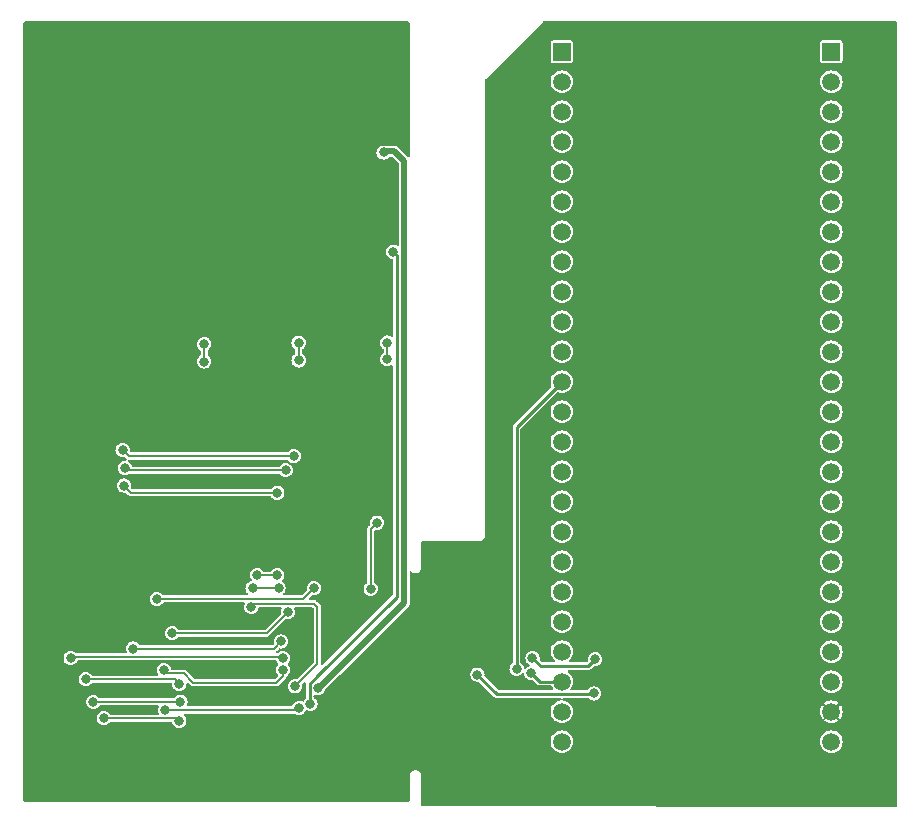
<source format=gbr>
%TF.GenerationSoftware,KiCad,Pcbnew,(7.0.0)*%
%TF.CreationDate,2023-04-05T00:45:08+02:00*%
%TF.ProjectId,TTL_to_HDMI,54544c5f-746f-45f4-9844-4d492e6b6963,4.0*%
%TF.SameCoordinates,Original*%
%TF.FileFunction,Copper,L2,Bot*%
%TF.FilePolarity,Positive*%
%FSLAX46Y46*%
G04 Gerber Fmt 4.6, Leading zero omitted, Abs format (unit mm)*
G04 Created by KiCad (PCBNEW (7.0.0)) date 2023-04-05 00:45:08*
%MOMM*%
%LPD*%
G01*
G04 APERTURE LIST*
%TA.AperFunction,ComponentPad*%
%ADD10R,1.500000X1.500000*%
%TD*%
%TA.AperFunction,ComponentPad*%
%ADD11C,1.500000*%
%TD*%
%TA.AperFunction,ViaPad*%
%ADD12C,0.800000*%
%TD*%
%TA.AperFunction,Conductor*%
%ADD13C,0.200000*%
%TD*%
%TA.AperFunction,Conductor*%
%ADD14C,0.500000*%
%TD*%
%TA.AperFunction,Conductor*%
%ADD15C,0.250000*%
%TD*%
G04 APERTURE END LIST*
D10*
%TO.P,U5,1,IOB31B*%
%TO.N,F_DE*%
X121591549Y-74459999D03*
D11*
%TO.P,U5,2,IOB31A*%
%TO.N,F_VS*%
X121591550Y-77000000D03*
%TO.P,U5,3,IOB29B*%
%TO.N,F_HS*%
X121591550Y-79540000D03*
%TO.P,U5,4,IOB33A*%
%TO.N,F_R5*%
X121591550Y-82080000D03*
%TO.P,U5,5,IOB8A*%
%TO.N,unconnected-(U5-IOB8A-Pad5)*%
X121591550Y-84620000D03*
%TO.P,U5,6,IOB8B*%
%TO.N,F_B7*%
X121591550Y-87160000D03*
%TO.P,U5,7,IOB11A*%
%TO.N,F_B6*%
X121591550Y-89700000D03*
%TO.P,U5,8,IOB11B*%
%TO.N,F_B5*%
X121591550Y-92240000D03*
%TO.P,U5,9,IOB13A*%
%TO.N,F_B4*%
X121591550Y-94780000D03*
%TO.P,U5,10,IOB13B*%
%TO.N,F_B3*%
X121591550Y-97320000D03*
%TO.P,U5,11,IOB23A*%
%TO.N,F_R7*%
X121591550Y-99860000D03*
%TO.P,U5,12,IOB23B*%
%TO.N,F_R6*%
X121591550Y-102400000D03*
%TO.P,U5,13,IOB33B*%
%TO.N,unconnected-(U5-IOB33B-Pad13)*%
X121591550Y-104940000D03*
%TO.P,U5,14,IOB29A*%
%TO.N,F_CLK*%
X121591550Y-107480000D03*
%TO.P,U5,15,IOB41A*%
%TO.N,F_R3*%
X121591550Y-110020000D03*
%TO.P,U5,16,IOB41B*%
%TO.N,F_G7*%
X121591550Y-112560000D03*
%TO.P,U5,17,IOR17B*%
%TO.N,F_G6*%
X121591550Y-115100000D03*
%TO.P,U5,18,IOR15B*%
%TO.N,F_G5*%
X121591550Y-117640000D03*
%TO.P,U5,19,IOR15A*%
%TO.N,unconnected-(U5-IOR15A-Pad19)*%
X121591550Y-120180000D03*
%TO.P,U5,20,IOR14B*%
%TO.N,unconnected-(U5-IOR14B-Pad20)*%
X121591550Y-122720000D03*
%TO.P,U5,21,IOR14A*%
%TO.N,unconnected-(U5-IOR14A-Pad21)*%
X121591550Y-125260000D03*
%TO.P,U5,22,IOR13A*%
%TO.N,F_G4*%
X121591550Y-127800000D03*
%TO.P,U5,23,IOT42B*%
%TO.N,unconnected-(U5-IOT42B-Pad23)*%
X121591550Y-130340000D03*
%TO.P,U5,24,IOT42A*%
%TO.N,unconnected-(U5-IOT42A-Pad24)*%
X121591550Y-132880000D03*
%TO.P,U5,25,3V3*%
%TO.N,+3V3*%
X144408450Y-132880000D03*
%TO.P,U5,26,GND*%
%TO.N,GND*%
X144408450Y-130340000D03*
%TO.P,U5,27,IOB15B*%
%TO.N,unconnected-(U5-IOB15B-Pad27)*%
X144408450Y-127800000D03*
%TO.P,U5,28,IOB15A*%
%TO.N,unconnected-(U5-IOB15A-Pad28)*%
X144408450Y-125260000D03*
%TO.P,U5,29,IOR24A*%
%TO.N,unconnected-(U5-IOR24A-Pad29)*%
X144408450Y-122720000D03*
%TO.P,U5,30,IOR24B*%
%TO.N,F_G2*%
X144408450Y-120180000D03*
%TO.P,U5,31,5V*%
%TO.N,+5V*%
X144408450Y-117640000D03*
%TO.P,U5,32,IOT41B*%
%TO.N,unconnected-(U5-IOT41B-Pad32)*%
X144408450Y-115100000D03*
%TO.P,U5,33,IOT41A*%
%TO.N,unconnected-(U5-IOT41A-Pad33)*%
X144408450Y-112560000D03*
%TO.P,U5,34,IOT39B*%
%TO.N,unconnected-(U5-IOT39B-Pad34)*%
X144408450Y-110020000D03*
%TO.P,U5,35,IOT39A*%
%TO.N,unconnected-(U5-IOT39A-Pad35)*%
X144408450Y-107480000D03*
%TO.P,U5,36,IOT38B*%
%TO.N,unconnected-(U5-IOT38B-Pad36)*%
X144408450Y-104940000D03*
%TO.P,U5,37,IOT38A*%
%TO.N,unconnected-(U5-IOT38A-Pad37)*%
X144408450Y-102400000D03*
%TO.P,U5,38,IOT37B*%
%TO.N,F_G3*%
X144408450Y-99860000D03*
%TO.P,U5,39,IOT37A*%
%TO.N,F_R4*%
X144408450Y-97320000D03*
%TO.P,U5,40,IOT12B*%
%TO.N,/24*%
X144408450Y-94780000D03*
%TO.P,U5,41,IOT12A*%
%TO.N,/25*%
X144408450Y-92240000D03*
%TO.P,U5,42,IOT11B*%
%TO.N,/26*%
X144408450Y-89700000D03*
%TO.P,U5,43,IOT11A*%
%TO.N,/27*%
X144408450Y-87160000D03*
%TO.P,U5,44,IOT10B*%
%TO.N,/28*%
X144408450Y-84620000D03*
%TO.P,U5,45,IOT10A*%
%TO.N,/29*%
X144408450Y-82080000D03*
%TO.P,U5,46,IOT8B*%
%TO.N,/30*%
X144408450Y-79540000D03*
%TO.P,U5,47,IOT8A*%
%TO.N,/31*%
X144408450Y-77000000D03*
D10*
%TO.P,U5,48,IOR5A*%
%TO.N,/32*%
X144408449Y-74459999D03*
%TD*%
D12*
%TO.N,GND*%
X81000000Y-103800000D03*
X83800000Y-107000000D03*
X79500500Y-103600000D03*
X116100000Y-109900000D03*
X115800000Y-84500000D03*
X116000000Y-100500000D03*
X115900000Y-91200000D03*
X76800000Y-94100000D03*
X90600000Y-97900000D03*
X98700000Y-97900000D03*
X110600000Y-116700000D03*
X115600000Y-116700000D03*
X148500000Y-72900000D03*
X123400000Y-73000000D03*
X115900000Y-77200000D03*
X100900000Y-94400000D03*
X143000000Y-116200000D03*
X82100000Y-98200000D03*
X123200000Y-96100000D03*
X107700000Y-137300000D03*
X98100000Y-117500000D03*
X94300000Y-133200000D03*
X118900000Y-86100000D03*
X110800000Y-135800000D03*
X146900000Y-88300000D03*
X123100000Y-112800000D03*
X82100000Y-93900000D03*
X123100000Y-110300000D03*
X100700000Y-106700000D03*
X82100000Y-99900000D03*
X89400000Y-106900000D03*
X97300000Y-129300000D03*
X102300000Y-100600000D03*
X85434602Y-128365398D03*
X116100000Y-137100000D03*
X143100000Y-98500000D03*
X85000000Y-99900000D03*
X143400000Y-93500000D03*
X124500000Y-126900000D03*
X97750000Y-75500000D03*
X104300000Y-128200000D03*
X92200000Y-89900000D03*
X88000000Y-135200000D03*
X93200000Y-119700000D03*
X122900000Y-93500000D03*
X92200000Y-121900000D03*
X148800000Y-137400000D03*
X146000000Y-92600000D03*
X78200000Y-77900000D03*
X106700000Y-79600000D03*
X87500000Y-128500000D03*
X123300000Y-107500000D03*
X85300000Y-126600000D03*
X101600000Y-136600000D03*
X120100001Y-125400001D03*
X80600000Y-94700000D03*
X79500000Y-124500000D03*
X103800000Y-77100000D03*
X118600000Y-83700000D03*
X122900000Y-98600000D03*
X142900000Y-102800000D03*
X87299001Y-122400000D03*
X118200000Y-81700000D03*
X78274500Y-110000000D03*
X119700000Y-92900000D03*
X146500000Y-90400000D03*
X105000000Y-84400000D03*
X117600000Y-79700000D03*
X98200000Y-134000000D03*
X85000000Y-98200000D03*
X149400000Y-77700000D03*
X106700000Y-97800000D03*
X147700000Y-84100000D03*
X83000000Y-132300000D03*
X100800000Y-86400000D03*
X123800000Y-124300000D03*
X147100000Y-86300000D03*
X141300000Y-119900000D03*
X98000000Y-100600000D03*
X120000000Y-130400000D03*
X101000000Y-98300000D03*
X79500000Y-127100000D03*
X119300000Y-90700000D03*
X124600000Y-123100000D03*
X92900000Y-106800000D03*
X86100000Y-77600000D03*
X89184602Y-132115398D03*
X124500000Y-132100000D03*
X89500000Y-122300000D03*
X99200000Y-125800000D03*
X148400000Y-79700000D03*
X94300000Y-127100000D03*
X123300000Y-127700000D03*
X77750000Y-82250000D03*
X118800000Y-88800000D03*
X148000000Y-81900000D03*
X96100000Y-122400000D03*
X80250000Y-75500000D03*
X140100000Y-129100000D03*
X85900000Y-89900000D03*
X83900000Y-86600000D03*
%TO.N,+5V*%
X106500000Y-83000000D03*
X100962136Y-128357067D03*
%TO.N,+3V3*%
X107300000Y-91400000D03*
X100300000Y-129700000D03*
%TO.N,F_OE1*%
X91300000Y-99200000D03*
X99300000Y-100600000D03*
X99300000Y-99100500D03*
X106800000Y-99100000D03*
X91300000Y-100700000D03*
X106800000Y-100500000D03*
%TO.N,F_B2*%
X98900000Y-108700000D03*
X84400000Y-108200000D03*
%TO.N,F_B1*%
X84600000Y-109700000D03*
X98200000Y-109900000D03*
%TO.N,F_B0*%
X84500000Y-111200000D03*
X97500000Y-111800000D03*
%TO.N,F_VS*%
X105400000Y-119924500D03*
X105949500Y-114340762D03*
%TO.N,F_G3*%
X114440123Y-127200000D03*
X124300000Y-128800000D03*
%TO.N,F_G4*%
X119000000Y-127075500D03*
X99000000Y-128200000D03*
X95300000Y-121500000D03*
%TO.N,F_G5*%
X95400000Y-119900000D03*
X97603496Y-119874597D03*
%TO.N,F_G6*%
X95792034Y-118768924D03*
X97500000Y-118800000D03*
%TO.N,F_R0*%
X81275500Y-127600000D03*
X89200000Y-128000000D03*
%TO.N,F_R1*%
X81925500Y-129506716D03*
X89300000Y-129500000D03*
%TO.N,F_R2*%
X82800000Y-130900000D03*
X89200000Y-131100000D03*
%TO.N,F_R3*%
X97800000Y-124400000D03*
X85300000Y-125000000D03*
%TO.N,F_R4*%
X88000000Y-130200000D03*
X99351789Y-130016070D03*
%TO.N,F_R5*%
X100600500Y-119875629D03*
X87299001Y-120800000D03*
%TO.N,F_R6*%
X87900000Y-126800000D03*
X117761055Y-126698502D03*
X98000000Y-126800000D03*
%TO.N,F_R7*%
X88600000Y-123700000D03*
X98392219Y-121905755D03*
%TO.N,F_CLK*%
X97978688Y-125800725D03*
X124400000Y-125900000D03*
X119100000Y-125800000D03*
X80000000Y-125800000D03*
%TD*%
D13*
%TO.N,F_CLK*%
X80100000Y-125700000D02*
X80000000Y-125800000D01*
X97877963Y-125700000D02*
X80100000Y-125700000D01*
X97978688Y-125800725D02*
X97877963Y-125700000D01*
%TO.N,F_R1*%
X81932216Y-129500000D02*
X89300000Y-129500000D01*
X81925500Y-129506716D02*
X81932216Y-129500000D01*
%TO.N,F_R4*%
X99167859Y-130200000D02*
X88000000Y-130200000D01*
X99351789Y-130016070D02*
X99167859Y-130200000D01*
%TO.N,F_B0*%
X85100000Y-111800000D02*
X84500000Y-111200000D01*
X97500000Y-111800000D02*
X85100000Y-111800000D01*
%TO.N,F_B1*%
X84800000Y-109900000D02*
X84600000Y-109700000D01*
X98200000Y-109900000D02*
X84800000Y-109900000D01*
%TO.N,F_B2*%
X84900000Y-108700000D02*
X84400000Y-108200000D01*
X98900000Y-108700000D02*
X84900000Y-108700000D01*
%TO.N,F_R3*%
X97800000Y-124400000D02*
X97200000Y-125000000D01*
X97200000Y-125000000D02*
X85300000Y-125000000D01*
D14*
%TO.N,+5V*%
X107400000Y-82900000D02*
X108250000Y-83750000D01*
X106600000Y-82900000D02*
X107400000Y-82900000D01*
X106500000Y-83000000D02*
X106600000Y-82900000D01*
X108250000Y-121150000D02*
X101042933Y-128357067D01*
X101042933Y-128357067D02*
X100962136Y-128357067D01*
X108250000Y-83750000D02*
X108250000Y-121150000D01*
D15*
%TO.N,+3V3*%
X100300000Y-129700000D02*
X100235664Y-129635664D01*
X107600000Y-119100000D02*
X107600000Y-101400000D01*
X100235664Y-127964336D02*
X100900000Y-127300000D01*
X100235664Y-128400000D02*
X100235664Y-127964336D01*
X107600000Y-91700000D02*
X107300000Y-91400000D01*
X107600000Y-101400000D02*
X107600000Y-91700000D01*
X100235664Y-129635664D02*
X100235664Y-128400000D01*
X107600000Y-120600000D02*
X107600000Y-119100000D01*
X100900000Y-127300000D02*
X107600000Y-120600000D01*
D13*
%TO.N,F_OE1*%
X106800000Y-100500000D02*
X106800000Y-99100000D01*
X99300000Y-100600000D02*
X99300000Y-99100500D01*
X91300000Y-100700000D02*
X91300000Y-99200000D01*
%TO.N,F_VS*%
X105949500Y-114340762D02*
X105400000Y-114890262D01*
X105400000Y-114890262D02*
X105400000Y-119924500D01*
D15*
%TO.N,F_G3*%
X124225000Y-128875000D02*
X124300000Y-128800000D01*
X116115123Y-128875000D02*
X124225000Y-128875000D01*
X114440123Y-127200000D02*
X116115123Y-128875000D01*
%TO.N,F_G4*%
X119724500Y-127800000D02*
X119000000Y-127075500D01*
D13*
X100604297Y-121204297D02*
X100900000Y-121500000D01*
X95595703Y-121204297D02*
X100604297Y-121204297D01*
D15*
X121591550Y-127800000D02*
X119724500Y-127800000D01*
D13*
X95300000Y-121500000D02*
X95595703Y-121204297D01*
X100900000Y-121500000D02*
X100900000Y-126300000D01*
X100900000Y-126300000D02*
X99000000Y-128200000D01*
%TO.N,F_G5*%
X97578093Y-119900000D02*
X97603496Y-119874597D01*
X95400000Y-119900000D02*
X97578093Y-119900000D01*
%TO.N,F_G6*%
X95823110Y-118800000D02*
X95792034Y-118768924D01*
X97500000Y-118800000D02*
X95823110Y-118800000D01*
%TO.N,F_R0*%
X88800000Y-127600000D02*
X81275500Y-127600000D01*
X89200000Y-128000000D02*
X88800000Y-127600000D01*
%TO.N,F_R2*%
X89000000Y-130900000D02*
X89200000Y-131100000D01*
X82800000Y-130900000D02*
X89000000Y-130900000D01*
%TO.N,F_R5*%
X87299001Y-120800000D02*
X99676129Y-120800000D01*
X99676129Y-120800000D02*
X100600500Y-119875629D01*
%TO.N,F_R6*%
X89600000Y-127100000D02*
X90400000Y-127900000D01*
X98000000Y-127300000D02*
X98000000Y-126800000D01*
D15*
X117761055Y-106230495D02*
X117761055Y-126698502D01*
D13*
X97400000Y-127900000D02*
X98000000Y-127300000D01*
X90400000Y-127900000D02*
X97400000Y-127900000D01*
X88200000Y-127100000D02*
X89600000Y-127100000D01*
D15*
X121591550Y-102400000D02*
X117761055Y-106230495D01*
D13*
X87900000Y-126800000D02*
X88200000Y-127100000D01*
%TO.N,F_R7*%
X96597974Y-123700000D02*
X98392219Y-121905755D01*
X88600000Y-123700000D02*
X96597974Y-123700000D01*
D15*
%TO.N,F_CLK*%
X124400000Y-125900000D02*
X123800000Y-126500000D01*
X123800000Y-126500000D02*
X119800000Y-126500000D01*
X119800000Y-126500000D02*
X119100000Y-125800000D01*
%TD*%
%TA.AperFunction,Conductor*%
%TO.N,GND*%
G36*
X108650000Y-71913763D02*
G01*
X108686237Y-71950000D01*
X108699500Y-71999500D01*
X108699500Y-83321583D01*
X108684325Y-83374255D01*
X108643453Y-83410779D01*
X108589414Y-83419960D01*
X108538911Y-83399040D01*
X108534055Y-83393806D01*
X108528305Y-83390486D01*
X108521577Y-83384474D01*
X107740366Y-82603263D01*
X107732969Y-82594984D01*
X107714505Y-82571831D01*
X107709879Y-82566030D01*
X107662252Y-82533558D01*
X107659240Y-82531421D01*
X107612882Y-82497207D01*
X107606288Y-82494899D01*
X107603447Y-82493465D01*
X107597673Y-82489528D01*
X107590580Y-82487340D01*
X107590578Y-82487339D01*
X107542596Y-82472538D01*
X107539082Y-82471382D01*
X107491703Y-82454804D01*
X107491698Y-82454803D01*
X107484699Y-82452354D01*
X107477724Y-82452092D01*
X107474574Y-82451557D01*
X107467902Y-82449500D01*
X107460484Y-82449500D01*
X107410284Y-82449500D01*
X107406582Y-82449431D01*
X107356405Y-82447553D01*
X107356401Y-82447553D01*
X107348990Y-82447276D01*
X107342577Y-82448994D01*
X107333565Y-82449500D01*
X106759851Y-82449500D01*
X106721965Y-82441964D01*
X106662759Y-82417440D01*
X106662758Y-82417439D01*
X106656762Y-82414956D01*
X106650331Y-82414109D01*
X106650326Y-82414108D01*
X106506434Y-82395165D01*
X106500000Y-82394318D01*
X106493566Y-82395165D01*
X106349673Y-82414108D01*
X106349666Y-82414109D01*
X106343238Y-82414956D01*
X106337243Y-82417439D01*
X106337240Y-82417440D01*
X106203154Y-82472980D01*
X106203149Y-82472982D01*
X106197159Y-82475464D01*
X106192015Y-82479411D01*
X106192010Y-82479414D01*
X106076871Y-82567763D01*
X106076866Y-82567767D01*
X106071718Y-82571718D01*
X106067767Y-82576866D01*
X106067763Y-82576871D01*
X105979414Y-82692010D01*
X105979411Y-82692015D01*
X105975464Y-82697159D01*
X105972982Y-82703149D01*
X105972980Y-82703154D01*
X105917440Y-82837240D01*
X105914956Y-82843238D01*
X105914109Y-82849666D01*
X105914108Y-82849673D01*
X105899083Y-82963808D01*
X105894318Y-83000000D01*
X105895165Y-83006434D01*
X105914108Y-83150326D01*
X105914109Y-83150331D01*
X105914956Y-83156762D01*
X105975464Y-83302841D01*
X105979413Y-83307988D01*
X105979414Y-83307989D01*
X106058287Y-83410779D01*
X106071718Y-83428282D01*
X106197159Y-83524536D01*
X106343238Y-83585044D01*
X106500000Y-83605682D01*
X106656762Y-83585044D01*
X106802841Y-83524536D01*
X106928282Y-83428282D01*
X106958245Y-83389232D01*
X106993000Y-83360710D01*
X107036787Y-83350500D01*
X107172388Y-83350500D01*
X107210274Y-83358036D01*
X107242392Y-83379496D01*
X107770504Y-83907607D01*
X107791964Y-83939725D01*
X107799500Y-83977611D01*
X107799500Y-90825614D01*
X107784571Y-90877893D01*
X107744286Y-90914404D01*
X107690796Y-90924137D01*
X107640234Y-90904157D01*
X107602841Y-90875464D01*
X107596847Y-90872981D01*
X107596845Y-90872980D01*
X107462759Y-90817440D01*
X107462758Y-90817439D01*
X107456762Y-90814956D01*
X107450331Y-90814109D01*
X107450326Y-90814108D01*
X107306434Y-90795165D01*
X107300000Y-90794318D01*
X107293566Y-90795165D01*
X107149673Y-90814108D01*
X107149666Y-90814109D01*
X107143238Y-90814956D01*
X107137243Y-90817439D01*
X107137240Y-90817440D01*
X107003154Y-90872980D01*
X107003149Y-90872982D01*
X106997159Y-90875464D01*
X106992015Y-90879411D01*
X106992010Y-90879414D01*
X106876871Y-90967763D01*
X106876866Y-90967767D01*
X106871718Y-90971718D01*
X106867767Y-90976866D01*
X106867763Y-90976871D01*
X106779414Y-91092010D01*
X106779411Y-91092015D01*
X106775464Y-91097159D01*
X106772982Y-91103149D01*
X106772980Y-91103154D01*
X106717440Y-91237240D01*
X106714956Y-91243238D01*
X106714109Y-91249666D01*
X106714108Y-91249673D01*
X106695165Y-91393566D01*
X106694318Y-91400000D01*
X106695165Y-91406434D01*
X106714108Y-91550326D01*
X106714109Y-91550331D01*
X106714956Y-91556762D01*
X106717439Y-91562758D01*
X106717440Y-91562759D01*
X106719779Y-91568407D01*
X106775464Y-91702841D01*
X106871718Y-91828282D01*
X106997159Y-91924536D01*
X107143238Y-91985044D01*
X107165387Y-91987959D01*
X107188423Y-91990993D01*
X107232285Y-92008050D01*
X107263314Y-92043433D01*
X107274500Y-92089146D01*
X107274500Y-98506431D01*
X107259571Y-98558710D01*
X107219286Y-98595222D01*
X107165795Y-98604954D01*
X107115233Y-98584972D01*
X107102841Y-98575464D01*
X107096847Y-98572981D01*
X107096845Y-98572980D01*
X106962759Y-98517440D01*
X106962758Y-98517439D01*
X106956762Y-98514956D01*
X106950331Y-98514109D01*
X106950326Y-98514108D01*
X106806434Y-98495165D01*
X106800000Y-98494318D01*
X106793566Y-98495165D01*
X106649673Y-98514108D01*
X106649666Y-98514109D01*
X106643238Y-98514956D01*
X106637243Y-98517439D01*
X106637240Y-98517440D01*
X106503154Y-98572980D01*
X106503149Y-98572982D01*
X106497159Y-98575464D01*
X106492015Y-98579411D01*
X106492010Y-98579414D01*
X106376871Y-98667763D01*
X106376866Y-98667767D01*
X106371718Y-98671718D01*
X106367767Y-98676866D01*
X106367763Y-98676871D01*
X106279414Y-98792010D01*
X106279411Y-98792015D01*
X106275464Y-98797159D01*
X106272982Y-98803149D01*
X106272980Y-98803154D01*
X106223234Y-98923253D01*
X106214956Y-98943238D01*
X106214109Y-98949666D01*
X106214108Y-98949673D01*
X106199114Y-99063572D01*
X106194318Y-99100000D01*
X106195165Y-99106434D01*
X106214108Y-99250326D01*
X106214109Y-99250331D01*
X106214956Y-99256762D01*
X106217439Y-99262758D01*
X106217440Y-99262759D01*
X106253711Y-99350326D01*
X106275464Y-99402841D01*
X106279413Y-99407988D01*
X106279414Y-99407989D01*
X106356146Y-99507989D01*
X106371718Y-99528282D01*
X106460768Y-99596612D01*
X106489290Y-99631368D01*
X106499500Y-99675154D01*
X106499500Y-99924846D01*
X106489290Y-99968632D01*
X106460768Y-100003387D01*
X106371718Y-100071718D01*
X106367767Y-100076866D01*
X106367763Y-100076871D01*
X106279414Y-100192010D01*
X106279411Y-100192015D01*
X106275464Y-100197159D01*
X106272982Y-100203149D01*
X106272980Y-100203154D01*
X106231559Y-100303154D01*
X106214956Y-100343238D01*
X106214109Y-100349666D01*
X106214108Y-100349673D01*
X106195165Y-100493566D01*
X106194318Y-100500000D01*
X106195165Y-100506434D01*
X106214108Y-100650326D01*
X106214109Y-100650331D01*
X106214956Y-100656762D01*
X106217439Y-100662758D01*
X106217440Y-100662759D01*
X106272939Y-100796747D01*
X106275464Y-100802841D01*
X106279413Y-100807988D01*
X106279414Y-100807989D01*
X106356146Y-100907989D01*
X106371718Y-100928282D01*
X106497159Y-101024536D01*
X106643238Y-101085044D01*
X106800000Y-101105682D01*
X106956762Y-101085044D01*
X107102841Y-101024536D01*
X107115233Y-101015027D01*
X107165795Y-100995046D01*
X107219286Y-101004778D01*
X107259571Y-101041290D01*
X107274500Y-101093569D01*
X107274500Y-120424166D01*
X107266964Y-120462052D01*
X107245504Y-120494170D01*
X101372919Y-126366753D01*
X101325581Y-126393119D01*
X101271454Y-126390617D01*
X101226751Y-126359995D01*
X101204864Y-126310427D01*
X101201449Y-126285947D01*
X101200500Y-126272269D01*
X101200500Y-121553198D01*
X101200865Y-121547925D01*
X101202773Y-121542235D01*
X101200606Y-121495358D01*
X101200500Y-121490786D01*
X101200500Y-121476737D01*
X101200500Y-121472156D01*
X101199657Y-121467651D01*
X101199235Y-121463096D01*
X101199446Y-121463076D01*
X101198898Y-121458431D01*
X101197585Y-121430008D01*
X101193615Y-121421017D01*
X101186866Y-121399223D01*
X101185061Y-121389567D01*
X101170088Y-121365384D01*
X101163696Y-121353257D01*
X101155911Y-121335627D01*
X101152206Y-121327235D01*
X101145256Y-121320285D01*
X101131089Y-121302398D01*
X101130748Y-121301848D01*
X101125919Y-121294048D01*
X101118599Y-121288520D01*
X101118598Y-121288519D01*
X101103222Y-121276908D01*
X101092879Y-121267908D01*
X100854399Y-121029428D01*
X100850929Y-121025440D01*
X100848255Y-121020069D01*
X100813571Y-120988450D01*
X100810263Y-120985292D01*
X100800326Y-120975355D01*
X100800325Y-120975354D01*
X100797094Y-120972123D01*
X100793320Y-120969537D01*
X100789802Y-120966616D01*
X100789930Y-120966461D01*
X100786258Y-120963550D01*
X100765230Y-120944381D01*
X100756677Y-120941067D01*
X100756675Y-120941066D01*
X100756062Y-120940829D01*
X100735883Y-120930192D01*
X100735349Y-120929826D01*
X100735344Y-120929824D01*
X100727778Y-120924641D01*
X100718850Y-120922541D01*
X100718848Y-120922540D01*
X100700093Y-120918129D01*
X100687000Y-120914074D01*
X100669023Y-120907110D01*
X100669020Y-120907109D01*
X100660470Y-120903797D01*
X100651299Y-120903797D01*
X100650645Y-120903797D01*
X100627979Y-120901167D01*
X100627346Y-120901018D01*
X100627343Y-120901017D01*
X100618416Y-120898918D01*
X100609333Y-120900185D01*
X100590244Y-120902848D01*
X100576566Y-120903797D01*
X100236310Y-120903797D01*
X100181309Y-120887113D01*
X100144846Y-120842683D01*
X100139212Y-120785483D01*
X100166306Y-120734794D01*
X100263859Y-120637240D01*
X100406290Y-120494808D01*
X100444469Y-120471067D01*
X100489214Y-120466660D01*
X100600500Y-120481311D01*
X100757262Y-120460673D01*
X100903341Y-120400165D01*
X101028782Y-120303911D01*
X101125036Y-120178470D01*
X101185544Y-120032391D01*
X101199748Y-119924500D01*
X104794318Y-119924500D01*
X104795165Y-119930934D01*
X104814108Y-120074826D01*
X104814109Y-120074831D01*
X104814956Y-120081262D01*
X104817439Y-120087258D01*
X104817440Y-120087259D01*
X104869982Y-120214108D01*
X104875464Y-120227341D01*
X104879413Y-120232488D01*
X104879414Y-120232489D01*
X104952918Y-120328282D01*
X104971718Y-120352782D01*
X105097159Y-120449036D01*
X105243238Y-120509544D01*
X105400000Y-120530182D01*
X105556762Y-120509544D01*
X105702841Y-120449036D01*
X105828282Y-120352782D01*
X105924536Y-120227341D01*
X105985044Y-120081262D01*
X106005682Y-119924500D01*
X105985044Y-119767738D01*
X105924536Y-119621659D01*
X105828282Y-119496218D01*
X105739231Y-119427887D01*
X105710710Y-119393132D01*
X105700500Y-119349346D01*
X105700500Y-115055740D01*
X105708036Y-115017855D01*
X105729495Y-114985738D01*
X105755288Y-114959944D01*
X105793470Y-114936200D01*
X105838214Y-114931793D01*
X105949500Y-114946444D01*
X106106262Y-114925806D01*
X106252341Y-114865298D01*
X106377782Y-114769044D01*
X106474036Y-114643603D01*
X106534544Y-114497524D01*
X106555182Y-114340762D01*
X106550993Y-114308947D01*
X106535391Y-114190435D01*
X106534544Y-114184000D01*
X106474036Y-114037921D01*
X106377782Y-113912480D01*
X106252341Y-113816226D01*
X106246347Y-113813743D01*
X106246345Y-113813742D01*
X106112259Y-113758202D01*
X106112258Y-113758201D01*
X106106262Y-113755718D01*
X106099831Y-113754871D01*
X106099826Y-113754870D01*
X105955934Y-113735927D01*
X105949500Y-113735080D01*
X105943066Y-113735927D01*
X105799173Y-113754870D01*
X105799166Y-113754871D01*
X105792738Y-113755718D01*
X105786743Y-113758201D01*
X105786740Y-113758202D01*
X105652654Y-113813742D01*
X105652649Y-113813744D01*
X105646659Y-113816226D01*
X105641515Y-113820173D01*
X105641510Y-113820176D01*
X105526371Y-113908525D01*
X105526366Y-113908529D01*
X105521218Y-113912480D01*
X105517267Y-113917628D01*
X105517263Y-113917633D01*
X105428914Y-114032772D01*
X105428911Y-114032777D01*
X105424964Y-114037921D01*
X105422482Y-114043911D01*
X105422480Y-114043916D01*
X105366940Y-114178002D01*
X105364456Y-114184000D01*
X105363609Y-114190428D01*
X105363608Y-114190435D01*
X105344665Y-114334328D01*
X105343818Y-114340762D01*
X105344665Y-114347196D01*
X105358468Y-114452044D01*
X105354061Y-114496789D01*
X105330319Y-114534969D01*
X105225135Y-114640154D01*
X105221140Y-114643630D01*
X105215772Y-114646304D01*
X105209595Y-114653079D01*
X105209593Y-114653081D01*
X105184141Y-114680999D01*
X105180990Y-114684299D01*
X105171063Y-114694226D01*
X105171054Y-114694236D01*
X105167826Y-114697465D01*
X105165240Y-114701237D01*
X105162321Y-114704754D01*
X105162178Y-114704635D01*
X105159257Y-114708295D01*
X105146261Y-114722552D01*
X105146259Y-114722554D01*
X105140084Y-114729329D01*
X105136772Y-114737875D01*
X105136770Y-114737880D01*
X105136529Y-114738503D01*
X105125898Y-114758671D01*
X105125530Y-114759208D01*
X105125527Y-114759212D01*
X105120344Y-114766781D01*
X105118244Y-114775708D01*
X105118242Y-114775713D01*
X105113830Y-114794469D01*
X105109777Y-114807557D01*
X105102813Y-114825533D01*
X105102811Y-114825540D01*
X105099500Y-114834089D01*
X105099500Y-114843261D01*
X105099500Y-114843914D01*
X105096870Y-114866580D01*
X105096721Y-114867212D01*
X105096720Y-114867215D01*
X105094621Y-114876143D01*
X105095887Y-114885225D01*
X105095888Y-114885225D01*
X105098551Y-114904315D01*
X105099500Y-114917993D01*
X105099500Y-119349346D01*
X105089290Y-119393132D01*
X105060768Y-119427887D01*
X104971718Y-119496218D01*
X104967767Y-119501366D01*
X104967763Y-119501371D01*
X104879414Y-119616510D01*
X104879411Y-119616515D01*
X104875464Y-119621659D01*
X104872982Y-119627649D01*
X104872980Y-119627654D01*
X104817440Y-119761740D01*
X104814956Y-119767738D01*
X104814109Y-119774166D01*
X104814108Y-119774173D01*
X104797543Y-119900000D01*
X104794318Y-119924500D01*
X101199748Y-119924500D01*
X101206182Y-119875629D01*
X101185544Y-119718867D01*
X101125036Y-119572788D01*
X101028782Y-119447347D01*
X101003422Y-119427888D01*
X100908489Y-119355043D01*
X100908488Y-119355042D01*
X100903341Y-119351093D01*
X100897347Y-119348610D01*
X100897345Y-119348609D01*
X100763259Y-119293069D01*
X100763258Y-119293068D01*
X100757262Y-119290585D01*
X100750831Y-119289738D01*
X100750826Y-119289737D01*
X100606934Y-119270794D01*
X100600500Y-119269947D01*
X100594066Y-119270794D01*
X100450173Y-119289737D01*
X100450166Y-119289738D01*
X100443738Y-119290585D01*
X100437743Y-119293068D01*
X100437740Y-119293069D01*
X100303654Y-119348609D01*
X100303649Y-119348611D01*
X100297659Y-119351093D01*
X100292515Y-119355040D01*
X100292510Y-119355043D01*
X100177371Y-119443392D01*
X100177366Y-119443396D01*
X100172218Y-119447347D01*
X100168267Y-119452495D01*
X100168263Y-119452500D01*
X100079914Y-119567639D01*
X100079911Y-119567644D01*
X100075964Y-119572788D01*
X100073482Y-119578778D01*
X100073480Y-119578783D01*
X100017940Y-119712869D01*
X100015456Y-119718867D01*
X100014609Y-119725295D01*
X100014608Y-119725302D01*
X100003431Y-119810206D01*
X99994818Y-119875629D01*
X99995665Y-119882063D01*
X99995665Y-119882064D01*
X100009468Y-119986913D01*
X100005061Y-120031657D01*
X99981319Y-120069837D01*
X99580655Y-120470503D01*
X99548537Y-120491964D01*
X99510651Y-120499500D01*
X98067181Y-120499500D01*
X98009516Y-120480972D01*
X97973435Y-120432323D01*
X97972444Y-120371762D01*
X98006912Y-120321959D01*
X98031778Y-120302879D01*
X98128032Y-120177438D01*
X98188540Y-120031359D01*
X98209178Y-119874597D01*
X98188540Y-119717835D01*
X98128032Y-119571756D01*
X98031778Y-119446315D01*
X98007763Y-119427888D01*
X97952997Y-119385864D01*
X97938729Y-119374916D01*
X97905967Y-119330233D01*
X97902345Y-119274943D01*
X97927703Y-119228725D01*
X97928282Y-119228282D01*
X98024536Y-119102841D01*
X98085044Y-118956762D01*
X98105682Y-118800000D01*
X98085044Y-118643238D01*
X98024536Y-118497159D01*
X97928282Y-118371718D01*
X97894498Y-118345795D01*
X97807989Y-118279414D01*
X97807988Y-118279413D01*
X97802841Y-118275464D01*
X97796847Y-118272981D01*
X97796845Y-118272980D01*
X97662759Y-118217440D01*
X97662758Y-118217439D01*
X97656762Y-118214956D01*
X97650331Y-118214109D01*
X97650326Y-118214108D01*
X97506434Y-118195165D01*
X97500000Y-118194318D01*
X97493566Y-118195165D01*
X97349673Y-118214108D01*
X97349666Y-118214109D01*
X97343238Y-118214956D01*
X97337243Y-118217439D01*
X97337240Y-118217440D01*
X97203154Y-118272980D01*
X97203149Y-118272982D01*
X97197159Y-118275464D01*
X97192015Y-118279411D01*
X97192010Y-118279414D01*
X97076871Y-118367763D01*
X97076866Y-118367767D01*
X97071718Y-118371718D01*
X97003389Y-118460767D01*
X97003388Y-118460768D01*
X96968632Y-118489290D01*
X96924846Y-118499500D01*
X96391033Y-118499500D01*
X96347246Y-118489290D01*
X96312491Y-118460767D01*
X96224270Y-118345795D01*
X96220316Y-118340642D01*
X96094875Y-118244388D01*
X96088881Y-118241905D01*
X96088879Y-118241904D01*
X95954793Y-118186364D01*
X95954792Y-118186363D01*
X95948796Y-118183880D01*
X95942365Y-118183033D01*
X95942360Y-118183032D01*
X95798468Y-118164089D01*
X95792034Y-118163242D01*
X95785600Y-118164089D01*
X95641707Y-118183032D01*
X95641700Y-118183033D01*
X95635272Y-118183880D01*
X95629277Y-118186363D01*
X95629274Y-118186364D01*
X95495188Y-118241904D01*
X95495183Y-118241906D01*
X95489193Y-118244388D01*
X95484049Y-118248335D01*
X95484044Y-118248338D01*
X95368905Y-118336687D01*
X95368900Y-118336691D01*
X95363752Y-118340642D01*
X95359801Y-118345790D01*
X95359797Y-118345795D01*
X95271448Y-118460934D01*
X95271445Y-118460939D01*
X95267498Y-118466083D01*
X95265016Y-118472073D01*
X95265014Y-118472078D01*
X95209474Y-118606164D01*
X95206990Y-118612162D01*
X95206143Y-118618590D01*
X95206142Y-118618597D01*
X95187199Y-118762490D01*
X95186352Y-118768924D01*
X95187199Y-118775358D01*
X95206142Y-118919250D01*
X95206143Y-118919255D01*
X95206990Y-118925686D01*
X95267498Y-119071765D01*
X95271447Y-119076912D01*
X95271448Y-119076913D01*
X95330371Y-119153703D01*
X95349982Y-119201047D01*
X95343294Y-119251854D01*
X95312098Y-119292510D01*
X95264755Y-119312123D01*
X95249671Y-119314109D01*
X95249670Y-119314109D01*
X95243238Y-119314956D01*
X95237243Y-119317439D01*
X95237240Y-119317440D01*
X95103154Y-119372980D01*
X95103149Y-119372982D01*
X95097159Y-119375464D01*
X95092015Y-119379411D01*
X95092010Y-119379414D01*
X94976871Y-119467763D01*
X94976866Y-119467767D01*
X94971718Y-119471718D01*
X94967767Y-119476866D01*
X94967763Y-119476871D01*
X94879414Y-119592010D01*
X94879411Y-119592015D01*
X94875464Y-119597159D01*
X94872982Y-119603149D01*
X94872980Y-119603154D01*
X94822385Y-119725302D01*
X94814956Y-119743238D01*
X94814109Y-119749666D01*
X94814108Y-119749673D01*
X94797662Y-119874597D01*
X94794318Y-119900000D01*
X94795165Y-119906434D01*
X94814108Y-120050326D01*
X94814109Y-120050331D01*
X94814956Y-120056762D01*
X94817439Y-120062758D01*
X94817440Y-120062759D01*
X94871933Y-120194318D01*
X94875464Y-120202841D01*
X94879413Y-120207988D01*
X94879414Y-120207989D01*
X94956051Y-120307865D01*
X94971718Y-120328282D01*
X94975497Y-120331182D01*
X95002225Y-120381186D01*
X94996591Y-120438386D01*
X94960128Y-120482815D01*
X94905127Y-120499500D01*
X87874155Y-120499500D01*
X87830369Y-120489290D01*
X87795613Y-120460768D01*
X87794796Y-120459703D01*
X87727283Y-120371718D01*
X87673561Y-120330496D01*
X87606990Y-120279414D01*
X87606989Y-120279413D01*
X87601842Y-120275464D01*
X87595848Y-120272981D01*
X87595846Y-120272980D01*
X87461760Y-120217440D01*
X87461759Y-120217439D01*
X87455763Y-120214956D01*
X87449332Y-120214109D01*
X87449327Y-120214108D01*
X87305435Y-120195165D01*
X87299001Y-120194318D01*
X87292567Y-120195165D01*
X87148674Y-120214108D01*
X87148667Y-120214109D01*
X87142239Y-120214956D01*
X87136244Y-120217439D01*
X87136241Y-120217440D01*
X87002155Y-120272980D01*
X87002150Y-120272982D01*
X86996160Y-120275464D01*
X86991016Y-120279411D01*
X86991011Y-120279414D01*
X86875872Y-120367763D01*
X86875867Y-120367767D01*
X86870719Y-120371718D01*
X86866768Y-120376866D01*
X86866764Y-120376871D01*
X86778415Y-120492010D01*
X86778412Y-120492015D01*
X86774465Y-120497159D01*
X86771983Y-120503149D01*
X86771981Y-120503154D01*
X86752663Y-120549793D01*
X86713957Y-120643238D01*
X86713110Y-120649666D01*
X86713109Y-120649673D01*
X86701903Y-120734794D01*
X86693319Y-120800000D01*
X86694166Y-120806434D01*
X86713109Y-120950326D01*
X86713110Y-120950331D01*
X86713957Y-120956762D01*
X86716440Y-120962758D01*
X86716441Y-120962759D01*
X86771071Y-121094649D01*
X86774465Y-121102841D01*
X86778414Y-121107988D01*
X86778415Y-121107989D01*
X86846837Y-121197159D01*
X86870719Y-121228282D01*
X86996160Y-121324536D01*
X87142239Y-121385044D01*
X87299001Y-121405682D01*
X87455763Y-121385044D01*
X87601842Y-121324536D01*
X87727283Y-121228282D01*
X87795613Y-121139231D01*
X87830369Y-121110710D01*
X87874155Y-121100500D01*
X94667337Y-121100500D01*
X94714005Y-121112190D01*
X94749652Y-121144498D01*
X94765860Y-121189796D01*
X94758801Y-121237385D01*
X94717440Y-121337237D01*
X94717436Y-121337248D01*
X94714956Y-121343238D01*
X94714109Y-121349666D01*
X94714108Y-121349673D01*
X94696560Y-121482968D01*
X94694318Y-121500000D01*
X94695165Y-121506434D01*
X94714108Y-121650326D01*
X94714109Y-121650331D01*
X94714956Y-121656762D01*
X94717439Y-121662758D01*
X94717440Y-121662759D01*
X94767152Y-121782776D01*
X94775464Y-121802841D01*
X94779413Y-121807988D01*
X94779414Y-121807989D01*
X94849495Y-121899321D01*
X94871718Y-121928282D01*
X94997159Y-122024536D01*
X95143238Y-122085044D01*
X95300000Y-122105682D01*
X95456762Y-122085044D01*
X95602841Y-122024536D01*
X95728282Y-121928282D01*
X95824536Y-121802841D01*
X95885044Y-121656762D01*
X95893717Y-121590875D01*
X95910775Y-121547013D01*
X95946158Y-121515983D01*
X95991871Y-121504797D01*
X97760160Y-121504797D01*
X97806828Y-121516487D01*
X97842475Y-121548795D01*
X97858683Y-121594093D01*
X97851624Y-121641682D01*
X97809659Y-121742992D01*
X97809655Y-121743003D01*
X97807175Y-121748993D01*
X97806328Y-121755421D01*
X97806327Y-121755428D01*
X97799408Y-121807989D01*
X97786537Y-121905755D01*
X97787384Y-121912189D01*
X97801187Y-122017037D01*
X97796780Y-122061782D01*
X97773038Y-122099963D01*
X96502499Y-123370504D01*
X96470381Y-123391964D01*
X96432495Y-123399500D01*
X89175154Y-123399500D01*
X89131368Y-123389290D01*
X89096612Y-123360768D01*
X89028282Y-123271718D01*
X88902841Y-123175464D01*
X88896847Y-123172981D01*
X88896845Y-123172980D01*
X88762759Y-123117440D01*
X88762758Y-123117439D01*
X88756762Y-123114956D01*
X88750331Y-123114109D01*
X88750326Y-123114108D01*
X88606434Y-123095165D01*
X88600000Y-123094318D01*
X88593566Y-123095165D01*
X88449673Y-123114108D01*
X88449666Y-123114109D01*
X88443238Y-123114956D01*
X88437243Y-123117439D01*
X88437240Y-123117440D01*
X88303154Y-123172980D01*
X88303149Y-123172982D01*
X88297159Y-123175464D01*
X88292015Y-123179411D01*
X88292010Y-123179414D01*
X88176871Y-123267763D01*
X88176866Y-123267767D01*
X88171718Y-123271718D01*
X88167767Y-123276866D01*
X88167763Y-123276871D01*
X88079414Y-123392010D01*
X88079411Y-123392015D01*
X88075464Y-123397159D01*
X88072982Y-123403149D01*
X88072980Y-123403154D01*
X88027010Y-123514136D01*
X88014956Y-123543238D01*
X88014109Y-123549666D01*
X88014108Y-123549673D01*
X87997659Y-123674622D01*
X87994318Y-123700000D01*
X87995165Y-123706434D01*
X88014108Y-123850326D01*
X88014109Y-123850331D01*
X88014956Y-123856762D01*
X88017439Y-123862758D01*
X88017440Y-123862759D01*
X88071752Y-123993881D01*
X88075464Y-124002841D01*
X88079413Y-124007988D01*
X88079414Y-124007989D01*
X88152436Y-124103154D01*
X88171718Y-124128282D01*
X88297159Y-124224536D01*
X88443238Y-124285044D01*
X88600000Y-124305682D01*
X88756762Y-124285044D01*
X88902841Y-124224536D01*
X89028282Y-124128282D01*
X89096612Y-124039231D01*
X89131368Y-124010710D01*
X89175154Y-124000500D01*
X96544776Y-124000500D01*
X96550048Y-124000865D01*
X96555739Y-124002773D01*
X96602615Y-124000606D01*
X96607188Y-124000500D01*
X96621239Y-124000500D01*
X96625818Y-124000500D01*
X96630318Y-123999658D01*
X96634881Y-123999235D01*
X96634900Y-123999446D01*
X96639546Y-123998898D01*
X96667966Y-123997585D01*
X96676954Y-123993615D01*
X96698752Y-123986865D01*
X96708407Y-123985061D01*
X96732591Y-123970086D01*
X96744712Y-123963698D01*
X96751798Y-123960568D01*
X96770739Y-123952206D01*
X96777687Y-123945257D01*
X96795570Y-123931092D01*
X96803926Y-123925919D01*
X96821070Y-123903215D01*
X96830056Y-123892887D01*
X98198011Y-122524933D01*
X98236191Y-122501193D01*
X98280933Y-122496786D01*
X98392219Y-122511437D01*
X98548981Y-122490799D01*
X98695060Y-122430291D01*
X98820501Y-122334037D01*
X98916755Y-122208596D01*
X98977263Y-122062517D01*
X98997901Y-121905755D01*
X98977263Y-121748993D01*
X98974779Y-121742996D01*
X98974778Y-121742992D01*
X98932814Y-121641682D01*
X98925755Y-121594093D01*
X98941963Y-121548795D01*
X98977610Y-121516487D01*
X99024278Y-121504797D01*
X100438818Y-121504797D01*
X100476704Y-121512333D01*
X100508822Y-121533793D01*
X100570504Y-121595475D01*
X100591964Y-121627593D01*
X100599500Y-121665479D01*
X100599500Y-126134521D01*
X100591964Y-126172407D01*
X100570504Y-126204525D01*
X99194208Y-127580819D01*
X99156027Y-127604561D01*
X99111282Y-127608968D01*
X99006434Y-127595165D01*
X99000000Y-127594318D01*
X98993566Y-127595165D01*
X98849673Y-127614108D01*
X98849666Y-127614109D01*
X98843238Y-127614956D01*
X98837243Y-127617439D01*
X98837240Y-127617440D01*
X98703154Y-127672980D01*
X98703149Y-127672982D01*
X98697159Y-127675464D01*
X98692015Y-127679411D01*
X98692010Y-127679414D01*
X98576871Y-127767763D01*
X98576866Y-127767767D01*
X98571718Y-127771718D01*
X98567767Y-127776866D01*
X98567763Y-127776871D01*
X98479414Y-127892010D01*
X98479411Y-127892015D01*
X98475464Y-127897159D01*
X98472982Y-127903149D01*
X98472980Y-127903154D01*
X98423284Y-128023132D01*
X98414956Y-128043238D01*
X98414109Y-128049666D01*
X98414108Y-128049673D01*
X98395932Y-128187742D01*
X98394318Y-128200000D01*
X98395165Y-128206434D01*
X98414108Y-128350326D01*
X98414109Y-128350331D01*
X98414956Y-128356762D01*
X98417439Y-128362758D01*
X98417440Y-128362759D01*
X98470977Y-128492010D01*
X98475464Y-128502841D01*
X98479413Y-128507988D01*
X98479414Y-128507989D01*
X98553726Y-128604835D01*
X98571718Y-128628282D01*
X98697159Y-128724536D01*
X98843238Y-128785044D01*
X99000000Y-128805682D01*
X99156762Y-128785044D01*
X99302841Y-128724536D01*
X99428282Y-128628282D01*
X99524536Y-128502841D01*
X99585044Y-128356762D01*
X99605682Y-128200000D01*
X99603952Y-128186863D01*
X99593077Y-128104258D01*
X99591031Y-128088714D01*
X99595438Y-128043971D01*
X99619178Y-128005791D01*
X99738824Y-127886145D01*
X99787398Y-127859498D01*
X99842685Y-127863121D01*
X99887367Y-127895883D01*
X99907449Y-127947521D01*
X99909787Y-127974240D01*
X99910164Y-127982870D01*
X99910164Y-129193462D01*
X99902629Y-129231346D01*
X99881170Y-129263464D01*
X99876867Y-129267766D01*
X99871718Y-129271718D01*
X99867767Y-129276866D01*
X99867764Y-129276870D01*
X99779414Y-129392010D01*
X99779411Y-129392015D01*
X99775464Y-129397159D01*
X99772984Y-129403144D01*
X99772981Y-129403151D01*
X99762287Y-129428971D01*
X99731090Y-129469626D01*
X99683745Y-129489237D01*
X99632938Y-129482548D01*
X99514551Y-129433510D01*
X99514542Y-129433507D01*
X99508551Y-129431026D01*
X99502120Y-129430179D01*
X99502115Y-129430178D01*
X99358223Y-129411235D01*
X99351789Y-129410388D01*
X99345355Y-129411235D01*
X99201462Y-129430178D01*
X99201455Y-129430179D01*
X99195027Y-129431026D01*
X99189032Y-129433509D01*
X99189029Y-129433510D01*
X99054943Y-129489050D01*
X99054938Y-129489052D01*
X99048948Y-129491534D01*
X99043804Y-129495481D01*
X99043799Y-129495484D01*
X98928660Y-129583833D01*
X98928655Y-129583837D01*
X98923507Y-129587788D01*
X98919556Y-129592936D01*
X98919552Y-129592941D01*
X98831203Y-129708080D01*
X98831200Y-129708085D01*
X98827253Y-129713229D01*
X98824771Y-129719219D01*
X98824769Y-129719224D01*
X98775411Y-129838386D01*
X98738948Y-129882816D01*
X98683947Y-129899500D01*
X89932663Y-129899500D01*
X89885995Y-129887810D01*
X89850348Y-129855502D01*
X89834140Y-129810204D01*
X89841199Y-129762615D01*
X89882559Y-129662762D01*
X89882559Y-129662760D01*
X89885044Y-129656762D01*
X89905682Y-129500000D01*
X89885044Y-129343238D01*
X89824536Y-129197159D01*
X89728282Y-129071718D01*
X89611593Y-128982180D01*
X89607989Y-128979414D01*
X89607988Y-128979413D01*
X89602841Y-128975464D01*
X89596847Y-128972981D01*
X89596845Y-128972980D01*
X89462759Y-128917440D01*
X89462758Y-128917439D01*
X89456762Y-128914956D01*
X89450331Y-128914109D01*
X89450326Y-128914108D01*
X89306434Y-128895165D01*
X89300000Y-128894318D01*
X89293566Y-128895165D01*
X89149673Y-128914108D01*
X89149666Y-128914109D01*
X89143238Y-128914956D01*
X89137243Y-128917439D01*
X89137240Y-128917440D01*
X89003154Y-128972980D01*
X89003149Y-128972982D01*
X88997159Y-128975464D01*
X88992015Y-128979411D01*
X88992010Y-128979414D01*
X88876871Y-129067763D01*
X88876866Y-129067767D01*
X88871718Y-129071718D01*
X88803389Y-129160767D01*
X88803388Y-129160768D01*
X88768632Y-129189290D01*
X88724846Y-129199500D01*
X82495500Y-129199500D01*
X82451713Y-129189290D01*
X82416958Y-129160767D01*
X82410433Y-129152264D01*
X82353782Y-129078434D01*
X82339875Y-129067763D01*
X82233489Y-128986130D01*
X82233488Y-128986129D01*
X82228341Y-128982180D01*
X82222347Y-128979697D01*
X82222345Y-128979696D01*
X82088259Y-128924156D01*
X82088258Y-128924155D01*
X82082262Y-128921672D01*
X82075831Y-128920825D01*
X82075826Y-128920824D01*
X81931934Y-128901881D01*
X81925500Y-128901034D01*
X81919066Y-128901881D01*
X81775173Y-128920824D01*
X81775166Y-128920825D01*
X81768738Y-128921672D01*
X81762743Y-128924155D01*
X81762740Y-128924156D01*
X81628654Y-128979696D01*
X81628649Y-128979698D01*
X81622659Y-128982180D01*
X81617515Y-128986127D01*
X81617510Y-128986130D01*
X81502371Y-129074479D01*
X81502366Y-129074483D01*
X81497218Y-129078434D01*
X81493267Y-129083582D01*
X81493263Y-129083587D01*
X81404914Y-129198726D01*
X81404911Y-129198731D01*
X81400964Y-129203875D01*
X81398482Y-129209865D01*
X81398480Y-129209870D01*
X81342940Y-129343956D01*
X81340456Y-129349954D01*
X81339609Y-129356382D01*
X81339608Y-129356389D01*
X81324701Y-129469626D01*
X81319818Y-129506716D01*
X81320665Y-129513150D01*
X81339608Y-129657042D01*
X81339609Y-129657047D01*
X81340456Y-129663478D01*
X81342939Y-129669474D01*
X81342940Y-129669475D01*
X81361063Y-129713229D01*
X81400964Y-129809557D01*
X81404913Y-129814704D01*
X81404914Y-129814705D01*
X81469979Y-129899500D01*
X81497218Y-129934998D01*
X81622659Y-130031252D01*
X81768738Y-130091760D01*
X81925500Y-130112398D01*
X82082262Y-130091760D01*
X82228341Y-130031252D01*
X82353782Y-129934998D01*
X82427264Y-129839233D01*
X82462020Y-129810710D01*
X82505807Y-129800500D01*
X87367337Y-129800500D01*
X87414005Y-129812190D01*
X87449652Y-129844498D01*
X87465860Y-129889796D01*
X87458801Y-129937385D01*
X87417440Y-130037237D01*
X87417436Y-130037248D01*
X87414956Y-130043238D01*
X87414109Y-130049666D01*
X87414108Y-130049673D01*
X87399780Y-130158511D01*
X87394318Y-130200000D01*
X87395165Y-130206434D01*
X87414108Y-130350326D01*
X87414109Y-130350331D01*
X87414956Y-130356762D01*
X87417437Y-130362753D01*
X87417440Y-130362762D01*
X87458801Y-130462615D01*
X87465860Y-130510204D01*
X87449652Y-130555502D01*
X87414005Y-130587810D01*
X87367337Y-130599500D01*
X83375154Y-130599500D01*
X83331368Y-130589290D01*
X83296612Y-130560768D01*
X83228282Y-130471718D01*
X83102841Y-130375464D01*
X83096847Y-130372981D01*
X83096845Y-130372980D01*
X82962759Y-130317440D01*
X82962758Y-130317439D01*
X82956762Y-130314956D01*
X82950331Y-130314109D01*
X82950326Y-130314108D01*
X82806434Y-130295165D01*
X82800000Y-130294318D01*
X82793566Y-130295165D01*
X82649673Y-130314108D01*
X82649666Y-130314109D01*
X82643238Y-130314956D01*
X82637243Y-130317439D01*
X82637240Y-130317440D01*
X82503154Y-130372980D01*
X82503149Y-130372982D01*
X82497159Y-130375464D01*
X82492015Y-130379411D01*
X82492010Y-130379414D01*
X82376871Y-130467763D01*
X82376866Y-130467767D01*
X82371718Y-130471718D01*
X82367767Y-130476866D01*
X82367763Y-130476871D01*
X82279414Y-130592010D01*
X82279411Y-130592015D01*
X82275464Y-130597159D01*
X82272982Y-130603149D01*
X82272980Y-130603154D01*
X82242446Y-130676871D01*
X82214956Y-130743238D01*
X82214109Y-130749666D01*
X82214108Y-130749673D01*
X82198750Y-130866337D01*
X82194318Y-130900000D01*
X82195165Y-130906434D01*
X82214108Y-131050326D01*
X82214109Y-131050331D01*
X82214956Y-131056762D01*
X82217439Y-131062758D01*
X82217440Y-131062759D01*
X82247781Y-131136010D01*
X82275464Y-131202841D01*
X82279413Y-131207988D01*
X82279414Y-131207989D01*
X82345504Y-131294120D01*
X82371718Y-131328282D01*
X82497159Y-131424536D01*
X82643238Y-131485044D01*
X82800000Y-131505682D01*
X82956762Y-131485044D01*
X83102841Y-131424536D01*
X83228282Y-131328282D01*
X83296612Y-131239231D01*
X83331368Y-131210710D01*
X83375154Y-131200500D01*
X88525502Y-131200500D01*
X88580503Y-131217185D01*
X88616965Y-131261613D01*
X88623234Y-131276747D01*
X88672980Y-131396846D01*
X88672982Y-131396850D01*
X88675464Y-131402841D01*
X88679413Y-131407988D01*
X88679414Y-131407989D01*
X88753726Y-131504835D01*
X88771718Y-131528282D01*
X88897159Y-131624536D01*
X89043238Y-131685044D01*
X89200000Y-131705682D01*
X89356762Y-131685044D01*
X89502841Y-131624536D01*
X89628282Y-131528282D01*
X89724536Y-131402841D01*
X89785044Y-131256762D01*
X89805682Y-131100000D01*
X89804041Y-131087539D01*
X89785891Y-130949673D01*
X89785044Y-130943238D01*
X89724536Y-130797159D01*
X89628282Y-130671718D01*
X89624502Y-130668817D01*
X89597775Y-130618814D01*
X89603409Y-130561614D01*
X89639872Y-130517185D01*
X89694873Y-130500500D01*
X98963075Y-130500500D01*
X98994897Y-130505754D01*
X99023342Y-130520958D01*
X99043798Y-130536655D01*
X99043801Y-130536657D01*
X99048948Y-130540606D01*
X99195027Y-130601114D01*
X99315124Y-130616925D01*
X99329472Y-130618814D01*
X99351789Y-130621752D01*
X99374106Y-130618814D01*
X99377358Y-130618385D01*
X99508551Y-130601114D01*
X99654630Y-130540606D01*
X99780071Y-130444352D01*
X99876325Y-130318911D01*
X99889502Y-130287097D01*
X99920697Y-130246444D01*
X99968043Y-130226832D01*
X100018850Y-130233520D01*
X100143238Y-130285044D01*
X100300000Y-130305682D01*
X100456762Y-130285044D01*
X100602841Y-130224536D01*
X100728282Y-130128282D01*
X100824536Y-130002841D01*
X100885044Y-129856762D01*
X100905682Y-129700000D01*
X100885044Y-129543238D01*
X100824536Y-129397159D01*
X100728282Y-129271718D01*
X100689835Y-129242217D01*
X100602841Y-129175464D01*
X100603851Y-129174147D01*
X100574426Y-129144719D01*
X100561164Y-129095222D01*
X100561164Y-128989120D01*
X100572854Y-128942452D01*
X100605163Y-128906805D01*
X100650460Y-128890597D01*
X100698050Y-128897656D01*
X100708250Y-128901881D01*
X100805374Y-128942111D01*
X100962136Y-128962749D01*
X101118898Y-128942111D01*
X101264977Y-128881603D01*
X101390418Y-128785349D01*
X101486672Y-128659908D01*
X101547180Y-128513829D01*
X101547971Y-128507813D01*
X101573486Y-128463616D01*
X102837102Y-127200000D01*
X113834441Y-127200000D01*
X113835288Y-127206432D01*
X113835288Y-127206434D01*
X113854231Y-127350326D01*
X113854232Y-127350331D01*
X113855079Y-127356762D01*
X113857562Y-127362758D01*
X113857563Y-127362759D01*
X113911426Y-127492797D01*
X113915587Y-127502841D01*
X113919536Y-127507988D01*
X113919537Y-127507989D01*
X114003521Y-127617440D01*
X114011841Y-127628282D01*
X114137282Y-127724536D01*
X114283361Y-127785044D01*
X114440123Y-127805682D01*
X114520166Y-127795143D01*
X114564907Y-127799550D01*
X114603089Y-127823292D01*
X115871853Y-129092056D01*
X115877687Y-129098424D01*
X115897098Y-129121557D01*
X115897101Y-129121559D01*
X115902668Y-129128194D01*
X115936338Y-129147633D01*
X115943600Y-129152260D01*
X115955359Y-129160494D01*
X115968342Y-129169585D01*
X115968343Y-129169585D01*
X115975439Y-129174554D01*
X115983805Y-129176795D01*
X115989087Y-129179258D01*
X115994573Y-129181254D01*
X116002078Y-129185588D01*
X116035621Y-129191502D01*
X116040343Y-129192335D01*
X116048775Y-129194204D01*
X116086316Y-129204264D01*
X116125031Y-129200877D01*
X116133660Y-129200500D01*
X121448616Y-129200500D01*
X121505223Y-129218280D01*
X121541497Y-129265234D01*
X121544408Y-129324497D01*
X121512911Y-129374780D01*
X121458320Y-129398023D01*
X121410061Y-129402776D01*
X121410059Y-129402776D01*
X121405219Y-129403253D01*
X121400568Y-129404663D01*
X121400562Y-129404665D01*
X121230705Y-129456191D01*
X121230699Y-129456193D01*
X121226049Y-129457604D01*
X121221761Y-129459895D01*
X121221756Y-129459898D01*
X121065212Y-129543572D01*
X121065207Y-129543574D01*
X121060925Y-129545864D01*
X121057174Y-129548942D01*
X121057167Y-129548947D01*
X120919957Y-129661553D01*
X120919951Y-129661558D01*
X120916193Y-129664643D01*
X120913108Y-129668401D01*
X120913103Y-129668407D01*
X120800497Y-129805617D01*
X120800492Y-129805624D01*
X120797414Y-129809375D01*
X120795124Y-129813657D01*
X120795122Y-129813662D01*
X120711448Y-129970206D01*
X120711445Y-129970211D01*
X120709154Y-129974499D01*
X120707743Y-129979149D01*
X120707741Y-129979155D01*
X120656215Y-130149012D01*
X120656213Y-130149018D01*
X120654803Y-130153669D01*
X120636451Y-130340000D01*
X120654803Y-130526331D01*
X120656214Y-130530983D01*
X120656215Y-130530987D01*
X120707741Y-130700844D01*
X120709154Y-130705501D01*
X120797414Y-130870625D01*
X120800495Y-130874380D01*
X120800497Y-130874382D01*
X120826802Y-130906434D01*
X120916193Y-131015357D01*
X120919957Y-131018446D01*
X121011490Y-131093566D01*
X121060925Y-131134136D01*
X121226049Y-131222396D01*
X121405219Y-131276747D01*
X121591550Y-131295099D01*
X121777881Y-131276747D01*
X121957051Y-131222396D01*
X122122175Y-131134136D01*
X122189934Y-131078527D01*
X143815597Y-131078527D01*
X143821836Y-131087541D01*
X143874341Y-131130629D01*
X143882395Y-131136012D01*
X144038849Y-131219638D01*
X144047798Y-131223345D01*
X144217560Y-131274842D01*
X144227059Y-131276731D01*
X144403607Y-131294120D01*
X144413293Y-131294120D01*
X144589840Y-131276731D01*
X144599339Y-131274842D01*
X144769101Y-131223345D01*
X144778050Y-131219638D01*
X144934507Y-131136010D01*
X144942553Y-131130634D01*
X144995064Y-131087539D01*
X145001301Y-131078527D01*
X144995979Y-131068950D01*
X144417664Y-130490635D01*
X144408450Y-130485315D01*
X144399235Y-130490635D01*
X143820920Y-131068949D01*
X143815597Y-131078527D01*
X122189934Y-131078527D01*
X122266907Y-131015357D01*
X122385686Y-130870625D01*
X122473946Y-130705501D01*
X122528297Y-130526331D01*
X122546172Y-130344843D01*
X143454330Y-130344843D01*
X143471718Y-130521390D01*
X143473607Y-130530889D01*
X143525104Y-130700651D01*
X143528811Y-130709600D01*
X143612438Y-130866056D01*
X143617816Y-130874104D01*
X143660908Y-130926613D01*
X143669921Y-130932851D01*
X143679499Y-130927528D01*
X144257814Y-130349214D01*
X144263134Y-130340000D01*
X144553765Y-130340000D01*
X144559085Y-130349214D01*
X145137400Y-130927529D01*
X145146977Y-130932851D01*
X145155989Y-130926614D01*
X145199084Y-130874103D01*
X145204460Y-130866057D01*
X145288088Y-130709600D01*
X145291795Y-130700651D01*
X145343292Y-130530889D01*
X145345181Y-130521390D01*
X145362570Y-130344843D01*
X145362570Y-130335157D01*
X145345181Y-130158609D01*
X145343292Y-130149110D01*
X145291795Y-129979348D01*
X145288088Y-129970399D01*
X145204462Y-129813945D01*
X145199079Y-129805891D01*
X145155991Y-129753386D01*
X145146977Y-129747147D01*
X145137399Y-129752470D01*
X144559085Y-130330785D01*
X144553765Y-130340000D01*
X144263134Y-130340000D01*
X144257814Y-130330785D01*
X143679499Y-129752470D01*
X143669921Y-129747147D01*
X143660909Y-129753385D01*
X143617816Y-129805895D01*
X143612438Y-129813943D01*
X143528811Y-129970399D01*
X143525104Y-129979348D01*
X143473607Y-130149110D01*
X143471718Y-130158609D01*
X143454330Y-130335157D01*
X143454330Y-130344843D01*
X122546172Y-130344843D01*
X122546649Y-130340000D01*
X122528297Y-130153669D01*
X122473946Y-129974499D01*
X122385686Y-129809375D01*
X122378402Y-129800500D01*
X122290644Y-129693566D01*
X122266907Y-129664643D01*
X122189932Y-129601471D01*
X143815597Y-129601471D01*
X143820920Y-129611049D01*
X144399235Y-130189364D01*
X144408449Y-130194684D01*
X144417664Y-130189364D01*
X144995978Y-129611049D01*
X145001301Y-129601471D01*
X144995063Y-129592458D01*
X144942554Y-129549366D01*
X144934506Y-129543988D01*
X144778050Y-129460361D01*
X144769101Y-129456654D01*
X144599339Y-129405157D01*
X144589840Y-129403268D01*
X144413293Y-129385880D01*
X144403607Y-129385880D01*
X144227059Y-129403268D01*
X144217560Y-129405157D01*
X144047798Y-129456654D01*
X144038849Y-129460361D01*
X143882393Y-129543988D01*
X143874345Y-129549366D01*
X143821835Y-129592459D01*
X143815597Y-129601471D01*
X122189932Y-129601471D01*
X122125932Y-129548947D01*
X122125930Y-129548945D01*
X122122175Y-129545864D01*
X122048406Y-129506434D01*
X121961343Y-129459898D01*
X121961342Y-129459897D01*
X121957051Y-129457604D01*
X121952396Y-129456192D01*
X121952394Y-129456191D01*
X121782537Y-129404665D01*
X121782533Y-129404664D01*
X121777881Y-129403253D01*
X121724780Y-129398023D01*
X121670189Y-129374780D01*
X121638692Y-129324497D01*
X121641603Y-129265234D01*
X121677877Y-129218280D01*
X121734484Y-129200500D01*
X123804127Y-129200500D01*
X123842013Y-129208036D01*
X123871090Y-129227464D01*
X123871718Y-129228282D01*
X123997159Y-129324536D01*
X124143238Y-129385044D01*
X124235261Y-129397159D01*
X124277926Y-129402776D01*
X124300000Y-129405682D01*
X124456762Y-129385044D01*
X124602841Y-129324536D01*
X124728282Y-129228282D01*
X124824536Y-129102841D01*
X124885044Y-128956762D01*
X124905682Y-128800000D01*
X124885044Y-128643238D01*
X124824536Y-128497159D01*
X124728282Y-128371718D01*
X124716606Y-128362759D01*
X124607989Y-128279414D01*
X124607988Y-128279413D01*
X124602841Y-128275464D01*
X124596847Y-128272981D01*
X124596845Y-128272980D01*
X124462759Y-128217440D01*
X124462758Y-128217439D01*
X124456762Y-128214956D01*
X124450331Y-128214109D01*
X124450326Y-128214108D01*
X124306434Y-128195165D01*
X124300000Y-128194318D01*
X124293566Y-128195165D01*
X124149673Y-128214108D01*
X124149666Y-128214109D01*
X124143238Y-128214956D01*
X124137243Y-128217439D01*
X124137240Y-128217440D01*
X124003154Y-128272980D01*
X124003149Y-128272982D01*
X123997159Y-128275464D01*
X123992015Y-128279411D01*
X123992010Y-128279414D01*
X123876871Y-128367763D01*
X123876866Y-128367767D01*
X123871718Y-128371718D01*
X123867767Y-128376866D01*
X123867763Y-128376871D01*
X123779414Y-128492010D01*
X123779411Y-128492015D01*
X123775464Y-128497159D01*
X123773923Y-128500877D01*
X123738567Y-128536236D01*
X123689066Y-128549500D01*
X122415378Y-128549500D01*
X122362413Y-128534141D01*
X122325883Y-128492828D01*
X122317123Y-128438381D01*
X122338850Y-128387695D01*
X122364236Y-128356762D01*
X122385686Y-128330625D01*
X122473946Y-128165501D01*
X122528297Y-127986331D01*
X122546649Y-127800000D01*
X143453351Y-127800000D01*
X143471703Y-127986331D01*
X143473114Y-127990983D01*
X143473115Y-127990987D01*
X143524641Y-128160844D01*
X143526054Y-128165501D01*
X143528347Y-128169792D01*
X143528348Y-128169793D01*
X143545976Y-128202773D01*
X143614314Y-128330625D01*
X143617395Y-128334380D01*
X143617397Y-128334382D01*
X143694459Y-128428282D01*
X143733093Y-128475357D01*
X143736857Y-128478446D01*
X143814253Y-128541964D01*
X143877825Y-128594136D01*
X144042949Y-128682396D01*
X144222119Y-128736747D01*
X144408450Y-128755099D01*
X144594781Y-128736747D01*
X144773951Y-128682396D01*
X144939075Y-128594136D01*
X145083807Y-128475357D01*
X145202586Y-128330625D01*
X145290846Y-128165501D01*
X145345197Y-127986331D01*
X145363549Y-127800000D01*
X145345197Y-127613669D01*
X145290846Y-127434499D01*
X145202586Y-127269375D01*
X145195595Y-127260857D01*
X145086896Y-127128407D01*
X145083807Y-127124643D01*
X145028696Y-127079414D01*
X144942832Y-127008947D01*
X144942830Y-127008945D01*
X144939075Y-127005864D01*
X144919399Y-126995347D01*
X144778243Y-126919898D01*
X144778242Y-126919897D01*
X144773951Y-126917604D01*
X144769296Y-126916192D01*
X144769294Y-126916191D01*
X144599437Y-126864665D01*
X144599433Y-126864664D01*
X144594781Y-126863253D01*
X144408450Y-126844901D01*
X144403607Y-126845378D01*
X144226961Y-126862776D01*
X144226959Y-126862776D01*
X144222119Y-126863253D01*
X144217468Y-126864663D01*
X144217462Y-126864665D01*
X144047605Y-126916191D01*
X144047599Y-126916193D01*
X144042949Y-126917604D01*
X144038661Y-126919895D01*
X144038656Y-126919898D01*
X143882112Y-127003572D01*
X143882107Y-127003574D01*
X143877825Y-127005864D01*
X143874074Y-127008942D01*
X143874067Y-127008947D01*
X143736857Y-127121553D01*
X143736851Y-127121558D01*
X143733093Y-127124643D01*
X143730008Y-127128401D01*
X143730003Y-127128407D01*
X143617397Y-127265617D01*
X143617392Y-127265624D01*
X143614314Y-127269375D01*
X143612024Y-127273657D01*
X143612022Y-127273662D01*
X143528348Y-127430206D01*
X143528345Y-127430211D01*
X143526054Y-127434499D01*
X143524643Y-127439149D01*
X143524641Y-127439155D01*
X143473115Y-127609012D01*
X143473113Y-127609018D01*
X143471703Y-127613669D01*
X143471226Y-127618509D01*
X143471226Y-127618511D01*
X143463480Y-127697159D01*
X143453351Y-127800000D01*
X122546649Y-127800000D01*
X122528297Y-127613669D01*
X122473946Y-127434499D01*
X122385686Y-127269375D01*
X122378695Y-127260857D01*
X122269996Y-127128407D01*
X122266907Y-127124643D01*
X122206982Y-127075464D01*
X122125934Y-127008949D01*
X122122175Y-127005864D01*
X122121643Y-127005580D01*
X122089533Y-126969447D01*
X122078818Y-126920615D01*
X122093330Y-126872774D01*
X122129368Y-126838123D01*
X122177742Y-126825500D01*
X123781466Y-126825500D01*
X123790095Y-126825877D01*
X123820177Y-126828509D01*
X123820177Y-126828508D01*
X123828807Y-126829264D01*
X123866354Y-126819202D01*
X123874777Y-126817335D01*
X123913045Y-126810588D01*
X123920548Y-126806255D01*
X123926027Y-126804261D01*
X123931311Y-126801796D01*
X123939684Y-126799554D01*
X123971533Y-126777251D01*
X123978779Y-126772635D01*
X124012455Y-126753194D01*
X124037442Y-126723414D01*
X124043254Y-126717070D01*
X124237034Y-126523290D01*
X124275214Y-126499550D01*
X124319955Y-126495143D01*
X124400000Y-126505682D01*
X124556762Y-126485044D01*
X124702841Y-126424536D01*
X124828282Y-126328282D01*
X124924536Y-126202841D01*
X124985044Y-126056762D01*
X125005682Y-125900000D01*
X124985044Y-125743238D01*
X124924536Y-125597159D01*
X124828282Y-125471718D01*
X124788885Y-125441488D01*
X124707989Y-125379414D01*
X124707988Y-125379413D01*
X124702841Y-125375464D01*
X124696847Y-125372981D01*
X124696845Y-125372980D01*
X124562759Y-125317440D01*
X124562758Y-125317439D01*
X124556762Y-125314956D01*
X124550331Y-125314109D01*
X124550326Y-125314108D01*
X124406434Y-125295165D01*
X124400000Y-125294318D01*
X124393566Y-125295165D01*
X124249673Y-125314108D01*
X124249666Y-125314109D01*
X124243238Y-125314956D01*
X124237243Y-125317439D01*
X124237240Y-125317440D01*
X124103154Y-125372980D01*
X124103149Y-125372982D01*
X124097159Y-125375464D01*
X124092015Y-125379411D01*
X124092010Y-125379414D01*
X123976871Y-125467763D01*
X123976866Y-125467767D01*
X123971718Y-125471718D01*
X123967767Y-125476866D01*
X123967763Y-125476871D01*
X123879414Y-125592010D01*
X123879411Y-125592015D01*
X123875464Y-125597159D01*
X123872982Y-125603149D01*
X123872980Y-125603154D01*
X123817440Y-125737240D01*
X123814956Y-125743238D01*
X123814109Y-125749666D01*
X123814108Y-125749673D01*
X123796946Y-125880039D01*
X123794318Y-125900000D01*
X123795165Y-125906434D01*
X123795165Y-125906435D01*
X123804855Y-125980042D01*
X123800448Y-126024785D01*
X123776706Y-126062966D01*
X123694171Y-126145503D01*
X123662053Y-126166964D01*
X123624167Y-126174500D01*
X122252197Y-126174500D01*
X122195192Y-126156441D01*
X122158984Y-126108852D01*
X122156783Y-126049095D01*
X122189392Y-125998972D01*
X122233264Y-125962967D01*
X122266907Y-125935357D01*
X122385686Y-125790625D01*
X122473946Y-125625501D01*
X122528297Y-125446331D01*
X122546649Y-125260000D01*
X143453351Y-125260000D01*
X143471703Y-125446331D01*
X143473114Y-125450983D01*
X143473115Y-125450987D01*
X143517456Y-125597159D01*
X143526054Y-125625501D01*
X143528347Y-125629792D01*
X143528348Y-125629793D01*
X143535922Y-125643963D01*
X143614314Y-125790625D01*
X143617395Y-125794380D01*
X143617397Y-125794382D01*
X143627288Y-125806434D01*
X143733093Y-125935357D01*
X143736857Y-125938446D01*
X143873182Y-126050326D01*
X143877825Y-126054136D01*
X144042949Y-126142396D01*
X144222119Y-126196747D01*
X144408450Y-126215099D01*
X144594781Y-126196747D01*
X144773951Y-126142396D01*
X144939075Y-126054136D01*
X145083807Y-125935357D01*
X145202586Y-125790625D01*
X145290846Y-125625501D01*
X145345197Y-125446331D01*
X145363549Y-125260000D01*
X145345197Y-125073669D01*
X145290846Y-124894499D01*
X145202586Y-124729375D01*
X145171883Y-124691964D01*
X145086896Y-124588407D01*
X145083807Y-124584643D01*
X145063239Y-124567763D01*
X144942832Y-124468947D01*
X144942830Y-124468945D01*
X144939075Y-124465864D01*
X144934787Y-124463572D01*
X144778243Y-124379898D01*
X144778242Y-124379897D01*
X144773951Y-124377604D01*
X144769296Y-124376192D01*
X144769294Y-124376191D01*
X144599437Y-124324665D01*
X144599433Y-124324664D01*
X144594781Y-124323253D01*
X144408450Y-124304901D01*
X144403607Y-124305378D01*
X144226961Y-124322776D01*
X144226959Y-124322776D01*
X144222119Y-124323253D01*
X144217468Y-124324663D01*
X144217462Y-124324665D01*
X144047605Y-124376191D01*
X144047599Y-124376193D01*
X144042949Y-124377604D01*
X144038661Y-124379895D01*
X144038656Y-124379898D01*
X143882112Y-124463572D01*
X143882107Y-124463574D01*
X143877825Y-124465864D01*
X143874074Y-124468942D01*
X143874067Y-124468947D01*
X143736857Y-124581553D01*
X143736851Y-124581558D01*
X143733093Y-124584643D01*
X143730008Y-124588401D01*
X143730003Y-124588407D01*
X143617397Y-124725617D01*
X143617392Y-124725624D01*
X143614314Y-124729375D01*
X143612024Y-124733657D01*
X143612022Y-124733662D01*
X143528348Y-124890206D01*
X143528345Y-124890211D01*
X143526054Y-124894499D01*
X143524643Y-124899149D01*
X143524641Y-124899155D01*
X143473115Y-125069012D01*
X143473113Y-125069018D01*
X143471703Y-125073669D01*
X143453351Y-125260000D01*
X122546649Y-125260000D01*
X122528297Y-125073669D01*
X122473946Y-124894499D01*
X122385686Y-124729375D01*
X122354983Y-124691964D01*
X122269996Y-124588407D01*
X122266907Y-124584643D01*
X122246339Y-124567763D01*
X122125932Y-124468947D01*
X122125930Y-124468945D01*
X122122175Y-124465864D01*
X122117887Y-124463572D01*
X121961343Y-124379898D01*
X121961342Y-124379897D01*
X121957051Y-124377604D01*
X121952396Y-124376192D01*
X121952394Y-124376191D01*
X121782537Y-124324665D01*
X121782533Y-124324664D01*
X121777881Y-124323253D01*
X121591550Y-124304901D01*
X121586707Y-124305378D01*
X121410061Y-124322776D01*
X121410059Y-124322776D01*
X121405219Y-124323253D01*
X121400568Y-124324663D01*
X121400562Y-124324665D01*
X121230705Y-124376191D01*
X121230699Y-124376193D01*
X121226049Y-124377604D01*
X121221761Y-124379895D01*
X121221756Y-124379898D01*
X121065212Y-124463572D01*
X121065207Y-124463574D01*
X121060925Y-124465864D01*
X121057174Y-124468942D01*
X121057167Y-124468947D01*
X120919957Y-124581553D01*
X120919951Y-124581558D01*
X120916193Y-124584643D01*
X120913108Y-124588401D01*
X120913103Y-124588407D01*
X120800497Y-124725617D01*
X120800492Y-124725624D01*
X120797414Y-124729375D01*
X120795124Y-124733657D01*
X120795122Y-124733662D01*
X120711448Y-124890206D01*
X120711445Y-124890211D01*
X120709154Y-124894499D01*
X120707743Y-124899149D01*
X120707741Y-124899155D01*
X120656215Y-125069012D01*
X120656213Y-125069018D01*
X120654803Y-125073669D01*
X120636451Y-125260000D01*
X120654803Y-125446331D01*
X120656214Y-125450983D01*
X120656215Y-125450987D01*
X120700556Y-125597159D01*
X120709154Y-125625501D01*
X120711447Y-125629792D01*
X120711448Y-125629793D01*
X120719022Y-125643963D01*
X120797414Y-125790625D01*
X120800495Y-125794380D01*
X120800497Y-125794382D01*
X120810388Y-125806434D01*
X120916193Y-125935357D01*
X120919957Y-125938446D01*
X120993708Y-125998972D01*
X121026317Y-126049095D01*
X121024116Y-126108852D01*
X120987908Y-126156441D01*
X120930903Y-126174500D01*
X119975834Y-126174500D01*
X119937948Y-126166964D01*
X119905831Y-126145504D01*
X119816754Y-126056427D01*
X119723292Y-125962966D01*
X119699550Y-125924785D01*
X119695143Y-125880043D01*
X119705682Y-125800000D01*
X119685044Y-125643238D01*
X119624536Y-125497159D01*
X119528282Y-125371718D01*
X119457545Y-125317440D01*
X119407989Y-125279414D01*
X119407988Y-125279413D01*
X119402841Y-125275464D01*
X119396847Y-125272981D01*
X119396845Y-125272980D01*
X119262759Y-125217440D01*
X119262758Y-125217439D01*
X119256762Y-125214956D01*
X119250331Y-125214109D01*
X119250326Y-125214108D01*
X119106434Y-125195165D01*
X119100000Y-125194318D01*
X119093566Y-125195165D01*
X118949673Y-125214108D01*
X118949666Y-125214109D01*
X118943238Y-125214956D01*
X118937243Y-125217439D01*
X118937240Y-125217440D01*
X118803154Y-125272980D01*
X118803149Y-125272982D01*
X118797159Y-125275464D01*
X118792015Y-125279411D01*
X118792010Y-125279414D01*
X118676871Y-125367763D01*
X118676866Y-125367767D01*
X118671718Y-125371718D01*
X118667767Y-125376866D01*
X118667763Y-125376871D01*
X118579414Y-125492010D01*
X118579411Y-125492015D01*
X118575464Y-125497159D01*
X118572982Y-125503149D01*
X118572980Y-125503154D01*
X118520525Y-125629793D01*
X118514956Y-125643238D01*
X118514109Y-125649666D01*
X118514108Y-125649673D01*
X118496117Y-125786337D01*
X118494318Y-125800000D01*
X118495165Y-125806432D01*
X118495165Y-125806434D01*
X118514108Y-125950326D01*
X118514109Y-125950331D01*
X118514956Y-125956762D01*
X118517439Y-125962758D01*
X118517440Y-125962759D01*
X118556238Y-126056427D01*
X118575464Y-126102841D01*
X118579413Y-126107988D01*
X118579414Y-126107989D01*
X118663398Y-126217440D01*
X118671718Y-126228282D01*
X118797159Y-126324536D01*
X118803154Y-126327019D01*
X118808774Y-126330264D01*
X118807682Y-126332154D01*
X118844094Y-126362032D01*
X118860782Y-126417034D01*
X118844099Y-126472038D01*
X118799668Y-126508503D01*
X118703154Y-126548480D01*
X118703149Y-126548482D01*
X118697159Y-126550964D01*
X118692015Y-126554911D01*
X118692010Y-126554914D01*
X118576871Y-126643263D01*
X118576866Y-126643267D01*
X118571718Y-126647218D01*
X118537304Y-126692068D01*
X118536491Y-126693127D01*
X118489771Y-126726605D01*
X118432325Y-126728486D01*
X118383517Y-126698134D01*
X118359796Y-126645781D01*
X118346946Y-126548175D01*
X118346099Y-126541740D01*
X118285591Y-126395661D01*
X118189337Y-126270220D01*
X118125287Y-126221073D01*
X118096765Y-126186319D01*
X118086555Y-126142532D01*
X118086555Y-122720000D01*
X120636451Y-122720000D01*
X120654803Y-122906331D01*
X120709154Y-123085501D01*
X120797414Y-123250625D01*
X120800495Y-123254380D01*
X120800497Y-123254382D01*
X120911214Y-123389290D01*
X120916193Y-123395357D01*
X121060925Y-123514136D01*
X121226049Y-123602396D01*
X121405219Y-123656747D01*
X121591550Y-123675099D01*
X121777881Y-123656747D01*
X121957051Y-123602396D01*
X122122175Y-123514136D01*
X122266907Y-123395357D01*
X122385686Y-123250625D01*
X122473946Y-123085501D01*
X122528297Y-122906331D01*
X122546649Y-122720000D01*
X143453351Y-122720000D01*
X143471703Y-122906331D01*
X143526054Y-123085501D01*
X143614314Y-123250625D01*
X143617395Y-123254380D01*
X143617397Y-123254382D01*
X143728114Y-123389290D01*
X143733093Y-123395357D01*
X143877825Y-123514136D01*
X144042949Y-123602396D01*
X144222119Y-123656747D01*
X144408450Y-123675099D01*
X144594781Y-123656747D01*
X144773951Y-123602396D01*
X144939075Y-123514136D01*
X145083807Y-123395357D01*
X145202586Y-123250625D01*
X145290846Y-123085501D01*
X145345197Y-122906331D01*
X145363549Y-122720000D01*
X145345197Y-122533669D01*
X145290846Y-122354499D01*
X145202586Y-122189375D01*
X145083807Y-122044643D01*
X145059307Y-122024536D01*
X144942832Y-121928947D01*
X144942830Y-121928945D01*
X144939075Y-121925864D01*
X144913491Y-121912189D01*
X144778243Y-121839898D01*
X144778242Y-121839897D01*
X144773951Y-121837604D01*
X144769296Y-121836192D01*
X144769294Y-121836191D01*
X144599437Y-121784665D01*
X144599433Y-121784664D01*
X144594781Y-121783253D01*
X144408450Y-121764901D01*
X144403607Y-121765378D01*
X144226961Y-121782776D01*
X144226959Y-121782776D01*
X144222119Y-121783253D01*
X144217468Y-121784663D01*
X144217462Y-121784665D01*
X144047605Y-121836191D01*
X144047599Y-121836193D01*
X144042949Y-121837604D01*
X144038661Y-121839895D01*
X144038656Y-121839898D01*
X143882112Y-121923572D01*
X143882107Y-121923574D01*
X143877825Y-121925864D01*
X143874074Y-121928942D01*
X143874067Y-121928947D01*
X143736857Y-122041553D01*
X143736851Y-122041558D01*
X143733093Y-122044643D01*
X143730008Y-122048401D01*
X143730003Y-122048407D01*
X143617397Y-122185617D01*
X143617392Y-122185624D01*
X143614314Y-122189375D01*
X143612024Y-122193657D01*
X143612022Y-122193662D01*
X143528348Y-122350206D01*
X143528345Y-122350211D01*
X143526054Y-122354499D01*
X143524643Y-122359149D01*
X143524641Y-122359155D01*
X143473115Y-122529012D01*
X143473113Y-122529018D01*
X143471703Y-122533669D01*
X143453351Y-122720000D01*
X122546649Y-122720000D01*
X122528297Y-122533669D01*
X122473946Y-122354499D01*
X122385686Y-122189375D01*
X122266907Y-122044643D01*
X122242407Y-122024536D01*
X122125932Y-121928947D01*
X122125930Y-121928945D01*
X122122175Y-121925864D01*
X122096591Y-121912189D01*
X121961343Y-121839898D01*
X121961342Y-121839897D01*
X121957051Y-121837604D01*
X121952396Y-121836192D01*
X121952394Y-121836191D01*
X121782537Y-121784665D01*
X121782533Y-121784664D01*
X121777881Y-121783253D01*
X121591550Y-121764901D01*
X121586707Y-121765378D01*
X121410061Y-121782776D01*
X121410059Y-121782776D01*
X121405219Y-121783253D01*
X121400568Y-121784663D01*
X121400562Y-121784665D01*
X121230705Y-121836191D01*
X121230699Y-121836193D01*
X121226049Y-121837604D01*
X121221761Y-121839895D01*
X121221756Y-121839898D01*
X121065212Y-121923572D01*
X121065207Y-121923574D01*
X121060925Y-121925864D01*
X121057174Y-121928942D01*
X121057167Y-121928947D01*
X120919957Y-122041553D01*
X120919951Y-122041558D01*
X120916193Y-122044643D01*
X120913108Y-122048401D01*
X120913103Y-122048407D01*
X120800497Y-122185617D01*
X120800492Y-122185624D01*
X120797414Y-122189375D01*
X120795124Y-122193657D01*
X120795122Y-122193662D01*
X120711448Y-122350206D01*
X120711445Y-122350211D01*
X120709154Y-122354499D01*
X120707743Y-122359149D01*
X120707741Y-122359155D01*
X120656215Y-122529012D01*
X120656213Y-122529018D01*
X120654803Y-122533669D01*
X120636451Y-122720000D01*
X118086555Y-122720000D01*
X118086555Y-120180000D01*
X120636451Y-120180000D01*
X120636928Y-120184843D01*
X120651055Y-120328282D01*
X120654803Y-120366331D01*
X120656214Y-120370983D01*
X120656215Y-120370987D01*
X120698246Y-120509544D01*
X120709154Y-120545501D01*
X120797414Y-120710625D01*
X120800495Y-120714380D01*
X120800497Y-120714382D01*
X120865482Y-120793566D01*
X120916193Y-120855357D01*
X120919957Y-120858446D01*
X121031912Y-120950326D01*
X121060925Y-120974136D01*
X121226049Y-121062396D01*
X121405219Y-121116747D01*
X121591550Y-121135099D01*
X121777881Y-121116747D01*
X121957051Y-121062396D01*
X122122175Y-120974136D01*
X122266907Y-120855357D01*
X122385686Y-120710625D01*
X122473946Y-120545501D01*
X122528297Y-120366331D01*
X122546649Y-120180000D01*
X143453351Y-120180000D01*
X143453828Y-120184843D01*
X143467955Y-120328282D01*
X143471703Y-120366331D01*
X143473114Y-120370983D01*
X143473115Y-120370987D01*
X143515146Y-120509544D01*
X143526054Y-120545501D01*
X143614314Y-120710625D01*
X143617395Y-120714380D01*
X143617397Y-120714382D01*
X143682382Y-120793566D01*
X143733093Y-120855357D01*
X143736857Y-120858446D01*
X143848812Y-120950326D01*
X143877825Y-120974136D01*
X144042949Y-121062396D01*
X144222119Y-121116747D01*
X144408450Y-121135099D01*
X144594781Y-121116747D01*
X144773951Y-121062396D01*
X144939075Y-120974136D01*
X145083807Y-120855357D01*
X145202586Y-120710625D01*
X145290846Y-120545501D01*
X145345197Y-120366331D01*
X145363549Y-120180000D01*
X145345197Y-119993669D01*
X145290846Y-119814499D01*
X145202586Y-119649375D01*
X145161654Y-119599500D01*
X145086896Y-119508407D01*
X145083807Y-119504643D01*
X145020271Y-119452500D01*
X144942832Y-119388947D01*
X144942830Y-119388945D01*
X144939075Y-119385864D01*
X144919618Y-119375464D01*
X144778243Y-119299898D01*
X144778242Y-119299897D01*
X144773951Y-119297604D01*
X144769296Y-119296192D01*
X144769294Y-119296191D01*
X144599437Y-119244665D01*
X144599433Y-119244664D01*
X144594781Y-119243253D01*
X144408450Y-119224901D01*
X144403607Y-119225378D01*
X144226961Y-119242776D01*
X144226959Y-119242776D01*
X144222119Y-119243253D01*
X144217468Y-119244663D01*
X144217462Y-119244665D01*
X144047605Y-119296191D01*
X144047599Y-119296193D01*
X144042949Y-119297604D01*
X144038661Y-119299895D01*
X144038656Y-119299898D01*
X143882112Y-119383572D01*
X143882107Y-119383574D01*
X143877825Y-119385864D01*
X143874074Y-119388942D01*
X143874067Y-119388947D01*
X143736857Y-119501553D01*
X143736851Y-119501558D01*
X143733093Y-119504643D01*
X143730008Y-119508401D01*
X143730003Y-119508407D01*
X143617397Y-119645617D01*
X143617392Y-119645624D01*
X143614314Y-119649375D01*
X143612024Y-119653657D01*
X143612022Y-119653662D01*
X143528348Y-119810206D01*
X143528345Y-119810211D01*
X143526054Y-119814499D01*
X143524643Y-119819149D01*
X143524641Y-119819155D01*
X143473115Y-119989012D01*
X143473113Y-119989018D01*
X143471703Y-119993669D01*
X143471226Y-119998509D01*
X143471226Y-119998511D01*
X143466123Y-120050326D01*
X143453351Y-120180000D01*
X122546649Y-120180000D01*
X122528297Y-119993669D01*
X122473946Y-119814499D01*
X122385686Y-119649375D01*
X122344754Y-119599500D01*
X122269996Y-119508407D01*
X122266907Y-119504643D01*
X122203371Y-119452500D01*
X122125932Y-119388947D01*
X122125930Y-119388945D01*
X122122175Y-119385864D01*
X122102718Y-119375464D01*
X121961343Y-119299898D01*
X121961342Y-119299897D01*
X121957051Y-119297604D01*
X121952396Y-119296192D01*
X121952394Y-119296191D01*
X121782537Y-119244665D01*
X121782533Y-119244664D01*
X121777881Y-119243253D01*
X121591550Y-119224901D01*
X121586707Y-119225378D01*
X121410061Y-119242776D01*
X121410059Y-119242776D01*
X121405219Y-119243253D01*
X121400568Y-119244663D01*
X121400562Y-119244665D01*
X121230705Y-119296191D01*
X121230699Y-119296193D01*
X121226049Y-119297604D01*
X121221761Y-119299895D01*
X121221756Y-119299898D01*
X121065212Y-119383572D01*
X121065207Y-119383574D01*
X121060925Y-119385864D01*
X121057174Y-119388942D01*
X121057167Y-119388947D01*
X120919957Y-119501553D01*
X120919951Y-119501558D01*
X120916193Y-119504643D01*
X120913108Y-119508401D01*
X120913103Y-119508407D01*
X120800497Y-119645617D01*
X120800492Y-119645624D01*
X120797414Y-119649375D01*
X120795124Y-119653657D01*
X120795122Y-119653662D01*
X120711448Y-119810206D01*
X120711445Y-119810211D01*
X120709154Y-119814499D01*
X120707743Y-119819149D01*
X120707741Y-119819155D01*
X120656215Y-119989012D01*
X120656213Y-119989018D01*
X120654803Y-119993669D01*
X120654326Y-119998509D01*
X120654326Y-119998511D01*
X120649223Y-120050326D01*
X120636451Y-120180000D01*
X118086555Y-120180000D01*
X118086555Y-117640000D01*
X120636451Y-117640000D01*
X120654803Y-117826331D01*
X120709154Y-118005501D01*
X120797414Y-118170625D01*
X120800495Y-118174380D01*
X120800497Y-118174382D01*
X120902610Y-118298806D01*
X120916193Y-118315357D01*
X121060925Y-118434136D01*
X121226049Y-118522396D01*
X121405219Y-118576747D01*
X121591550Y-118595099D01*
X121777881Y-118576747D01*
X121957051Y-118522396D01*
X122122175Y-118434136D01*
X122266907Y-118315357D01*
X122385686Y-118170625D01*
X122473946Y-118005501D01*
X122528297Y-117826331D01*
X122546649Y-117640000D01*
X143453351Y-117640000D01*
X143471703Y-117826331D01*
X143526054Y-118005501D01*
X143614314Y-118170625D01*
X143617395Y-118174380D01*
X143617397Y-118174382D01*
X143719510Y-118298806D01*
X143733093Y-118315357D01*
X143877825Y-118434136D01*
X144042949Y-118522396D01*
X144222119Y-118576747D01*
X144408450Y-118595099D01*
X144594781Y-118576747D01*
X144773951Y-118522396D01*
X144939075Y-118434136D01*
X145083807Y-118315357D01*
X145202586Y-118170625D01*
X145290846Y-118005501D01*
X145345197Y-117826331D01*
X145363549Y-117640000D01*
X145345197Y-117453669D01*
X145290846Y-117274499D01*
X145202586Y-117109375D01*
X145083807Y-116964643D01*
X144939075Y-116845864D01*
X144773951Y-116757604D01*
X144769296Y-116756192D01*
X144769294Y-116756191D01*
X144599437Y-116704665D01*
X144599433Y-116704664D01*
X144594781Y-116703253D01*
X144408450Y-116684901D01*
X144403607Y-116685378D01*
X144226961Y-116702776D01*
X144226959Y-116702776D01*
X144222119Y-116703253D01*
X144217468Y-116704663D01*
X144217462Y-116704665D01*
X144047605Y-116756191D01*
X144047599Y-116756193D01*
X144042949Y-116757604D01*
X144038661Y-116759895D01*
X144038656Y-116759898D01*
X143882112Y-116843572D01*
X143882107Y-116843574D01*
X143877825Y-116845864D01*
X143874074Y-116848942D01*
X143874067Y-116848947D01*
X143736857Y-116961553D01*
X143736851Y-116961558D01*
X143733093Y-116964643D01*
X143730008Y-116968401D01*
X143730003Y-116968407D01*
X143617397Y-117105617D01*
X143617392Y-117105624D01*
X143614314Y-117109375D01*
X143612024Y-117113657D01*
X143612022Y-117113662D01*
X143528348Y-117270206D01*
X143528345Y-117270211D01*
X143526054Y-117274499D01*
X143524643Y-117279149D01*
X143524641Y-117279155D01*
X143473115Y-117449012D01*
X143473113Y-117449018D01*
X143471703Y-117453669D01*
X143453351Y-117640000D01*
X122546649Y-117640000D01*
X122528297Y-117453669D01*
X122473946Y-117274499D01*
X122385686Y-117109375D01*
X122266907Y-116964643D01*
X122122175Y-116845864D01*
X121957051Y-116757604D01*
X121952396Y-116756192D01*
X121952394Y-116756191D01*
X121782537Y-116704665D01*
X121782533Y-116704664D01*
X121777881Y-116703253D01*
X121591550Y-116684901D01*
X121586707Y-116685378D01*
X121410061Y-116702776D01*
X121410059Y-116702776D01*
X121405219Y-116703253D01*
X121400568Y-116704663D01*
X121400562Y-116704665D01*
X121230705Y-116756191D01*
X121230699Y-116756193D01*
X121226049Y-116757604D01*
X121221761Y-116759895D01*
X121221756Y-116759898D01*
X121065212Y-116843572D01*
X121065207Y-116843574D01*
X121060925Y-116845864D01*
X121057174Y-116848942D01*
X121057167Y-116848947D01*
X120919957Y-116961553D01*
X120919951Y-116961558D01*
X120916193Y-116964643D01*
X120913108Y-116968401D01*
X120913103Y-116968407D01*
X120800497Y-117105617D01*
X120800492Y-117105624D01*
X120797414Y-117109375D01*
X120795124Y-117113657D01*
X120795122Y-117113662D01*
X120711448Y-117270206D01*
X120711445Y-117270211D01*
X120709154Y-117274499D01*
X120707743Y-117279149D01*
X120707741Y-117279155D01*
X120656215Y-117449012D01*
X120656213Y-117449018D01*
X120654803Y-117453669D01*
X120636451Y-117640000D01*
X118086555Y-117640000D01*
X118086555Y-115100000D01*
X120636451Y-115100000D01*
X120654803Y-115286331D01*
X120656214Y-115290983D01*
X120656215Y-115290987D01*
X120706391Y-115456393D01*
X120709154Y-115465501D01*
X120797414Y-115630625D01*
X120800495Y-115634380D01*
X120800497Y-115634382D01*
X120896856Y-115751795D01*
X120916193Y-115775357D01*
X120919957Y-115778446D01*
X121052200Y-115886976D01*
X121060925Y-115894136D01*
X121226049Y-115982396D01*
X121405219Y-116036747D01*
X121591550Y-116055099D01*
X121777881Y-116036747D01*
X121957051Y-115982396D01*
X122122175Y-115894136D01*
X122266907Y-115775357D01*
X122385686Y-115630625D01*
X122473946Y-115465501D01*
X122528297Y-115286331D01*
X122546649Y-115100000D01*
X143453351Y-115100000D01*
X143471703Y-115286331D01*
X143473114Y-115290983D01*
X143473115Y-115290987D01*
X143523291Y-115456393D01*
X143526054Y-115465501D01*
X143614314Y-115630625D01*
X143617395Y-115634380D01*
X143617397Y-115634382D01*
X143713756Y-115751795D01*
X143733093Y-115775357D01*
X143736857Y-115778446D01*
X143869100Y-115886976D01*
X143877825Y-115894136D01*
X144042949Y-115982396D01*
X144222119Y-116036747D01*
X144408450Y-116055099D01*
X144594781Y-116036747D01*
X144773951Y-115982396D01*
X144939075Y-115894136D01*
X145083807Y-115775357D01*
X145202586Y-115630625D01*
X145290846Y-115465501D01*
X145345197Y-115286331D01*
X145363549Y-115100000D01*
X145345197Y-114913669D01*
X145290846Y-114734499D01*
X145202586Y-114569375D01*
X145083807Y-114424643D01*
X144981598Y-114340762D01*
X144942832Y-114308947D01*
X144942830Y-114308945D01*
X144939075Y-114305864D01*
X144773951Y-114217604D01*
X144769296Y-114216192D01*
X144769294Y-114216191D01*
X144599437Y-114164665D01*
X144599433Y-114164664D01*
X144594781Y-114163253D01*
X144408450Y-114144901D01*
X144403607Y-114145378D01*
X144226961Y-114162776D01*
X144226959Y-114162776D01*
X144222119Y-114163253D01*
X144217468Y-114164663D01*
X144217462Y-114164665D01*
X144047605Y-114216191D01*
X144047599Y-114216193D01*
X144042949Y-114217604D01*
X144038661Y-114219895D01*
X144038656Y-114219898D01*
X143882112Y-114303572D01*
X143882107Y-114303574D01*
X143877825Y-114305864D01*
X143874074Y-114308942D01*
X143874067Y-114308947D01*
X143736857Y-114421553D01*
X143736851Y-114421558D01*
X143733093Y-114424643D01*
X143730008Y-114428401D01*
X143730003Y-114428407D01*
X143617397Y-114565617D01*
X143617392Y-114565624D01*
X143614314Y-114569375D01*
X143612024Y-114573657D01*
X143612022Y-114573662D01*
X143528348Y-114730206D01*
X143528345Y-114730211D01*
X143526054Y-114734499D01*
X143524643Y-114739149D01*
X143524641Y-114739155D01*
X143473115Y-114909012D01*
X143473113Y-114909018D01*
X143471703Y-114913669D01*
X143453351Y-115100000D01*
X122546649Y-115100000D01*
X122528297Y-114913669D01*
X122473946Y-114734499D01*
X122385686Y-114569375D01*
X122266907Y-114424643D01*
X122164698Y-114340762D01*
X122125932Y-114308947D01*
X122125930Y-114308945D01*
X122122175Y-114305864D01*
X121957051Y-114217604D01*
X121952396Y-114216192D01*
X121952394Y-114216191D01*
X121782537Y-114164665D01*
X121782533Y-114164664D01*
X121777881Y-114163253D01*
X121591550Y-114144901D01*
X121586707Y-114145378D01*
X121410061Y-114162776D01*
X121410059Y-114162776D01*
X121405219Y-114163253D01*
X121400568Y-114164663D01*
X121400562Y-114164665D01*
X121230705Y-114216191D01*
X121230699Y-114216193D01*
X121226049Y-114217604D01*
X121221761Y-114219895D01*
X121221756Y-114219898D01*
X121065212Y-114303572D01*
X121065207Y-114303574D01*
X121060925Y-114305864D01*
X121057174Y-114308942D01*
X121057167Y-114308947D01*
X120919957Y-114421553D01*
X120919951Y-114421558D01*
X120916193Y-114424643D01*
X120913108Y-114428401D01*
X120913103Y-114428407D01*
X120800497Y-114565617D01*
X120800492Y-114565624D01*
X120797414Y-114569375D01*
X120795124Y-114573657D01*
X120795122Y-114573662D01*
X120711448Y-114730206D01*
X120711445Y-114730211D01*
X120709154Y-114734499D01*
X120707743Y-114739149D01*
X120707741Y-114739155D01*
X120656215Y-114909012D01*
X120656213Y-114909018D01*
X120654803Y-114913669D01*
X120636451Y-115100000D01*
X118086555Y-115100000D01*
X118086555Y-112560000D01*
X120636451Y-112560000D01*
X120654803Y-112746331D01*
X120709154Y-112925501D01*
X120797414Y-113090625D01*
X120916193Y-113235357D01*
X121060925Y-113354136D01*
X121226049Y-113442396D01*
X121405219Y-113496747D01*
X121591550Y-113515099D01*
X121777881Y-113496747D01*
X121957051Y-113442396D01*
X122122175Y-113354136D01*
X122266907Y-113235357D01*
X122385686Y-113090625D01*
X122473946Y-112925501D01*
X122528297Y-112746331D01*
X122546649Y-112560000D01*
X143453351Y-112560000D01*
X143471703Y-112746331D01*
X143526054Y-112925501D01*
X143614314Y-113090625D01*
X143733093Y-113235357D01*
X143877825Y-113354136D01*
X144042949Y-113442396D01*
X144222119Y-113496747D01*
X144408450Y-113515099D01*
X144594781Y-113496747D01*
X144773951Y-113442396D01*
X144939075Y-113354136D01*
X145083807Y-113235357D01*
X145202586Y-113090625D01*
X145290846Y-112925501D01*
X145345197Y-112746331D01*
X145363549Y-112560000D01*
X145345197Y-112373669D01*
X145290846Y-112194499D01*
X145202586Y-112029375D01*
X145083807Y-111884643D01*
X145080042Y-111881553D01*
X144942832Y-111768947D01*
X144942830Y-111768945D01*
X144939075Y-111765864D01*
X144773951Y-111677604D01*
X144769296Y-111676192D01*
X144769294Y-111676191D01*
X144599437Y-111624665D01*
X144599433Y-111624664D01*
X144594781Y-111623253D01*
X144408450Y-111604901D01*
X144403607Y-111605378D01*
X144226961Y-111622776D01*
X144226959Y-111622776D01*
X144222119Y-111623253D01*
X144217468Y-111624663D01*
X144217462Y-111624665D01*
X144047605Y-111676191D01*
X144047599Y-111676193D01*
X144042949Y-111677604D01*
X144038661Y-111679895D01*
X144038656Y-111679898D01*
X143882112Y-111763572D01*
X143882107Y-111763574D01*
X143877825Y-111765864D01*
X143874074Y-111768942D01*
X143874067Y-111768947D01*
X143736857Y-111881553D01*
X143736851Y-111881558D01*
X143733093Y-111884643D01*
X143730008Y-111888401D01*
X143730003Y-111888407D01*
X143617397Y-112025617D01*
X143617392Y-112025624D01*
X143614314Y-112029375D01*
X143612024Y-112033657D01*
X143612022Y-112033662D01*
X143528348Y-112190206D01*
X143528345Y-112190211D01*
X143526054Y-112194499D01*
X143524643Y-112199149D01*
X143524641Y-112199155D01*
X143473115Y-112369012D01*
X143473113Y-112369018D01*
X143471703Y-112373669D01*
X143453351Y-112560000D01*
X122546649Y-112560000D01*
X122528297Y-112373669D01*
X122473946Y-112194499D01*
X122385686Y-112029375D01*
X122266907Y-111884643D01*
X122263142Y-111881553D01*
X122125932Y-111768947D01*
X122125930Y-111768945D01*
X122122175Y-111765864D01*
X121957051Y-111677604D01*
X121952396Y-111676192D01*
X121952394Y-111676191D01*
X121782537Y-111624665D01*
X121782533Y-111624664D01*
X121777881Y-111623253D01*
X121591550Y-111604901D01*
X121586707Y-111605378D01*
X121410061Y-111622776D01*
X121410059Y-111622776D01*
X121405219Y-111623253D01*
X121400568Y-111624663D01*
X121400562Y-111624665D01*
X121230705Y-111676191D01*
X121230699Y-111676193D01*
X121226049Y-111677604D01*
X121221761Y-111679895D01*
X121221756Y-111679898D01*
X121065212Y-111763572D01*
X121065207Y-111763574D01*
X121060925Y-111765864D01*
X121057174Y-111768942D01*
X121057167Y-111768947D01*
X120919957Y-111881553D01*
X120919951Y-111881558D01*
X120916193Y-111884643D01*
X120913108Y-111888401D01*
X120913103Y-111888407D01*
X120800497Y-112025617D01*
X120800492Y-112025624D01*
X120797414Y-112029375D01*
X120795124Y-112033657D01*
X120795122Y-112033662D01*
X120711448Y-112190206D01*
X120711445Y-112190211D01*
X120709154Y-112194499D01*
X120707743Y-112199149D01*
X120707741Y-112199155D01*
X120656215Y-112369012D01*
X120656213Y-112369018D01*
X120654803Y-112373669D01*
X120636451Y-112560000D01*
X118086555Y-112560000D01*
X118086555Y-110020000D01*
X120636451Y-110020000D01*
X120654803Y-110206331D01*
X120656214Y-110210983D01*
X120656215Y-110210987D01*
X120692996Y-110332236D01*
X120709154Y-110385501D01*
X120797414Y-110550625D01*
X120800495Y-110554380D01*
X120800497Y-110554382D01*
X120899867Y-110675464D01*
X120916193Y-110695357D01*
X121060925Y-110814136D01*
X121226049Y-110902396D01*
X121405219Y-110956747D01*
X121591550Y-110975099D01*
X121777881Y-110956747D01*
X121957051Y-110902396D01*
X122122175Y-110814136D01*
X122266907Y-110695357D01*
X122385686Y-110550625D01*
X122473946Y-110385501D01*
X122528297Y-110206331D01*
X122546649Y-110020000D01*
X143453351Y-110020000D01*
X143471703Y-110206331D01*
X143473114Y-110210983D01*
X143473115Y-110210987D01*
X143509896Y-110332236D01*
X143526054Y-110385501D01*
X143614314Y-110550625D01*
X143617395Y-110554380D01*
X143617397Y-110554382D01*
X143716767Y-110675464D01*
X143733093Y-110695357D01*
X143877825Y-110814136D01*
X144042949Y-110902396D01*
X144222119Y-110956747D01*
X144408450Y-110975099D01*
X144594781Y-110956747D01*
X144773951Y-110902396D01*
X144939075Y-110814136D01*
X145083807Y-110695357D01*
X145202586Y-110550625D01*
X145290846Y-110385501D01*
X145345197Y-110206331D01*
X145363549Y-110020000D01*
X145345197Y-109833669D01*
X145290846Y-109654499D01*
X145202586Y-109489375D01*
X145184849Y-109467763D01*
X145086896Y-109348407D01*
X145083807Y-109344643D01*
X145080042Y-109341553D01*
X144942832Y-109228947D01*
X144942830Y-109228945D01*
X144939075Y-109225864D01*
X144773951Y-109137604D01*
X144769296Y-109136192D01*
X144769294Y-109136191D01*
X144599437Y-109084665D01*
X144599433Y-109084664D01*
X144594781Y-109083253D01*
X144408450Y-109064901D01*
X144403607Y-109065378D01*
X144226961Y-109082776D01*
X144226959Y-109082776D01*
X144222119Y-109083253D01*
X144217468Y-109084663D01*
X144217462Y-109084665D01*
X144047605Y-109136191D01*
X144047599Y-109136193D01*
X144042949Y-109137604D01*
X144038661Y-109139895D01*
X144038656Y-109139898D01*
X143882112Y-109223572D01*
X143882107Y-109223574D01*
X143877825Y-109225864D01*
X143874074Y-109228942D01*
X143874067Y-109228947D01*
X143736857Y-109341553D01*
X143736851Y-109341558D01*
X143733093Y-109344643D01*
X143730008Y-109348401D01*
X143730003Y-109348407D01*
X143617397Y-109485617D01*
X143617392Y-109485624D01*
X143614314Y-109489375D01*
X143612024Y-109493657D01*
X143612022Y-109493662D01*
X143528348Y-109650206D01*
X143528345Y-109650211D01*
X143526054Y-109654499D01*
X143524643Y-109659149D01*
X143524641Y-109659155D01*
X143473115Y-109829012D01*
X143473113Y-109829018D01*
X143471703Y-109833669D01*
X143471226Y-109838509D01*
X143471226Y-109838511D01*
X143468838Y-109862759D01*
X143453351Y-110020000D01*
X122546649Y-110020000D01*
X122528297Y-109833669D01*
X122473946Y-109654499D01*
X122385686Y-109489375D01*
X122367949Y-109467763D01*
X122269996Y-109348407D01*
X122266907Y-109344643D01*
X122263142Y-109341553D01*
X122125932Y-109228947D01*
X122125930Y-109228945D01*
X122122175Y-109225864D01*
X121957051Y-109137604D01*
X121952396Y-109136192D01*
X121952394Y-109136191D01*
X121782537Y-109084665D01*
X121782533Y-109084664D01*
X121777881Y-109083253D01*
X121591550Y-109064901D01*
X121586707Y-109065378D01*
X121410061Y-109082776D01*
X121410059Y-109082776D01*
X121405219Y-109083253D01*
X121400568Y-109084663D01*
X121400562Y-109084665D01*
X121230705Y-109136191D01*
X121230699Y-109136193D01*
X121226049Y-109137604D01*
X121221761Y-109139895D01*
X121221756Y-109139898D01*
X121065212Y-109223572D01*
X121065207Y-109223574D01*
X121060925Y-109225864D01*
X121057174Y-109228942D01*
X121057167Y-109228947D01*
X120919957Y-109341553D01*
X120919951Y-109341558D01*
X120916193Y-109344643D01*
X120913108Y-109348401D01*
X120913103Y-109348407D01*
X120800497Y-109485617D01*
X120800492Y-109485624D01*
X120797414Y-109489375D01*
X120795124Y-109493657D01*
X120795122Y-109493662D01*
X120711448Y-109650206D01*
X120711445Y-109650211D01*
X120709154Y-109654499D01*
X120707743Y-109659149D01*
X120707741Y-109659155D01*
X120656215Y-109829012D01*
X120656213Y-109829018D01*
X120654803Y-109833669D01*
X120654326Y-109838509D01*
X120654326Y-109838511D01*
X120651938Y-109862759D01*
X120636451Y-110020000D01*
X118086555Y-110020000D01*
X118086555Y-107480000D01*
X120636451Y-107480000D01*
X120654803Y-107666331D01*
X120656214Y-107670983D01*
X120656215Y-107670987D01*
X120685572Y-107767763D01*
X120709154Y-107845501D01*
X120711447Y-107849792D01*
X120711448Y-107849793D01*
X120739970Y-107903154D01*
X120797414Y-108010625D01*
X120800495Y-108014380D01*
X120800497Y-108014382D01*
X120885075Y-108117440D01*
X120916193Y-108155357D01*
X120919957Y-108158446D01*
X121053159Y-108267763D01*
X121060925Y-108274136D01*
X121226049Y-108362396D01*
X121405219Y-108416747D01*
X121591550Y-108435099D01*
X121777881Y-108416747D01*
X121957051Y-108362396D01*
X122122175Y-108274136D01*
X122266907Y-108155357D01*
X122385686Y-108010625D01*
X122473946Y-107845501D01*
X122528297Y-107666331D01*
X122546649Y-107480000D01*
X143453351Y-107480000D01*
X143471703Y-107666331D01*
X143473114Y-107670983D01*
X143473115Y-107670987D01*
X143502472Y-107767763D01*
X143526054Y-107845501D01*
X143528347Y-107849792D01*
X143528348Y-107849793D01*
X143556870Y-107903154D01*
X143614314Y-108010625D01*
X143617395Y-108014380D01*
X143617397Y-108014382D01*
X143701975Y-108117440D01*
X143733093Y-108155357D01*
X143736857Y-108158446D01*
X143870059Y-108267763D01*
X143877825Y-108274136D01*
X144042949Y-108362396D01*
X144222119Y-108416747D01*
X144408450Y-108435099D01*
X144594781Y-108416747D01*
X144773951Y-108362396D01*
X144939075Y-108274136D01*
X145083807Y-108155357D01*
X145202586Y-108010625D01*
X145290846Y-107845501D01*
X145345197Y-107666331D01*
X145363549Y-107480000D01*
X145345197Y-107293669D01*
X145290846Y-107114499D01*
X145202586Y-106949375D01*
X145083807Y-106804643D01*
X144939075Y-106685864D01*
X144773951Y-106597604D01*
X144769296Y-106596192D01*
X144769294Y-106596191D01*
X144599437Y-106544665D01*
X144599433Y-106544664D01*
X144594781Y-106543253D01*
X144408450Y-106524901D01*
X144403607Y-106525378D01*
X144226961Y-106542776D01*
X144226959Y-106542776D01*
X144222119Y-106543253D01*
X144217468Y-106544663D01*
X144217462Y-106544665D01*
X144047605Y-106596191D01*
X144047599Y-106596193D01*
X144042949Y-106597604D01*
X144038661Y-106599895D01*
X144038656Y-106599898D01*
X143882112Y-106683572D01*
X143882107Y-106683574D01*
X143877825Y-106685864D01*
X143874074Y-106688942D01*
X143874067Y-106688947D01*
X143736857Y-106801553D01*
X143736851Y-106801558D01*
X143733093Y-106804643D01*
X143730008Y-106808401D01*
X143730003Y-106808407D01*
X143617397Y-106945617D01*
X143617392Y-106945624D01*
X143614314Y-106949375D01*
X143612024Y-106953657D01*
X143612022Y-106953662D01*
X143528348Y-107110206D01*
X143528345Y-107110211D01*
X143526054Y-107114499D01*
X143524643Y-107119149D01*
X143524641Y-107119155D01*
X143473115Y-107289012D01*
X143473113Y-107289018D01*
X143471703Y-107293669D01*
X143453351Y-107480000D01*
X122546649Y-107480000D01*
X122528297Y-107293669D01*
X122473946Y-107114499D01*
X122385686Y-106949375D01*
X122266907Y-106804643D01*
X122122175Y-106685864D01*
X121957051Y-106597604D01*
X121952396Y-106596192D01*
X121952394Y-106596191D01*
X121782537Y-106544665D01*
X121782533Y-106544664D01*
X121777881Y-106543253D01*
X121591550Y-106524901D01*
X121586707Y-106525378D01*
X121410061Y-106542776D01*
X121410059Y-106542776D01*
X121405219Y-106543253D01*
X121400568Y-106544663D01*
X121400562Y-106544665D01*
X121230705Y-106596191D01*
X121230699Y-106596193D01*
X121226049Y-106597604D01*
X121221761Y-106599895D01*
X121221756Y-106599898D01*
X121065212Y-106683572D01*
X121065207Y-106683574D01*
X121060925Y-106685864D01*
X121057174Y-106688942D01*
X121057167Y-106688947D01*
X120919957Y-106801553D01*
X120919951Y-106801558D01*
X120916193Y-106804643D01*
X120913108Y-106808401D01*
X120913103Y-106808407D01*
X120800497Y-106945617D01*
X120800492Y-106945624D01*
X120797414Y-106949375D01*
X120795124Y-106953657D01*
X120795122Y-106953662D01*
X120711448Y-107110206D01*
X120711445Y-107110211D01*
X120709154Y-107114499D01*
X120707743Y-107119149D01*
X120707741Y-107119155D01*
X120656215Y-107289012D01*
X120656213Y-107289018D01*
X120654803Y-107293669D01*
X120636451Y-107480000D01*
X118086555Y-107480000D01*
X118086555Y-106406329D01*
X118094091Y-106368443D01*
X118115551Y-106336325D01*
X118840284Y-105611592D01*
X119511875Y-104940000D01*
X120636451Y-104940000D01*
X120654803Y-105126331D01*
X120709154Y-105305501D01*
X120797414Y-105470625D01*
X120916193Y-105615357D01*
X121060925Y-105734136D01*
X121226049Y-105822396D01*
X121405219Y-105876747D01*
X121591550Y-105895099D01*
X121777881Y-105876747D01*
X121957051Y-105822396D01*
X122122175Y-105734136D01*
X122266907Y-105615357D01*
X122385686Y-105470625D01*
X122473946Y-105305501D01*
X122528297Y-105126331D01*
X122546649Y-104940000D01*
X143453351Y-104940000D01*
X143471703Y-105126331D01*
X143526054Y-105305501D01*
X143614314Y-105470625D01*
X143733093Y-105615357D01*
X143877825Y-105734136D01*
X144042949Y-105822396D01*
X144222119Y-105876747D01*
X144408450Y-105895099D01*
X144594781Y-105876747D01*
X144773951Y-105822396D01*
X144939075Y-105734136D01*
X145083807Y-105615357D01*
X145202586Y-105470625D01*
X145290846Y-105305501D01*
X145345197Y-105126331D01*
X145363549Y-104940000D01*
X145345197Y-104753669D01*
X145290846Y-104574499D01*
X145202586Y-104409375D01*
X145083807Y-104264643D01*
X144939075Y-104145864D01*
X144773951Y-104057604D01*
X144769296Y-104056192D01*
X144769294Y-104056191D01*
X144599437Y-104004665D01*
X144599433Y-104004664D01*
X144594781Y-104003253D01*
X144408450Y-103984901D01*
X144403607Y-103985378D01*
X144226961Y-104002776D01*
X144226959Y-104002776D01*
X144222119Y-104003253D01*
X144217468Y-104004663D01*
X144217462Y-104004665D01*
X144047605Y-104056191D01*
X144047599Y-104056193D01*
X144042949Y-104057604D01*
X144038661Y-104059895D01*
X144038656Y-104059898D01*
X143882112Y-104143572D01*
X143882107Y-104143574D01*
X143877825Y-104145864D01*
X143874074Y-104148942D01*
X143874067Y-104148947D01*
X143736857Y-104261553D01*
X143736851Y-104261558D01*
X143733093Y-104264643D01*
X143730008Y-104268401D01*
X143730003Y-104268407D01*
X143617397Y-104405617D01*
X143617392Y-104405624D01*
X143614314Y-104409375D01*
X143612024Y-104413657D01*
X143612022Y-104413662D01*
X143528348Y-104570206D01*
X143528345Y-104570211D01*
X143526054Y-104574499D01*
X143524643Y-104579149D01*
X143524641Y-104579155D01*
X143473115Y-104749012D01*
X143473113Y-104749018D01*
X143471703Y-104753669D01*
X143453351Y-104940000D01*
X122546649Y-104940000D01*
X122528297Y-104753669D01*
X122473946Y-104574499D01*
X122385686Y-104409375D01*
X122266907Y-104264643D01*
X122122175Y-104145864D01*
X121957051Y-104057604D01*
X121952396Y-104056192D01*
X121952394Y-104056191D01*
X121782537Y-104004665D01*
X121782533Y-104004664D01*
X121777881Y-104003253D01*
X121591550Y-103984901D01*
X121586707Y-103985378D01*
X121410061Y-104002776D01*
X121410059Y-104002776D01*
X121405219Y-104003253D01*
X121400568Y-104004663D01*
X121400562Y-104004665D01*
X121230705Y-104056191D01*
X121230699Y-104056193D01*
X121226049Y-104057604D01*
X121221761Y-104059895D01*
X121221756Y-104059898D01*
X121065212Y-104143572D01*
X121065207Y-104143574D01*
X121060925Y-104145864D01*
X121057174Y-104148942D01*
X121057167Y-104148947D01*
X120919957Y-104261553D01*
X120919951Y-104261558D01*
X120916193Y-104264643D01*
X120913108Y-104268401D01*
X120913103Y-104268407D01*
X120800497Y-104405617D01*
X120800492Y-104405624D01*
X120797414Y-104409375D01*
X120795124Y-104413657D01*
X120795122Y-104413662D01*
X120711448Y-104570206D01*
X120711445Y-104570211D01*
X120709154Y-104574499D01*
X120707743Y-104579149D01*
X120707741Y-104579155D01*
X120656215Y-104749012D01*
X120656213Y-104749018D01*
X120654803Y-104753669D01*
X120636451Y-104940000D01*
X119511875Y-104940000D01*
X121140689Y-103311185D01*
X121186636Y-103285158D01*
X121239426Y-103286453D01*
X121405219Y-103336747D01*
X121591550Y-103355099D01*
X121777881Y-103336747D01*
X121957051Y-103282396D01*
X122122175Y-103194136D01*
X122266907Y-103075357D01*
X122385686Y-102930625D01*
X122473946Y-102765501D01*
X122528297Y-102586331D01*
X122546649Y-102400000D01*
X143453351Y-102400000D01*
X143471703Y-102586331D01*
X143473114Y-102590983D01*
X143473115Y-102590987D01*
X143524641Y-102760844D01*
X143526054Y-102765501D01*
X143528347Y-102769792D01*
X143528348Y-102769793D01*
X143612022Y-102926337D01*
X143614314Y-102930625D01*
X143733093Y-103075357D01*
X143877825Y-103194136D01*
X144042949Y-103282396D01*
X144222119Y-103336747D01*
X144408450Y-103355099D01*
X144594781Y-103336747D01*
X144773951Y-103282396D01*
X144939075Y-103194136D01*
X145083807Y-103075357D01*
X145202586Y-102930625D01*
X145290846Y-102765501D01*
X145345197Y-102586331D01*
X145363549Y-102400000D01*
X145345197Y-102213669D01*
X145290846Y-102034499D01*
X145202586Y-101869375D01*
X145083807Y-101724643D01*
X144939075Y-101605864D01*
X144773951Y-101517604D01*
X144769296Y-101516192D01*
X144769294Y-101516191D01*
X144599437Y-101464665D01*
X144599433Y-101464664D01*
X144594781Y-101463253D01*
X144408450Y-101444901D01*
X144403607Y-101445378D01*
X144226961Y-101462776D01*
X144226959Y-101462776D01*
X144222119Y-101463253D01*
X144217468Y-101464663D01*
X144217462Y-101464665D01*
X144047605Y-101516191D01*
X144047599Y-101516193D01*
X144042949Y-101517604D01*
X144038661Y-101519895D01*
X144038656Y-101519898D01*
X143882112Y-101603572D01*
X143882107Y-101603574D01*
X143877825Y-101605864D01*
X143874074Y-101608942D01*
X143874067Y-101608947D01*
X143736857Y-101721553D01*
X143736851Y-101721558D01*
X143733093Y-101724643D01*
X143730008Y-101728401D01*
X143730003Y-101728407D01*
X143617397Y-101865617D01*
X143617392Y-101865624D01*
X143614314Y-101869375D01*
X143612024Y-101873657D01*
X143612022Y-101873662D01*
X143528348Y-102030206D01*
X143528345Y-102030211D01*
X143526054Y-102034499D01*
X143524643Y-102039149D01*
X143524641Y-102039155D01*
X143473115Y-102209012D01*
X143473113Y-102209018D01*
X143471703Y-102213669D01*
X143453351Y-102400000D01*
X122546649Y-102400000D01*
X122528297Y-102213669D01*
X122473946Y-102034499D01*
X122385686Y-101869375D01*
X122266907Y-101724643D01*
X122122175Y-101605864D01*
X121957051Y-101517604D01*
X121952396Y-101516192D01*
X121952394Y-101516191D01*
X121782537Y-101464665D01*
X121782533Y-101464664D01*
X121777881Y-101463253D01*
X121591550Y-101444901D01*
X121586707Y-101445378D01*
X121410061Y-101462776D01*
X121410059Y-101462776D01*
X121405219Y-101463253D01*
X121400568Y-101464663D01*
X121400562Y-101464665D01*
X121230705Y-101516191D01*
X121230699Y-101516193D01*
X121226049Y-101517604D01*
X121221761Y-101519895D01*
X121221756Y-101519898D01*
X121065212Y-101603572D01*
X121065207Y-101603574D01*
X121060925Y-101605864D01*
X121057174Y-101608942D01*
X121057167Y-101608947D01*
X120919957Y-101721553D01*
X120919951Y-101721558D01*
X120916193Y-101724643D01*
X120913108Y-101728401D01*
X120913103Y-101728407D01*
X120800497Y-101865617D01*
X120800492Y-101865624D01*
X120797414Y-101869375D01*
X120795124Y-101873657D01*
X120795122Y-101873662D01*
X120711448Y-102030206D01*
X120711445Y-102030211D01*
X120709154Y-102034499D01*
X120707743Y-102039149D01*
X120707741Y-102039155D01*
X120656215Y-102209012D01*
X120656213Y-102209018D01*
X120654803Y-102213669D01*
X120636451Y-102400000D01*
X120654803Y-102586331D01*
X120656214Y-102590983D01*
X120656215Y-102590987D01*
X120705094Y-102752119D01*
X120706390Y-102804912D01*
X120680361Y-102850861D01*
X117543995Y-105987227D01*
X117537629Y-105993059D01*
X117514497Y-106012469D01*
X117514489Y-106012477D01*
X117507861Y-106018040D01*
X117503532Y-106025537D01*
X117503530Y-106025540D01*
X117488425Y-106051701D01*
X117483789Y-106058978D01*
X117466469Y-106083714D01*
X117466466Y-106083718D01*
X117461501Y-106090811D01*
X117459260Y-106099173D01*
X117456792Y-106104466D01*
X117454794Y-106109954D01*
X117450467Y-106117450D01*
X117448964Y-106125970D01*
X117448961Y-106125980D01*
X117443717Y-106155719D01*
X117441850Y-106164144D01*
X117434031Y-106193325D01*
X117434030Y-106193329D01*
X117431791Y-106201688D01*
X117432545Y-106210309D01*
X117432545Y-106210314D01*
X117435178Y-106240400D01*
X117435555Y-106249029D01*
X117435555Y-126142532D01*
X117425345Y-126186319D01*
X117396822Y-126221074D01*
X117337925Y-126266266D01*
X117337921Y-126266269D01*
X117332773Y-126270220D01*
X117328822Y-126275368D01*
X117328818Y-126275373D01*
X117240469Y-126390512D01*
X117240466Y-126390517D01*
X117236519Y-126395661D01*
X117234037Y-126401651D01*
X117234035Y-126401656D01*
X117189778Y-126508503D01*
X117176011Y-126541740D01*
X117175164Y-126548168D01*
X117175163Y-126548175D01*
X117158733Y-126672980D01*
X117155373Y-126698502D01*
X117156220Y-126704936D01*
X117175163Y-126848828D01*
X117175164Y-126848833D01*
X117176011Y-126855264D01*
X117178494Y-126861260D01*
X117178495Y-126861261D01*
X117193364Y-126897159D01*
X117236519Y-127001343D01*
X117240468Y-127006490D01*
X117240469Y-127006491D01*
X117297546Y-127080876D01*
X117332773Y-127126784D01*
X117458214Y-127223038D01*
X117604293Y-127283546D01*
X117761055Y-127304184D01*
X117917817Y-127283546D01*
X118063896Y-127223038D01*
X118189337Y-127126784D01*
X118224565Y-127080873D01*
X118271281Y-127047396D01*
X118328727Y-127045515D01*
X118377537Y-127075866D01*
X118401258Y-127128219D01*
X118414108Y-127225826D01*
X118414109Y-127225831D01*
X118414956Y-127232262D01*
X118417439Y-127238258D01*
X118417440Y-127238259D01*
X118469825Y-127364729D01*
X118475464Y-127378341D01*
X118479413Y-127383488D01*
X118479414Y-127383489D01*
X118544040Y-127467712D01*
X118571718Y-127503782D01*
X118697159Y-127600036D01*
X118843238Y-127660544D01*
X118953423Y-127675050D01*
X118986570Y-127679414D01*
X119000000Y-127681182D01*
X119080043Y-127670643D01*
X119124784Y-127675050D01*
X119162966Y-127698792D01*
X119481230Y-128017056D01*
X119487064Y-128023424D01*
X119506475Y-128046557D01*
X119506478Y-128046559D01*
X119512045Y-128053194D01*
X119545715Y-128072633D01*
X119552977Y-128077260D01*
X119562928Y-128084228D01*
X119577719Y-128094585D01*
X119577720Y-128094585D01*
X119584816Y-128099554D01*
X119593182Y-128101795D01*
X119598464Y-128104258D01*
X119603950Y-128106254D01*
X119611455Y-128110588D01*
X119641270Y-128115845D01*
X119649720Y-128117335D01*
X119658152Y-128119204D01*
X119695693Y-128129264D01*
X119734408Y-128125877D01*
X119743037Y-128125500D01*
X120628435Y-128125500D01*
X120679331Y-128139585D01*
X120715745Y-128177832D01*
X120797414Y-128330625D01*
X120800495Y-128334380D01*
X120800497Y-128334382D01*
X120844250Y-128387695D01*
X120865977Y-128438381D01*
X120857217Y-128492828D01*
X120820687Y-128534141D01*
X120767722Y-128549500D01*
X116290957Y-128549500D01*
X116253071Y-128541964D01*
X116220953Y-128520504D01*
X115063415Y-127362966D01*
X115039673Y-127324784D01*
X115035266Y-127280043D01*
X115045805Y-127200000D01*
X115042759Y-127176867D01*
X115037936Y-127140232D01*
X115025167Y-127043238D01*
X114964659Y-126897159D01*
X114868405Y-126771718D01*
X114835618Y-126746560D01*
X114748112Y-126679414D01*
X114748111Y-126679413D01*
X114742964Y-126675464D01*
X114736970Y-126672981D01*
X114736968Y-126672980D01*
X114602882Y-126617440D01*
X114602881Y-126617439D01*
X114596885Y-126614956D01*
X114590454Y-126614109D01*
X114590449Y-126614108D01*
X114446557Y-126595165D01*
X114440123Y-126594318D01*
X114433689Y-126595165D01*
X114289796Y-126614108D01*
X114289789Y-126614109D01*
X114283361Y-126614956D01*
X114277366Y-126617439D01*
X114277363Y-126617440D01*
X114143277Y-126672980D01*
X114143272Y-126672982D01*
X114137282Y-126675464D01*
X114132138Y-126679411D01*
X114132133Y-126679414D01*
X114016994Y-126767763D01*
X114016989Y-126767767D01*
X114011841Y-126771718D01*
X114007890Y-126776866D01*
X114007886Y-126776871D01*
X113919537Y-126892010D01*
X113919534Y-126892015D01*
X113915587Y-126897159D01*
X113913105Y-126903149D01*
X113913103Y-126903154D01*
X113857563Y-127037240D01*
X113855079Y-127043238D01*
X113854232Y-127049666D01*
X113854231Y-127049673D01*
X113837486Y-127176871D01*
X113834441Y-127200000D01*
X102837102Y-127200000D01*
X108546743Y-121490358D01*
X108555003Y-121482978D01*
X108583970Y-121459879D01*
X108616450Y-121412237D01*
X108618559Y-121409265D01*
X108652793Y-121362882D01*
X108655102Y-121356280D01*
X108656530Y-121353452D01*
X108660472Y-121347673D01*
X108677482Y-121292522D01*
X108678595Y-121289139D01*
X108697646Y-121234699D01*
X108697907Y-121227713D01*
X108698439Y-121224581D01*
X108700500Y-121217902D01*
X108700500Y-121160284D01*
X108700569Y-121156582D01*
X108701373Y-121135099D01*
X108702724Y-121098990D01*
X108701005Y-121092577D01*
X108700500Y-121083565D01*
X108700500Y-118547322D01*
X108717185Y-118492321D01*
X108761614Y-118455858D01*
X108818814Y-118450224D01*
X108869504Y-118477318D01*
X108892686Y-118500500D01*
X109006814Y-118566392D01*
X109134108Y-118600500D01*
X109259405Y-118600500D01*
X109265892Y-118600500D01*
X109393186Y-118566392D01*
X109507314Y-118500500D01*
X109600500Y-118407314D01*
X109666392Y-118293186D01*
X109700500Y-118165892D01*
X109700500Y-118100000D01*
X109700500Y-118099500D01*
X109700500Y-115999500D01*
X109713763Y-115950000D01*
X109750000Y-115913763D01*
X109799500Y-115900500D01*
X114650830Y-115900500D01*
X114656393Y-115900500D01*
X114766351Y-115875403D01*
X114867967Y-115826467D01*
X114956146Y-115756146D01*
X115026467Y-115667967D01*
X115075403Y-115566351D01*
X115100500Y-115456393D01*
X115100500Y-115400000D01*
X115100500Y-115399500D01*
X115100500Y-99860000D01*
X120636451Y-99860000D01*
X120654803Y-100046331D01*
X120656214Y-100050983D01*
X120656215Y-100050987D01*
X120700556Y-100197159D01*
X120709154Y-100225501D01*
X120711447Y-100229792D01*
X120711448Y-100229793D01*
X120747456Y-100297159D01*
X120797414Y-100390625D01*
X120800495Y-100394380D01*
X120800497Y-100394382D01*
X120881896Y-100493566D01*
X120916193Y-100535357D01*
X120919957Y-100538446D01*
X121056282Y-100650326D01*
X121060925Y-100654136D01*
X121226049Y-100742396D01*
X121405219Y-100796747D01*
X121591550Y-100815099D01*
X121777881Y-100796747D01*
X121957051Y-100742396D01*
X122122175Y-100654136D01*
X122266907Y-100535357D01*
X122385686Y-100390625D01*
X122473946Y-100225501D01*
X122528297Y-100046331D01*
X122546649Y-99860000D01*
X143453351Y-99860000D01*
X143471703Y-100046331D01*
X143473114Y-100050983D01*
X143473115Y-100050987D01*
X143517456Y-100197159D01*
X143526054Y-100225501D01*
X143528347Y-100229792D01*
X143528348Y-100229793D01*
X143564356Y-100297159D01*
X143614314Y-100390625D01*
X143617395Y-100394380D01*
X143617397Y-100394382D01*
X143698796Y-100493566D01*
X143733093Y-100535357D01*
X143736857Y-100538446D01*
X143873182Y-100650326D01*
X143877825Y-100654136D01*
X144042949Y-100742396D01*
X144222119Y-100796747D01*
X144408450Y-100815099D01*
X144594781Y-100796747D01*
X144773951Y-100742396D01*
X144939075Y-100654136D01*
X145083807Y-100535357D01*
X145202586Y-100390625D01*
X145290846Y-100225501D01*
X145345197Y-100046331D01*
X145363549Y-99860000D01*
X145345197Y-99673669D01*
X145290846Y-99494499D01*
X145202586Y-99329375D01*
X145083807Y-99184643D01*
X144989119Y-99106934D01*
X144942832Y-99068947D01*
X144942830Y-99068945D01*
X144939075Y-99065864D01*
X144908784Y-99049673D01*
X144778243Y-98979898D01*
X144778242Y-98979897D01*
X144773951Y-98977604D01*
X144769296Y-98976192D01*
X144769294Y-98976191D01*
X144599437Y-98924665D01*
X144599433Y-98924664D01*
X144594781Y-98923253D01*
X144408450Y-98904901D01*
X144403607Y-98905378D01*
X144226961Y-98922776D01*
X144226959Y-98922776D01*
X144222119Y-98923253D01*
X144217468Y-98924663D01*
X144217462Y-98924665D01*
X144047605Y-98976191D01*
X144047599Y-98976193D01*
X144042949Y-98977604D01*
X144038661Y-98979895D01*
X144038656Y-98979898D01*
X143882112Y-99063572D01*
X143882107Y-99063574D01*
X143877825Y-99065864D01*
X143874074Y-99068942D01*
X143874067Y-99068947D01*
X143736857Y-99181553D01*
X143736851Y-99181558D01*
X143733093Y-99184643D01*
X143730008Y-99188401D01*
X143730003Y-99188407D01*
X143617397Y-99325617D01*
X143617392Y-99325624D01*
X143614314Y-99329375D01*
X143612024Y-99333657D01*
X143612022Y-99333662D01*
X143528348Y-99490206D01*
X143528345Y-99490211D01*
X143526054Y-99494499D01*
X143524643Y-99499149D01*
X143524641Y-99499155D01*
X143473115Y-99669012D01*
X143473113Y-99669018D01*
X143471703Y-99673669D01*
X143471226Y-99678509D01*
X143471226Y-99678511D01*
X143466020Y-99731368D01*
X143453351Y-99860000D01*
X122546649Y-99860000D01*
X122528297Y-99673669D01*
X122473946Y-99494499D01*
X122385686Y-99329375D01*
X122266907Y-99184643D01*
X122172219Y-99106934D01*
X122125932Y-99068947D01*
X122125930Y-99068945D01*
X122122175Y-99065864D01*
X122091884Y-99049673D01*
X121961343Y-98979898D01*
X121961342Y-98979897D01*
X121957051Y-98977604D01*
X121952396Y-98976192D01*
X121952394Y-98976191D01*
X121782537Y-98924665D01*
X121782533Y-98924664D01*
X121777881Y-98923253D01*
X121591550Y-98904901D01*
X121586707Y-98905378D01*
X121410061Y-98922776D01*
X121410059Y-98922776D01*
X121405219Y-98923253D01*
X121400568Y-98924663D01*
X121400562Y-98924665D01*
X121230705Y-98976191D01*
X121230699Y-98976193D01*
X121226049Y-98977604D01*
X121221761Y-98979895D01*
X121221756Y-98979898D01*
X121065212Y-99063572D01*
X121065207Y-99063574D01*
X121060925Y-99065864D01*
X121057174Y-99068942D01*
X121057167Y-99068947D01*
X120919957Y-99181553D01*
X120919951Y-99181558D01*
X120916193Y-99184643D01*
X120913108Y-99188401D01*
X120913103Y-99188407D01*
X120800497Y-99325617D01*
X120800492Y-99325624D01*
X120797414Y-99329375D01*
X120795124Y-99333657D01*
X120795122Y-99333662D01*
X120711448Y-99490206D01*
X120711445Y-99490211D01*
X120709154Y-99494499D01*
X120707743Y-99499149D01*
X120707741Y-99499155D01*
X120656215Y-99669012D01*
X120656213Y-99669018D01*
X120654803Y-99673669D01*
X120654326Y-99678509D01*
X120654326Y-99678511D01*
X120649120Y-99731368D01*
X120636451Y-99860000D01*
X115100500Y-99860000D01*
X115100500Y-97320000D01*
X120636451Y-97320000D01*
X120654803Y-97506331D01*
X120709154Y-97685501D01*
X120797414Y-97850625D01*
X120916193Y-97995357D01*
X121060925Y-98114136D01*
X121226049Y-98202396D01*
X121405219Y-98256747D01*
X121591550Y-98275099D01*
X121777881Y-98256747D01*
X121957051Y-98202396D01*
X122122175Y-98114136D01*
X122266907Y-97995357D01*
X122385686Y-97850625D01*
X122473946Y-97685501D01*
X122528297Y-97506331D01*
X122546649Y-97320000D01*
X143453351Y-97320000D01*
X143471703Y-97506331D01*
X143526054Y-97685501D01*
X143614314Y-97850625D01*
X143733093Y-97995357D01*
X143877825Y-98114136D01*
X144042949Y-98202396D01*
X144222119Y-98256747D01*
X144408450Y-98275099D01*
X144594781Y-98256747D01*
X144773951Y-98202396D01*
X144939075Y-98114136D01*
X145083807Y-97995357D01*
X145202586Y-97850625D01*
X145290846Y-97685501D01*
X145345197Y-97506331D01*
X145363549Y-97320000D01*
X145345197Y-97133669D01*
X145290846Y-96954499D01*
X145202586Y-96789375D01*
X145083807Y-96644643D01*
X144939075Y-96525864D01*
X144773951Y-96437604D01*
X144769296Y-96436192D01*
X144769294Y-96436191D01*
X144599437Y-96384665D01*
X144599433Y-96384664D01*
X144594781Y-96383253D01*
X144408450Y-96364901D01*
X144403607Y-96365378D01*
X144226961Y-96382776D01*
X144226959Y-96382776D01*
X144222119Y-96383253D01*
X144217468Y-96384663D01*
X144217462Y-96384665D01*
X144047605Y-96436191D01*
X144047599Y-96436193D01*
X144042949Y-96437604D01*
X144038661Y-96439895D01*
X144038656Y-96439898D01*
X143882112Y-96523572D01*
X143882107Y-96523574D01*
X143877825Y-96525864D01*
X143874074Y-96528942D01*
X143874067Y-96528947D01*
X143736857Y-96641553D01*
X143736851Y-96641558D01*
X143733093Y-96644643D01*
X143730008Y-96648401D01*
X143730003Y-96648407D01*
X143617397Y-96785617D01*
X143617392Y-96785624D01*
X143614314Y-96789375D01*
X143612024Y-96793657D01*
X143612022Y-96793662D01*
X143528348Y-96950206D01*
X143528345Y-96950211D01*
X143526054Y-96954499D01*
X143524643Y-96959149D01*
X143524641Y-96959155D01*
X143473115Y-97129012D01*
X143473113Y-97129018D01*
X143471703Y-97133669D01*
X143453351Y-97320000D01*
X122546649Y-97320000D01*
X122528297Y-97133669D01*
X122473946Y-96954499D01*
X122385686Y-96789375D01*
X122266907Y-96644643D01*
X122122175Y-96525864D01*
X121957051Y-96437604D01*
X121952396Y-96436192D01*
X121952394Y-96436191D01*
X121782537Y-96384665D01*
X121782533Y-96384664D01*
X121777881Y-96383253D01*
X121591550Y-96364901D01*
X121586707Y-96365378D01*
X121410061Y-96382776D01*
X121410059Y-96382776D01*
X121405219Y-96383253D01*
X121400568Y-96384663D01*
X121400562Y-96384665D01*
X121230705Y-96436191D01*
X121230699Y-96436193D01*
X121226049Y-96437604D01*
X121221761Y-96439895D01*
X121221756Y-96439898D01*
X121065212Y-96523572D01*
X121065207Y-96523574D01*
X121060925Y-96525864D01*
X121057174Y-96528942D01*
X121057167Y-96528947D01*
X120919957Y-96641553D01*
X120919951Y-96641558D01*
X120916193Y-96644643D01*
X120913108Y-96648401D01*
X120913103Y-96648407D01*
X120800497Y-96785617D01*
X120800492Y-96785624D01*
X120797414Y-96789375D01*
X120795124Y-96793657D01*
X120795122Y-96793662D01*
X120711448Y-96950206D01*
X120711445Y-96950211D01*
X120709154Y-96954499D01*
X120707743Y-96959149D01*
X120707741Y-96959155D01*
X120656215Y-97129012D01*
X120656213Y-97129018D01*
X120654803Y-97133669D01*
X120636451Y-97320000D01*
X115100500Y-97320000D01*
X115100500Y-94780000D01*
X120636451Y-94780000D01*
X120654803Y-94966331D01*
X120709154Y-95145501D01*
X120797414Y-95310625D01*
X120916193Y-95455357D01*
X121060925Y-95574136D01*
X121226049Y-95662396D01*
X121405219Y-95716747D01*
X121591550Y-95735099D01*
X121777881Y-95716747D01*
X121957051Y-95662396D01*
X122122175Y-95574136D01*
X122266907Y-95455357D01*
X122385686Y-95310625D01*
X122473946Y-95145501D01*
X122528297Y-94966331D01*
X122546649Y-94780000D01*
X143453351Y-94780000D01*
X143471703Y-94966331D01*
X143526054Y-95145501D01*
X143614314Y-95310625D01*
X143733093Y-95455357D01*
X143877825Y-95574136D01*
X144042949Y-95662396D01*
X144222119Y-95716747D01*
X144408450Y-95735099D01*
X144594781Y-95716747D01*
X144773951Y-95662396D01*
X144939075Y-95574136D01*
X145083807Y-95455357D01*
X145202586Y-95310625D01*
X145290846Y-95145501D01*
X145345197Y-94966331D01*
X145363549Y-94780000D01*
X145345197Y-94593669D01*
X145290846Y-94414499D01*
X145202586Y-94249375D01*
X145083807Y-94104643D01*
X144939075Y-93985864D01*
X144773951Y-93897604D01*
X144769296Y-93896192D01*
X144769294Y-93896191D01*
X144599437Y-93844665D01*
X144599433Y-93844664D01*
X144594781Y-93843253D01*
X144408450Y-93824901D01*
X144403607Y-93825378D01*
X144226961Y-93842776D01*
X144226959Y-93842776D01*
X144222119Y-93843253D01*
X144217468Y-93844663D01*
X144217462Y-93844665D01*
X144047605Y-93896191D01*
X144047599Y-93896193D01*
X144042949Y-93897604D01*
X144038661Y-93899895D01*
X144038656Y-93899898D01*
X143882112Y-93983572D01*
X143882107Y-93983574D01*
X143877825Y-93985864D01*
X143874074Y-93988942D01*
X143874067Y-93988947D01*
X143736857Y-94101553D01*
X143736851Y-94101558D01*
X143733093Y-94104643D01*
X143730008Y-94108401D01*
X143730003Y-94108407D01*
X143617397Y-94245617D01*
X143617392Y-94245624D01*
X143614314Y-94249375D01*
X143612024Y-94253657D01*
X143612022Y-94253662D01*
X143528348Y-94410206D01*
X143528345Y-94410211D01*
X143526054Y-94414499D01*
X143524643Y-94419149D01*
X143524641Y-94419155D01*
X143473115Y-94589012D01*
X143473113Y-94589018D01*
X143471703Y-94593669D01*
X143453351Y-94780000D01*
X122546649Y-94780000D01*
X122528297Y-94593669D01*
X122473946Y-94414499D01*
X122385686Y-94249375D01*
X122266907Y-94104643D01*
X122122175Y-93985864D01*
X121957051Y-93897604D01*
X121952396Y-93896192D01*
X121952394Y-93896191D01*
X121782537Y-93844665D01*
X121782533Y-93844664D01*
X121777881Y-93843253D01*
X121591550Y-93824901D01*
X121586707Y-93825378D01*
X121410061Y-93842776D01*
X121410059Y-93842776D01*
X121405219Y-93843253D01*
X121400568Y-93844663D01*
X121400562Y-93844665D01*
X121230705Y-93896191D01*
X121230699Y-93896193D01*
X121226049Y-93897604D01*
X121221761Y-93899895D01*
X121221756Y-93899898D01*
X121065212Y-93983572D01*
X121065207Y-93983574D01*
X121060925Y-93985864D01*
X121057174Y-93988942D01*
X121057167Y-93988947D01*
X120919957Y-94101553D01*
X120919951Y-94101558D01*
X120916193Y-94104643D01*
X120913108Y-94108401D01*
X120913103Y-94108407D01*
X120800497Y-94245617D01*
X120800492Y-94245624D01*
X120797414Y-94249375D01*
X120795124Y-94253657D01*
X120795122Y-94253662D01*
X120711448Y-94410206D01*
X120711445Y-94410211D01*
X120709154Y-94414499D01*
X120707743Y-94419149D01*
X120707741Y-94419155D01*
X120656215Y-94589012D01*
X120656213Y-94589018D01*
X120654803Y-94593669D01*
X120636451Y-94780000D01*
X115100500Y-94780000D01*
X115100500Y-92240000D01*
X120636451Y-92240000D01*
X120654803Y-92426331D01*
X120709154Y-92605501D01*
X120797414Y-92770625D01*
X120916193Y-92915357D01*
X121060925Y-93034136D01*
X121226049Y-93122396D01*
X121405219Y-93176747D01*
X121591550Y-93195099D01*
X121777881Y-93176747D01*
X121957051Y-93122396D01*
X122122175Y-93034136D01*
X122266907Y-92915357D01*
X122385686Y-92770625D01*
X122473946Y-92605501D01*
X122528297Y-92426331D01*
X122546649Y-92240000D01*
X143453351Y-92240000D01*
X143471703Y-92426331D01*
X143526054Y-92605501D01*
X143614314Y-92770625D01*
X143733093Y-92915357D01*
X143877825Y-93034136D01*
X144042949Y-93122396D01*
X144222119Y-93176747D01*
X144408450Y-93195099D01*
X144594781Y-93176747D01*
X144773951Y-93122396D01*
X144939075Y-93034136D01*
X145083807Y-92915357D01*
X145202586Y-92770625D01*
X145290846Y-92605501D01*
X145345197Y-92426331D01*
X145363549Y-92240000D01*
X145345197Y-92053669D01*
X145290846Y-91874499D01*
X145202586Y-91709375D01*
X145083807Y-91564643D01*
X144939075Y-91445864D01*
X144773951Y-91357604D01*
X144769296Y-91356192D01*
X144769294Y-91356191D01*
X144599437Y-91304665D01*
X144599433Y-91304664D01*
X144594781Y-91303253D01*
X144408450Y-91284901D01*
X144403607Y-91285378D01*
X144226961Y-91302776D01*
X144226959Y-91302776D01*
X144222119Y-91303253D01*
X144217468Y-91304663D01*
X144217462Y-91304665D01*
X144047605Y-91356191D01*
X144047599Y-91356193D01*
X144042949Y-91357604D01*
X144038661Y-91359895D01*
X144038656Y-91359898D01*
X143882112Y-91443572D01*
X143882107Y-91443574D01*
X143877825Y-91445864D01*
X143874074Y-91448942D01*
X143874067Y-91448947D01*
X143736857Y-91561553D01*
X143736851Y-91561558D01*
X143733093Y-91564643D01*
X143730008Y-91568401D01*
X143730003Y-91568407D01*
X143617397Y-91705617D01*
X143617392Y-91705624D01*
X143614314Y-91709375D01*
X143612024Y-91713657D01*
X143612022Y-91713662D01*
X143528348Y-91870206D01*
X143528345Y-91870211D01*
X143526054Y-91874499D01*
X143524643Y-91879149D01*
X143524641Y-91879155D01*
X143473115Y-92049012D01*
X143473113Y-92049018D01*
X143471703Y-92053669D01*
X143453351Y-92240000D01*
X122546649Y-92240000D01*
X122528297Y-92053669D01*
X122473946Y-91874499D01*
X122385686Y-91709375D01*
X122266907Y-91564643D01*
X122122175Y-91445864D01*
X121957051Y-91357604D01*
X121952396Y-91356192D01*
X121952394Y-91356191D01*
X121782537Y-91304665D01*
X121782533Y-91304664D01*
X121777881Y-91303253D01*
X121591550Y-91284901D01*
X121586707Y-91285378D01*
X121410061Y-91302776D01*
X121410059Y-91302776D01*
X121405219Y-91303253D01*
X121400568Y-91304663D01*
X121400562Y-91304665D01*
X121230705Y-91356191D01*
X121230699Y-91356193D01*
X121226049Y-91357604D01*
X121221761Y-91359895D01*
X121221756Y-91359898D01*
X121065212Y-91443572D01*
X121065207Y-91443574D01*
X121060925Y-91445864D01*
X121057174Y-91448942D01*
X121057167Y-91448947D01*
X120919957Y-91561553D01*
X120919951Y-91561558D01*
X120916193Y-91564643D01*
X120913108Y-91568401D01*
X120913103Y-91568407D01*
X120800497Y-91705617D01*
X120800492Y-91705624D01*
X120797414Y-91709375D01*
X120795124Y-91713657D01*
X120795122Y-91713662D01*
X120711448Y-91870206D01*
X120711445Y-91870211D01*
X120709154Y-91874499D01*
X120707743Y-91879149D01*
X120707741Y-91879155D01*
X120656215Y-92049012D01*
X120656213Y-92049018D01*
X120654803Y-92053669D01*
X120636451Y-92240000D01*
X115100500Y-92240000D01*
X115100500Y-89700000D01*
X120636451Y-89700000D01*
X120654803Y-89886331D01*
X120709154Y-90065501D01*
X120797414Y-90230625D01*
X120916193Y-90375357D01*
X121060925Y-90494136D01*
X121226049Y-90582396D01*
X121405219Y-90636747D01*
X121591550Y-90655099D01*
X121777881Y-90636747D01*
X121957051Y-90582396D01*
X122122175Y-90494136D01*
X122266907Y-90375357D01*
X122385686Y-90230625D01*
X122473946Y-90065501D01*
X122528297Y-89886331D01*
X122546649Y-89700000D01*
X143453351Y-89700000D01*
X143471703Y-89886331D01*
X143526054Y-90065501D01*
X143614314Y-90230625D01*
X143733093Y-90375357D01*
X143877825Y-90494136D01*
X144042949Y-90582396D01*
X144222119Y-90636747D01*
X144408450Y-90655099D01*
X144594781Y-90636747D01*
X144773951Y-90582396D01*
X144939075Y-90494136D01*
X145083807Y-90375357D01*
X145202586Y-90230625D01*
X145290846Y-90065501D01*
X145345197Y-89886331D01*
X145363549Y-89700000D01*
X145345197Y-89513669D01*
X145290846Y-89334499D01*
X145202586Y-89169375D01*
X145083807Y-89024643D01*
X144939075Y-88905864D01*
X144773951Y-88817604D01*
X144769296Y-88816192D01*
X144769294Y-88816191D01*
X144599437Y-88764665D01*
X144599433Y-88764664D01*
X144594781Y-88763253D01*
X144408450Y-88744901D01*
X144403607Y-88745378D01*
X144226961Y-88762776D01*
X144226959Y-88762776D01*
X144222119Y-88763253D01*
X144217468Y-88764663D01*
X144217462Y-88764665D01*
X144047605Y-88816191D01*
X144047599Y-88816193D01*
X144042949Y-88817604D01*
X144038661Y-88819895D01*
X144038656Y-88819898D01*
X143882112Y-88903572D01*
X143882107Y-88903574D01*
X143877825Y-88905864D01*
X143874074Y-88908942D01*
X143874067Y-88908947D01*
X143736857Y-89021553D01*
X143736851Y-89021558D01*
X143733093Y-89024643D01*
X143730008Y-89028401D01*
X143730003Y-89028407D01*
X143617397Y-89165617D01*
X143617392Y-89165624D01*
X143614314Y-89169375D01*
X143612024Y-89173657D01*
X143612022Y-89173662D01*
X143528348Y-89330206D01*
X143528345Y-89330211D01*
X143526054Y-89334499D01*
X143524643Y-89339149D01*
X143524641Y-89339155D01*
X143473115Y-89509012D01*
X143473113Y-89509018D01*
X143471703Y-89513669D01*
X143453351Y-89700000D01*
X122546649Y-89700000D01*
X122528297Y-89513669D01*
X122473946Y-89334499D01*
X122385686Y-89169375D01*
X122266907Y-89024643D01*
X122122175Y-88905864D01*
X121957051Y-88817604D01*
X121952396Y-88816192D01*
X121952394Y-88816191D01*
X121782537Y-88764665D01*
X121782533Y-88764664D01*
X121777881Y-88763253D01*
X121591550Y-88744901D01*
X121586707Y-88745378D01*
X121410061Y-88762776D01*
X121410059Y-88762776D01*
X121405219Y-88763253D01*
X121400568Y-88764663D01*
X121400562Y-88764665D01*
X121230705Y-88816191D01*
X121230699Y-88816193D01*
X121226049Y-88817604D01*
X121221761Y-88819895D01*
X121221756Y-88819898D01*
X121065212Y-88903572D01*
X121065207Y-88903574D01*
X121060925Y-88905864D01*
X121057174Y-88908942D01*
X121057167Y-88908947D01*
X120919957Y-89021553D01*
X120919951Y-89021558D01*
X120916193Y-89024643D01*
X120913108Y-89028401D01*
X120913103Y-89028407D01*
X120800497Y-89165617D01*
X120800492Y-89165624D01*
X120797414Y-89169375D01*
X120795124Y-89173657D01*
X120795122Y-89173662D01*
X120711448Y-89330206D01*
X120711445Y-89330211D01*
X120709154Y-89334499D01*
X120707743Y-89339149D01*
X120707741Y-89339155D01*
X120656215Y-89509012D01*
X120656213Y-89509018D01*
X120654803Y-89513669D01*
X120636451Y-89700000D01*
X115100500Y-89700000D01*
X115100500Y-87160000D01*
X120636451Y-87160000D01*
X120654803Y-87346331D01*
X120709154Y-87525501D01*
X120797414Y-87690625D01*
X120916193Y-87835357D01*
X121060925Y-87954136D01*
X121226049Y-88042396D01*
X121405219Y-88096747D01*
X121591550Y-88115099D01*
X121777881Y-88096747D01*
X121957051Y-88042396D01*
X122122175Y-87954136D01*
X122266907Y-87835357D01*
X122385686Y-87690625D01*
X122473946Y-87525501D01*
X122528297Y-87346331D01*
X122546649Y-87160000D01*
X143453351Y-87160000D01*
X143471703Y-87346331D01*
X143526054Y-87525501D01*
X143614314Y-87690625D01*
X143733093Y-87835357D01*
X143877825Y-87954136D01*
X144042949Y-88042396D01*
X144222119Y-88096747D01*
X144408450Y-88115099D01*
X144594781Y-88096747D01*
X144773951Y-88042396D01*
X144939075Y-87954136D01*
X145083807Y-87835357D01*
X145202586Y-87690625D01*
X145290846Y-87525501D01*
X145345197Y-87346331D01*
X145363549Y-87160000D01*
X145345197Y-86973669D01*
X145290846Y-86794499D01*
X145202586Y-86629375D01*
X145083807Y-86484643D01*
X144939075Y-86365864D01*
X144773951Y-86277604D01*
X144769296Y-86276192D01*
X144769294Y-86276191D01*
X144599437Y-86224665D01*
X144599433Y-86224664D01*
X144594781Y-86223253D01*
X144408450Y-86204901D01*
X144403607Y-86205378D01*
X144226961Y-86222776D01*
X144226959Y-86222776D01*
X144222119Y-86223253D01*
X144217468Y-86224663D01*
X144217462Y-86224665D01*
X144047605Y-86276191D01*
X144047599Y-86276193D01*
X144042949Y-86277604D01*
X144038661Y-86279895D01*
X144038656Y-86279898D01*
X143882112Y-86363572D01*
X143882107Y-86363574D01*
X143877825Y-86365864D01*
X143874074Y-86368942D01*
X143874067Y-86368947D01*
X143736857Y-86481553D01*
X143736851Y-86481558D01*
X143733093Y-86484643D01*
X143730008Y-86488401D01*
X143730003Y-86488407D01*
X143617397Y-86625617D01*
X143617392Y-86625624D01*
X143614314Y-86629375D01*
X143612024Y-86633657D01*
X143612022Y-86633662D01*
X143528348Y-86790206D01*
X143528345Y-86790211D01*
X143526054Y-86794499D01*
X143524643Y-86799149D01*
X143524641Y-86799155D01*
X143473115Y-86969012D01*
X143473113Y-86969018D01*
X143471703Y-86973669D01*
X143453351Y-87160000D01*
X122546649Y-87160000D01*
X122528297Y-86973669D01*
X122473946Y-86794499D01*
X122385686Y-86629375D01*
X122266907Y-86484643D01*
X122122175Y-86365864D01*
X121957051Y-86277604D01*
X121952396Y-86276192D01*
X121952394Y-86276191D01*
X121782537Y-86224665D01*
X121782533Y-86224664D01*
X121777881Y-86223253D01*
X121591550Y-86204901D01*
X121586707Y-86205378D01*
X121410061Y-86222776D01*
X121410059Y-86222776D01*
X121405219Y-86223253D01*
X121400568Y-86224663D01*
X121400562Y-86224665D01*
X121230705Y-86276191D01*
X121230699Y-86276193D01*
X121226049Y-86277604D01*
X121221761Y-86279895D01*
X121221756Y-86279898D01*
X121065212Y-86363572D01*
X121065207Y-86363574D01*
X121060925Y-86365864D01*
X121057174Y-86368942D01*
X121057167Y-86368947D01*
X120919957Y-86481553D01*
X120919951Y-86481558D01*
X120916193Y-86484643D01*
X120913108Y-86488401D01*
X120913103Y-86488407D01*
X120800497Y-86625617D01*
X120800492Y-86625624D01*
X120797414Y-86629375D01*
X120795124Y-86633657D01*
X120795122Y-86633662D01*
X120711448Y-86790206D01*
X120711445Y-86790211D01*
X120709154Y-86794499D01*
X120707743Y-86799149D01*
X120707741Y-86799155D01*
X120656215Y-86969012D01*
X120656213Y-86969018D01*
X120654803Y-86973669D01*
X120636451Y-87160000D01*
X115100500Y-87160000D01*
X115100500Y-84620000D01*
X120636451Y-84620000D01*
X120654803Y-84806331D01*
X120709154Y-84985501D01*
X120797414Y-85150625D01*
X120916193Y-85295357D01*
X121060925Y-85414136D01*
X121226049Y-85502396D01*
X121405219Y-85556747D01*
X121591550Y-85575099D01*
X121777881Y-85556747D01*
X121957051Y-85502396D01*
X122122175Y-85414136D01*
X122266907Y-85295357D01*
X122385686Y-85150625D01*
X122473946Y-84985501D01*
X122528297Y-84806331D01*
X122546649Y-84620000D01*
X143453351Y-84620000D01*
X143471703Y-84806331D01*
X143526054Y-84985501D01*
X143614314Y-85150625D01*
X143733093Y-85295357D01*
X143877825Y-85414136D01*
X144042949Y-85502396D01*
X144222119Y-85556747D01*
X144408450Y-85575099D01*
X144594781Y-85556747D01*
X144773951Y-85502396D01*
X144939075Y-85414136D01*
X145083807Y-85295357D01*
X145202586Y-85150625D01*
X145290846Y-84985501D01*
X145345197Y-84806331D01*
X145363549Y-84620000D01*
X145345197Y-84433669D01*
X145290846Y-84254499D01*
X145202586Y-84089375D01*
X145083807Y-83944643D01*
X145080042Y-83941553D01*
X144942832Y-83828947D01*
X144942830Y-83828945D01*
X144939075Y-83825864D01*
X144773951Y-83737604D01*
X144769296Y-83736192D01*
X144769294Y-83736191D01*
X144599437Y-83684665D01*
X144599433Y-83684664D01*
X144594781Y-83683253D01*
X144408450Y-83664901D01*
X144403607Y-83665378D01*
X144226961Y-83682776D01*
X144226959Y-83682776D01*
X144222119Y-83683253D01*
X144217468Y-83684663D01*
X144217462Y-83684665D01*
X144047605Y-83736191D01*
X144047599Y-83736193D01*
X144042949Y-83737604D01*
X144038661Y-83739895D01*
X144038656Y-83739898D01*
X143882112Y-83823572D01*
X143882107Y-83823574D01*
X143877825Y-83825864D01*
X143874074Y-83828942D01*
X143874067Y-83828947D01*
X143736857Y-83941553D01*
X143736851Y-83941558D01*
X143733093Y-83944643D01*
X143730008Y-83948401D01*
X143730003Y-83948407D01*
X143617397Y-84085617D01*
X143617392Y-84085624D01*
X143614314Y-84089375D01*
X143612024Y-84093657D01*
X143612022Y-84093662D01*
X143528348Y-84250206D01*
X143528345Y-84250211D01*
X143526054Y-84254499D01*
X143524643Y-84259149D01*
X143524641Y-84259155D01*
X143473115Y-84429012D01*
X143473113Y-84429018D01*
X143471703Y-84433669D01*
X143453351Y-84620000D01*
X122546649Y-84620000D01*
X122528297Y-84433669D01*
X122473946Y-84254499D01*
X122385686Y-84089375D01*
X122266907Y-83944643D01*
X122263142Y-83941553D01*
X122125932Y-83828947D01*
X122125930Y-83828945D01*
X122122175Y-83825864D01*
X121957051Y-83737604D01*
X121952396Y-83736192D01*
X121952394Y-83736191D01*
X121782537Y-83684665D01*
X121782533Y-83684664D01*
X121777881Y-83683253D01*
X121591550Y-83664901D01*
X121586707Y-83665378D01*
X121410061Y-83682776D01*
X121410059Y-83682776D01*
X121405219Y-83683253D01*
X121400568Y-83684663D01*
X121400562Y-83684665D01*
X121230705Y-83736191D01*
X121230699Y-83736193D01*
X121226049Y-83737604D01*
X121221761Y-83739895D01*
X121221756Y-83739898D01*
X121065212Y-83823572D01*
X121065207Y-83823574D01*
X121060925Y-83825864D01*
X121057174Y-83828942D01*
X121057167Y-83828947D01*
X120919957Y-83941553D01*
X120919951Y-83941558D01*
X120916193Y-83944643D01*
X120913108Y-83948401D01*
X120913103Y-83948407D01*
X120800497Y-84085617D01*
X120800492Y-84085624D01*
X120797414Y-84089375D01*
X120795124Y-84093657D01*
X120795122Y-84093662D01*
X120711448Y-84250206D01*
X120711445Y-84250211D01*
X120709154Y-84254499D01*
X120707743Y-84259149D01*
X120707741Y-84259155D01*
X120656215Y-84429012D01*
X120656213Y-84429018D01*
X120654803Y-84433669D01*
X120636451Y-84620000D01*
X115100500Y-84620000D01*
X115100500Y-82080000D01*
X120636451Y-82080000D01*
X120654803Y-82266331D01*
X120656214Y-82270983D01*
X120656215Y-82270987D01*
X120707741Y-82440844D01*
X120709154Y-82445501D01*
X120711447Y-82449792D01*
X120711448Y-82449793D01*
X120723314Y-82471992D01*
X120797414Y-82610625D01*
X120916193Y-82755357D01*
X121060925Y-82874136D01*
X121226049Y-82962396D01*
X121405219Y-83016747D01*
X121591550Y-83035099D01*
X121777881Y-83016747D01*
X121957051Y-82962396D01*
X122122175Y-82874136D01*
X122266907Y-82755357D01*
X122385686Y-82610625D01*
X122473946Y-82445501D01*
X122528297Y-82266331D01*
X122546649Y-82080000D01*
X143453351Y-82080000D01*
X143471703Y-82266331D01*
X143473114Y-82270983D01*
X143473115Y-82270987D01*
X143524641Y-82440844D01*
X143526054Y-82445501D01*
X143528347Y-82449792D01*
X143528348Y-82449793D01*
X143540214Y-82471992D01*
X143614314Y-82610625D01*
X143733093Y-82755357D01*
X143877825Y-82874136D01*
X144042949Y-82962396D01*
X144222119Y-83016747D01*
X144408450Y-83035099D01*
X144594781Y-83016747D01*
X144773951Y-82962396D01*
X144939075Y-82874136D01*
X145083807Y-82755357D01*
X145202586Y-82610625D01*
X145290846Y-82445501D01*
X145345197Y-82266331D01*
X145363549Y-82080000D01*
X145345197Y-81893669D01*
X145290846Y-81714499D01*
X145202586Y-81549375D01*
X145083807Y-81404643D01*
X144939075Y-81285864D01*
X144773951Y-81197604D01*
X144769296Y-81196192D01*
X144769294Y-81196191D01*
X144599437Y-81144665D01*
X144599433Y-81144664D01*
X144594781Y-81143253D01*
X144408450Y-81124901D01*
X144403607Y-81125378D01*
X144226961Y-81142776D01*
X144226959Y-81142776D01*
X144222119Y-81143253D01*
X144217468Y-81144663D01*
X144217462Y-81144665D01*
X144047605Y-81196191D01*
X144047599Y-81196193D01*
X144042949Y-81197604D01*
X144038661Y-81199895D01*
X144038656Y-81199898D01*
X143882112Y-81283572D01*
X143882107Y-81283574D01*
X143877825Y-81285864D01*
X143874074Y-81288942D01*
X143874067Y-81288947D01*
X143736857Y-81401553D01*
X143736851Y-81401558D01*
X143733093Y-81404643D01*
X143730008Y-81408401D01*
X143730003Y-81408407D01*
X143617397Y-81545617D01*
X143617392Y-81545624D01*
X143614314Y-81549375D01*
X143612024Y-81553657D01*
X143612022Y-81553662D01*
X143528348Y-81710206D01*
X143528345Y-81710211D01*
X143526054Y-81714499D01*
X143524643Y-81719149D01*
X143524641Y-81719155D01*
X143473115Y-81889012D01*
X143473113Y-81889018D01*
X143471703Y-81893669D01*
X143453351Y-82080000D01*
X122546649Y-82080000D01*
X122528297Y-81893669D01*
X122473946Y-81714499D01*
X122385686Y-81549375D01*
X122266907Y-81404643D01*
X122122175Y-81285864D01*
X121957051Y-81197604D01*
X121952396Y-81196192D01*
X121952394Y-81196191D01*
X121782537Y-81144665D01*
X121782533Y-81144664D01*
X121777881Y-81143253D01*
X121591550Y-81124901D01*
X121586707Y-81125378D01*
X121410061Y-81142776D01*
X121410059Y-81142776D01*
X121405219Y-81143253D01*
X121400568Y-81144663D01*
X121400562Y-81144665D01*
X121230705Y-81196191D01*
X121230699Y-81196193D01*
X121226049Y-81197604D01*
X121221761Y-81199895D01*
X121221756Y-81199898D01*
X121065212Y-81283572D01*
X121065207Y-81283574D01*
X121060925Y-81285864D01*
X121057174Y-81288942D01*
X121057167Y-81288947D01*
X120919957Y-81401553D01*
X120919951Y-81401558D01*
X120916193Y-81404643D01*
X120913108Y-81408401D01*
X120913103Y-81408407D01*
X120800497Y-81545617D01*
X120800492Y-81545624D01*
X120797414Y-81549375D01*
X120795124Y-81553657D01*
X120795122Y-81553662D01*
X120711448Y-81710206D01*
X120711445Y-81710211D01*
X120709154Y-81714499D01*
X120707743Y-81719149D01*
X120707741Y-81719155D01*
X120656215Y-81889012D01*
X120656213Y-81889018D01*
X120654803Y-81893669D01*
X120636451Y-82080000D01*
X115100500Y-82080000D01*
X115100500Y-79540000D01*
X120636451Y-79540000D01*
X120654803Y-79726331D01*
X120709154Y-79905501D01*
X120797414Y-80070625D01*
X120916193Y-80215357D01*
X121060925Y-80334136D01*
X121226049Y-80422396D01*
X121405219Y-80476747D01*
X121591550Y-80495099D01*
X121777881Y-80476747D01*
X121957051Y-80422396D01*
X122122175Y-80334136D01*
X122266907Y-80215357D01*
X122385686Y-80070625D01*
X122473946Y-79905501D01*
X122528297Y-79726331D01*
X122546649Y-79540000D01*
X143453351Y-79540000D01*
X143471703Y-79726331D01*
X143526054Y-79905501D01*
X143614314Y-80070625D01*
X143733093Y-80215357D01*
X143877825Y-80334136D01*
X144042949Y-80422396D01*
X144222119Y-80476747D01*
X144408450Y-80495099D01*
X144594781Y-80476747D01*
X144773951Y-80422396D01*
X144939075Y-80334136D01*
X145083807Y-80215357D01*
X145202586Y-80070625D01*
X145290846Y-79905501D01*
X145345197Y-79726331D01*
X145363549Y-79540000D01*
X145345197Y-79353669D01*
X145290846Y-79174499D01*
X145202586Y-79009375D01*
X145083807Y-78864643D01*
X144939075Y-78745864D01*
X144773951Y-78657604D01*
X144769296Y-78656192D01*
X144769294Y-78656191D01*
X144599437Y-78604665D01*
X144599433Y-78604664D01*
X144594781Y-78603253D01*
X144408450Y-78584901D01*
X144403607Y-78585378D01*
X144226961Y-78602776D01*
X144226959Y-78602776D01*
X144222119Y-78603253D01*
X144217468Y-78604663D01*
X144217462Y-78604665D01*
X144047605Y-78656191D01*
X144047599Y-78656193D01*
X144042949Y-78657604D01*
X144038661Y-78659895D01*
X144038656Y-78659898D01*
X143882112Y-78743572D01*
X143882107Y-78743574D01*
X143877825Y-78745864D01*
X143874074Y-78748942D01*
X143874067Y-78748947D01*
X143736857Y-78861553D01*
X143736851Y-78861558D01*
X143733093Y-78864643D01*
X143730008Y-78868401D01*
X143730003Y-78868407D01*
X143617397Y-79005617D01*
X143617392Y-79005624D01*
X143614314Y-79009375D01*
X143612024Y-79013657D01*
X143612022Y-79013662D01*
X143528348Y-79170206D01*
X143528345Y-79170211D01*
X143526054Y-79174499D01*
X143524643Y-79179149D01*
X143524641Y-79179155D01*
X143473115Y-79349012D01*
X143473113Y-79349018D01*
X143471703Y-79353669D01*
X143453351Y-79540000D01*
X122546649Y-79540000D01*
X122528297Y-79353669D01*
X122473946Y-79174499D01*
X122385686Y-79009375D01*
X122266907Y-78864643D01*
X122122175Y-78745864D01*
X121957051Y-78657604D01*
X121952396Y-78656192D01*
X121952394Y-78656191D01*
X121782537Y-78604665D01*
X121782533Y-78604664D01*
X121777881Y-78603253D01*
X121591550Y-78584901D01*
X121586707Y-78585378D01*
X121410061Y-78602776D01*
X121410059Y-78602776D01*
X121405219Y-78603253D01*
X121400568Y-78604663D01*
X121400562Y-78604665D01*
X121230705Y-78656191D01*
X121230699Y-78656193D01*
X121226049Y-78657604D01*
X121221761Y-78659895D01*
X121221756Y-78659898D01*
X121065212Y-78743572D01*
X121065207Y-78743574D01*
X121060925Y-78745864D01*
X121057174Y-78748942D01*
X121057167Y-78748947D01*
X120919957Y-78861553D01*
X120919951Y-78861558D01*
X120916193Y-78864643D01*
X120913108Y-78868401D01*
X120913103Y-78868407D01*
X120800497Y-79005617D01*
X120800492Y-79005624D01*
X120797414Y-79009375D01*
X120795124Y-79013657D01*
X120795122Y-79013662D01*
X120711448Y-79170206D01*
X120711445Y-79170211D01*
X120709154Y-79174499D01*
X120707743Y-79179149D01*
X120707741Y-79179155D01*
X120656215Y-79349012D01*
X120656213Y-79349018D01*
X120654803Y-79353669D01*
X120636451Y-79540000D01*
X115100500Y-79540000D01*
X115100500Y-77000000D01*
X120636451Y-77000000D01*
X120654803Y-77186331D01*
X120709154Y-77365501D01*
X120797414Y-77530625D01*
X120916193Y-77675357D01*
X121060925Y-77794136D01*
X121226049Y-77882396D01*
X121405219Y-77936747D01*
X121591550Y-77955099D01*
X121777881Y-77936747D01*
X121957051Y-77882396D01*
X122122175Y-77794136D01*
X122266907Y-77675357D01*
X122385686Y-77530625D01*
X122473946Y-77365501D01*
X122528297Y-77186331D01*
X122546649Y-77000000D01*
X143453351Y-77000000D01*
X143471703Y-77186331D01*
X143526054Y-77365501D01*
X143614314Y-77530625D01*
X143733093Y-77675357D01*
X143877825Y-77794136D01*
X144042949Y-77882396D01*
X144222119Y-77936747D01*
X144408450Y-77955099D01*
X144594781Y-77936747D01*
X144773951Y-77882396D01*
X144939075Y-77794136D01*
X145083807Y-77675357D01*
X145202586Y-77530625D01*
X145290846Y-77365501D01*
X145345197Y-77186331D01*
X145363549Y-77000000D01*
X145345197Y-76813669D01*
X145290846Y-76634499D01*
X145202586Y-76469375D01*
X145083807Y-76324643D01*
X144939075Y-76205864D01*
X144773951Y-76117604D01*
X144769296Y-76116192D01*
X144769294Y-76116191D01*
X144599437Y-76064665D01*
X144599433Y-76064664D01*
X144594781Y-76063253D01*
X144408450Y-76044901D01*
X144403607Y-76045378D01*
X144226961Y-76062776D01*
X144226959Y-76062776D01*
X144222119Y-76063253D01*
X144217468Y-76064663D01*
X144217462Y-76064665D01*
X144047605Y-76116191D01*
X144047599Y-76116193D01*
X144042949Y-76117604D01*
X144038661Y-76119895D01*
X144038656Y-76119898D01*
X143882112Y-76203572D01*
X143882107Y-76203574D01*
X143877825Y-76205864D01*
X143874074Y-76208942D01*
X143874067Y-76208947D01*
X143736857Y-76321553D01*
X143736851Y-76321558D01*
X143733093Y-76324643D01*
X143730008Y-76328401D01*
X143730003Y-76328407D01*
X143617397Y-76465617D01*
X143617392Y-76465624D01*
X143614314Y-76469375D01*
X143612024Y-76473657D01*
X143612022Y-76473662D01*
X143528348Y-76630206D01*
X143528345Y-76630211D01*
X143526054Y-76634499D01*
X143524643Y-76639149D01*
X143524641Y-76639155D01*
X143473115Y-76809012D01*
X143473113Y-76809018D01*
X143471703Y-76813669D01*
X143453351Y-77000000D01*
X122546649Y-77000000D01*
X122528297Y-76813669D01*
X122473946Y-76634499D01*
X122385686Y-76469375D01*
X122266907Y-76324643D01*
X122122175Y-76205864D01*
X121957051Y-76117604D01*
X121952396Y-76116192D01*
X121952394Y-76116191D01*
X121782537Y-76064665D01*
X121782533Y-76064664D01*
X121777881Y-76063253D01*
X121591550Y-76044901D01*
X121586707Y-76045378D01*
X121410061Y-76062776D01*
X121410059Y-76062776D01*
X121405219Y-76063253D01*
X121400568Y-76064663D01*
X121400562Y-76064665D01*
X121230705Y-76116191D01*
X121230699Y-76116193D01*
X121226049Y-76117604D01*
X121221761Y-76119895D01*
X121221756Y-76119898D01*
X121065212Y-76203572D01*
X121065207Y-76203574D01*
X121060925Y-76205864D01*
X121057174Y-76208942D01*
X121057167Y-76208947D01*
X120919957Y-76321553D01*
X120919951Y-76321558D01*
X120916193Y-76324643D01*
X120913108Y-76328401D01*
X120913103Y-76328407D01*
X120800497Y-76465617D01*
X120800492Y-76465624D01*
X120797414Y-76469375D01*
X120795124Y-76473657D01*
X120795122Y-76473662D01*
X120711448Y-76630206D01*
X120711445Y-76630211D01*
X120709154Y-76634499D01*
X120707743Y-76639149D01*
X120707741Y-76639155D01*
X120656215Y-76809012D01*
X120656213Y-76809018D01*
X120654803Y-76813669D01*
X120636451Y-77000000D01*
X115100500Y-77000000D01*
X115100500Y-76841216D01*
X115108036Y-76803330D01*
X115129496Y-76771212D01*
X116670960Y-75229748D01*
X120641050Y-75229748D01*
X120652683Y-75288231D01*
X120696998Y-75354552D01*
X120763319Y-75398867D01*
X120821802Y-75410500D01*
X122356440Y-75410500D01*
X122361298Y-75410500D01*
X122419781Y-75398867D01*
X122486102Y-75354552D01*
X122530417Y-75288231D01*
X122542050Y-75229748D01*
X143457950Y-75229748D01*
X143469583Y-75288231D01*
X143513898Y-75354552D01*
X143580219Y-75398867D01*
X143638702Y-75410500D01*
X145173340Y-75410500D01*
X145178198Y-75410500D01*
X145236681Y-75398867D01*
X145303002Y-75354552D01*
X145347317Y-75288231D01*
X145358950Y-75229748D01*
X145358950Y-73690252D01*
X145347317Y-73631769D01*
X145303002Y-73565448D01*
X145294891Y-73560028D01*
X145244790Y-73526551D01*
X145244788Y-73526550D01*
X145236681Y-73521133D01*
X145227117Y-73519230D01*
X145227116Y-73519230D01*
X145182961Y-73510447D01*
X145182956Y-73510446D01*
X145178198Y-73509500D01*
X143638702Y-73509500D01*
X143633944Y-73510446D01*
X143633938Y-73510447D01*
X143589783Y-73519230D01*
X143589780Y-73519231D01*
X143580219Y-73521133D01*
X143572113Y-73526549D01*
X143572109Y-73526551D01*
X143522008Y-73560028D01*
X143522005Y-73560030D01*
X143513898Y-73565448D01*
X143508480Y-73573555D01*
X143508478Y-73573558D01*
X143475001Y-73623659D01*
X143474999Y-73623663D01*
X143469583Y-73631769D01*
X143467681Y-73641330D01*
X143467680Y-73641333D01*
X143458897Y-73685488D01*
X143458896Y-73685494D01*
X143457950Y-73690252D01*
X143457950Y-75229748D01*
X122542050Y-75229748D01*
X122542050Y-73690252D01*
X122530417Y-73631769D01*
X122486102Y-73565448D01*
X122477991Y-73560028D01*
X122427890Y-73526551D01*
X122427888Y-73526550D01*
X122419781Y-73521133D01*
X122410217Y-73519230D01*
X122410216Y-73519230D01*
X122366061Y-73510447D01*
X122366056Y-73510446D01*
X122361298Y-73509500D01*
X120821802Y-73509500D01*
X120817044Y-73510446D01*
X120817038Y-73510447D01*
X120772883Y-73519230D01*
X120772880Y-73519231D01*
X120763319Y-73521133D01*
X120755213Y-73526549D01*
X120755209Y-73526551D01*
X120705108Y-73560028D01*
X120705105Y-73560030D01*
X120696998Y-73565448D01*
X120691580Y-73573555D01*
X120691578Y-73573558D01*
X120658101Y-73623659D01*
X120658099Y-73623663D01*
X120652683Y-73631769D01*
X120650781Y-73641330D01*
X120650780Y-73641333D01*
X120641997Y-73685488D01*
X120641996Y-73685494D01*
X120641050Y-73690252D01*
X120641050Y-75229748D01*
X116670960Y-75229748D01*
X119971211Y-71929496D01*
X120003329Y-71908036D01*
X120041215Y-71900500D01*
X149900500Y-71900500D01*
X149950000Y-71913763D01*
X149986237Y-71950000D01*
X149999500Y-71999500D01*
X149999500Y-138300500D01*
X149986237Y-138350000D01*
X149950000Y-138386237D01*
X149900500Y-138399500D01*
X149629997Y-138399500D01*
X109799363Y-138345675D01*
X109749923Y-138332368D01*
X109713741Y-138296137D01*
X109700500Y-138246676D01*
X109700500Y-135740595D01*
X109700500Y-135734108D01*
X109666392Y-135606814D01*
X109600500Y-135492686D01*
X109507314Y-135399500D01*
X109501698Y-135396257D01*
X109501696Y-135396256D01*
X109398806Y-135336853D01*
X109398807Y-135336853D01*
X109393186Y-135333608D01*
X109386924Y-135331930D01*
X109386919Y-135331928D01*
X109272156Y-135301178D01*
X109272152Y-135301177D01*
X109265892Y-135299500D01*
X109134108Y-135299500D01*
X109127848Y-135301177D01*
X109127843Y-135301178D01*
X109013080Y-135331928D01*
X109013072Y-135331930D01*
X109006814Y-135333608D01*
X109001194Y-135336852D01*
X109001193Y-135336853D01*
X108898303Y-135396256D01*
X108898297Y-135396260D01*
X108892686Y-135399500D01*
X108888106Y-135404079D01*
X108888102Y-135404083D01*
X108804083Y-135488102D01*
X108804079Y-135488106D01*
X108799500Y-135492686D01*
X108796260Y-135498297D01*
X108796256Y-135498303D01*
X108766265Y-135550250D01*
X108733608Y-135606814D01*
X108731930Y-135613072D01*
X108731928Y-135613080D01*
X108701178Y-135727843D01*
X108701177Y-135727848D01*
X108699500Y-135734108D01*
X108699500Y-135740595D01*
X108699500Y-137900500D01*
X108686237Y-137950000D01*
X108650000Y-137986237D01*
X108600500Y-137999500D01*
X76099500Y-137999500D01*
X76050000Y-137986237D01*
X76013763Y-137950000D01*
X76000500Y-137900500D01*
X76000500Y-132880000D01*
X120636451Y-132880000D01*
X120654803Y-133066331D01*
X120709154Y-133245501D01*
X120797414Y-133410625D01*
X120916193Y-133555357D01*
X121060925Y-133674136D01*
X121226049Y-133762396D01*
X121405219Y-133816747D01*
X121591550Y-133835099D01*
X121777881Y-133816747D01*
X121957051Y-133762396D01*
X122122175Y-133674136D01*
X122266907Y-133555357D01*
X122385686Y-133410625D01*
X122473946Y-133245501D01*
X122528297Y-133066331D01*
X122546649Y-132880000D01*
X143453351Y-132880000D01*
X143471703Y-133066331D01*
X143526054Y-133245501D01*
X143614314Y-133410625D01*
X143733093Y-133555357D01*
X143877825Y-133674136D01*
X144042949Y-133762396D01*
X144222119Y-133816747D01*
X144408450Y-133835099D01*
X144594781Y-133816747D01*
X144773951Y-133762396D01*
X144939075Y-133674136D01*
X145083807Y-133555357D01*
X145202586Y-133410625D01*
X145290846Y-133245501D01*
X145345197Y-133066331D01*
X145363549Y-132880000D01*
X145345197Y-132693669D01*
X145290846Y-132514499D01*
X145202586Y-132349375D01*
X145083807Y-132204643D01*
X144939075Y-132085864D01*
X144773951Y-131997604D01*
X144769296Y-131996192D01*
X144769294Y-131996191D01*
X144599437Y-131944665D01*
X144599433Y-131944664D01*
X144594781Y-131943253D01*
X144408450Y-131924901D01*
X144403607Y-131925378D01*
X144226961Y-131942776D01*
X144226959Y-131942776D01*
X144222119Y-131943253D01*
X144217468Y-131944663D01*
X144217462Y-131944665D01*
X144047605Y-131996191D01*
X144047599Y-131996193D01*
X144042949Y-131997604D01*
X144038661Y-131999895D01*
X144038656Y-131999898D01*
X143882112Y-132083572D01*
X143882107Y-132083574D01*
X143877825Y-132085864D01*
X143874074Y-132088942D01*
X143874067Y-132088947D01*
X143736857Y-132201553D01*
X143736851Y-132201558D01*
X143733093Y-132204643D01*
X143730008Y-132208401D01*
X143730003Y-132208407D01*
X143617397Y-132345617D01*
X143617392Y-132345624D01*
X143614314Y-132349375D01*
X143612024Y-132353657D01*
X143612022Y-132353662D01*
X143528348Y-132510206D01*
X143528345Y-132510211D01*
X143526054Y-132514499D01*
X143524643Y-132519149D01*
X143524641Y-132519155D01*
X143473115Y-132689012D01*
X143473113Y-132689018D01*
X143471703Y-132693669D01*
X143453351Y-132880000D01*
X122546649Y-132880000D01*
X122528297Y-132693669D01*
X122473946Y-132514499D01*
X122385686Y-132349375D01*
X122266907Y-132204643D01*
X122122175Y-132085864D01*
X121957051Y-131997604D01*
X121952396Y-131996192D01*
X121952394Y-131996191D01*
X121782537Y-131944665D01*
X121782533Y-131944664D01*
X121777881Y-131943253D01*
X121591550Y-131924901D01*
X121586707Y-131925378D01*
X121410061Y-131942776D01*
X121410059Y-131942776D01*
X121405219Y-131943253D01*
X121400568Y-131944663D01*
X121400562Y-131944665D01*
X121230705Y-131996191D01*
X121230699Y-131996193D01*
X121226049Y-131997604D01*
X121221761Y-131999895D01*
X121221756Y-131999898D01*
X121065212Y-132083572D01*
X121065207Y-132083574D01*
X121060925Y-132085864D01*
X121057174Y-132088942D01*
X121057167Y-132088947D01*
X120919957Y-132201553D01*
X120919951Y-132201558D01*
X120916193Y-132204643D01*
X120913108Y-132208401D01*
X120913103Y-132208407D01*
X120800497Y-132345617D01*
X120800492Y-132345624D01*
X120797414Y-132349375D01*
X120795124Y-132353657D01*
X120795122Y-132353662D01*
X120711448Y-132510206D01*
X120711445Y-132510211D01*
X120709154Y-132514499D01*
X120707743Y-132519149D01*
X120707741Y-132519155D01*
X120656215Y-132689012D01*
X120656213Y-132689018D01*
X120654803Y-132693669D01*
X120636451Y-132880000D01*
X76000500Y-132880000D01*
X76000500Y-125800000D01*
X79394318Y-125800000D01*
X79395165Y-125806432D01*
X79395165Y-125806434D01*
X79414108Y-125950326D01*
X79414109Y-125950331D01*
X79414956Y-125956762D01*
X79417439Y-125962758D01*
X79417440Y-125962759D01*
X79456238Y-126056427D01*
X79475464Y-126102841D01*
X79479413Y-126107988D01*
X79479414Y-126107989D01*
X79563398Y-126217440D01*
X79571718Y-126228282D01*
X79697159Y-126324536D01*
X79843238Y-126385044D01*
X80000000Y-126405682D01*
X80156762Y-126385044D01*
X80302841Y-126324536D01*
X80428282Y-126228282D01*
X80524536Y-126102841D01*
X80541053Y-126062966D01*
X80541613Y-126061614D01*
X80578076Y-126017184D01*
X80633077Y-126000500D01*
X87861746Y-126000500D01*
X87900000Y-126012378D01*
X87938254Y-126000500D01*
X97345311Y-126000500D01*
X97400312Y-126017184D01*
X97436775Y-126061614D01*
X97454152Y-126103566D01*
X97458101Y-126108713D01*
X97458102Y-126108714D01*
X97538973Y-126214108D01*
X97550406Y-126229007D01*
X97555559Y-126232961D01*
X97560143Y-126237545D01*
X97559127Y-126238560D01*
X97587086Y-126276678D01*
X97590727Y-126331950D01*
X97569758Y-126370214D01*
X97571718Y-126371718D01*
X97479414Y-126492010D01*
X97479411Y-126492015D01*
X97475464Y-126497159D01*
X97472982Y-126503149D01*
X97472980Y-126503154D01*
X97417440Y-126637240D01*
X97414956Y-126643238D01*
X97414109Y-126649666D01*
X97414108Y-126649673D01*
X97395856Y-126788314D01*
X97394318Y-126800000D01*
X97395165Y-126806434D01*
X97414108Y-126950326D01*
X97414109Y-126950331D01*
X97414956Y-126956762D01*
X97417439Y-126962758D01*
X97417440Y-126962759D01*
X97466365Y-127080876D01*
X97475464Y-127102841D01*
X97550234Y-127200284D01*
X97551440Y-127201855D01*
X97570394Y-127244931D01*
X97567316Y-127291892D01*
X97542902Y-127332125D01*
X97304526Y-127570503D01*
X97272408Y-127591964D01*
X97234522Y-127599500D01*
X90565479Y-127599500D01*
X90527593Y-127591964D01*
X90495475Y-127570504D01*
X89850102Y-126925131D01*
X89846632Y-126921143D01*
X89843958Y-126915772D01*
X89809274Y-126884153D01*
X89805966Y-126880995D01*
X89796029Y-126871058D01*
X89796028Y-126871057D01*
X89792797Y-126867826D01*
X89789023Y-126865240D01*
X89785505Y-126862319D01*
X89785633Y-126862164D01*
X89781961Y-126859253D01*
X89760933Y-126840084D01*
X89752380Y-126836770D01*
X89752378Y-126836769D01*
X89751765Y-126836532D01*
X89731586Y-126825895D01*
X89731052Y-126825529D01*
X89731047Y-126825527D01*
X89723481Y-126820344D01*
X89714553Y-126818244D01*
X89714551Y-126818243D01*
X89695796Y-126813832D01*
X89682703Y-126809777D01*
X89664726Y-126802813D01*
X89664723Y-126802812D01*
X89656173Y-126799500D01*
X89647002Y-126799500D01*
X89646348Y-126799500D01*
X89623682Y-126796870D01*
X89623049Y-126796721D01*
X89623046Y-126796720D01*
X89614119Y-126794621D01*
X89605036Y-126795888D01*
X89585947Y-126798551D01*
X89572269Y-126799500D01*
X88592437Y-126799500D01*
X88546724Y-126788314D01*
X88511341Y-126757284D01*
X88494284Y-126713422D01*
X88489807Y-126679414D01*
X88485044Y-126643238D01*
X88424536Y-126497159D01*
X88328282Y-126371718D01*
X88321811Y-126366753D01*
X88207989Y-126279414D01*
X88207988Y-126279413D01*
X88202841Y-126275464D01*
X88196847Y-126272981D01*
X88196845Y-126272980D01*
X88062759Y-126217440D01*
X88062758Y-126217439D01*
X88056762Y-126214956D01*
X88050331Y-126214109D01*
X88050326Y-126214108D01*
X87925332Y-126197653D01*
X87900000Y-126185974D01*
X87874668Y-126197653D01*
X87749673Y-126214108D01*
X87749666Y-126214109D01*
X87743238Y-126214956D01*
X87737243Y-126217439D01*
X87737240Y-126217440D01*
X87603154Y-126272980D01*
X87603149Y-126272982D01*
X87597159Y-126275464D01*
X87592015Y-126279411D01*
X87592010Y-126279414D01*
X87476871Y-126367763D01*
X87476866Y-126367767D01*
X87471718Y-126371718D01*
X87467769Y-126376865D01*
X87467763Y-126376871D01*
X87379414Y-126492010D01*
X87379411Y-126492015D01*
X87375464Y-126497159D01*
X87372982Y-126503149D01*
X87372980Y-126503154D01*
X87317440Y-126637240D01*
X87314956Y-126643238D01*
X87314109Y-126649666D01*
X87314108Y-126649673D01*
X87295856Y-126788314D01*
X87294318Y-126800000D01*
X87295165Y-126806434D01*
X87314108Y-126950326D01*
X87314109Y-126950331D01*
X87314956Y-126956762D01*
X87317439Y-126962758D01*
X87317440Y-126962759D01*
X87366365Y-127080876D01*
X87375464Y-127102841D01*
X87404157Y-127140234D01*
X87424137Y-127190796D01*
X87414404Y-127244286D01*
X87377893Y-127284571D01*
X87325614Y-127299500D01*
X81850654Y-127299500D01*
X81806868Y-127289290D01*
X81772112Y-127260768D01*
X81754999Y-127238466D01*
X81703782Y-127171718D01*
X81642432Y-127124643D01*
X81583489Y-127079414D01*
X81583488Y-127079413D01*
X81578341Y-127075464D01*
X81572347Y-127072981D01*
X81572345Y-127072980D01*
X81438259Y-127017440D01*
X81438258Y-127017439D01*
X81432262Y-127014956D01*
X81425831Y-127014109D01*
X81425826Y-127014108D01*
X81281934Y-126995165D01*
X81275500Y-126994318D01*
X81269066Y-126995165D01*
X81125173Y-127014108D01*
X81125166Y-127014109D01*
X81118738Y-127014956D01*
X81112743Y-127017439D01*
X81112740Y-127017440D01*
X80978654Y-127072980D01*
X80978649Y-127072982D01*
X80972659Y-127075464D01*
X80967515Y-127079411D01*
X80967510Y-127079414D01*
X80852371Y-127167763D01*
X80852366Y-127167767D01*
X80847218Y-127171718D01*
X80843267Y-127176866D01*
X80843263Y-127176871D01*
X80754914Y-127292010D01*
X80754911Y-127292015D01*
X80750964Y-127297159D01*
X80748482Y-127303149D01*
X80748480Y-127303154D01*
X80692940Y-127437240D01*
X80690456Y-127443238D01*
X80689609Y-127449666D01*
X80689608Y-127449673D01*
X80677196Y-127543958D01*
X80669818Y-127600000D01*
X80670665Y-127606434D01*
X80689608Y-127750326D01*
X80689609Y-127750331D01*
X80690456Y-127756762D01*
X80692939Y-127762758D01*
X80692940Y-127762759D01*
X80746477Y-127892010D01*
X80750964Y-127902841D01*
X80754913Y-127907988D01*
X80754914Y-127907989D01*
X80829958Y-128005789D01*
X80847218Y-128028282D01*
X80972659Y-128124536D01*
X81118738Y-128185044D01*
X81223955Y-128198896D01*
X81257239Y-128203278D01*
X81275500Y-128205682D01*
X81294885Y-128203130D01*
X81327045Y-128198896D01*
X81432262Y-128185044D01*
X81578341Y-128124536D01*
X81703782Y-128028282D01*
X81772112Y-127939231D01*
X81806868Y-127910710D01*
X81850654Y-127900500D01*
X88496165Y-127900500D01*
X88545665Y-127913763D01*
X88581902Y-127950000D01*
X88594641Y-127997545D01*
X88594318Y-128000000D01*
X88595165Y-128006434D01*
X88614108Y-128150326D01*
X88614109Y-128150331D01*
X88614956Y-128156762D01*
X88617439Y-128162758D01*
X88617440Y-128162759D01*
X88638709Y-128214108D01*
X88675464Y-128302841D01*
X88679413Y-128307988D01*
X88679414Y-128307989D01*
X88740574Y-128387695D01*
X88771718Y-128428282D01*
X88897159Y-128524536D01*
X89043238Y-128585044D01*
X89200000Y-128605682D01*
X89356762Y-128585044D01*
X89502841Y-128524536D01*
X89628282Y-128428282D01*
X89724536Y-128302841D01*
X89785044Y-128156762D01*
X89805682Y-128000000D01*
X89802912Y-127978965D01*
X89813753Y-127919378D01*
X89857277Y-127877254D01*
X89917191Y-127868366D01*
X89971069Y-127896040D01*
X90149896Y-128074867D01*
X90153367Y-128078856D01*
X90156042Y-128084228D01*
X90178014Y-128104258D01*
X90190724Y-128115845D01*
X90194032Y-128119003D01*
X90207203Y-128132174D01*
X90210973Y-128134757D01*
X90214496Y-128137682D01*
X90214362Y-128137843D01*
X90218039Y-128140746D01*
X90239067Y-128159916D01*
X90248225Y-128163463D01*
X90268412Y-128174103D01*
X90276519Y-128179657D01*
X90304214Y-128186170D01*
X90317295Y-128190221D01*
X90343827Y-128200500D01*
X90353653Y-128200500D01*
X90376318Y-128203129D01*
X90385881Y-128205379D01*
X90414053Y-128201448D01*
X90427731Y-128200500D01*
X97346802Y-128200500D01*
X97352074Y-128200865D01*
X97357765Y-128202773D01*
X97404641Y-128200606D01*
X97409214Y-128200500D01*
X97423265Y-128200500D01*
X97427844Y-128200500D01*
X97432344Y-128199658D01*
X97436907Y-128199235D01*
X97436926Y-128199446D01*
X97441572Y-128198898D01*
X97469992Y-128197585D01*
X97478980Y-128193615D01*
X97500778Y-128186865D01*
X97510433Y-128185061D01*
X97534617Y-128170086D01*
X97546738Y-128163698D01*
X97562446Y-128156762D01*
X97572765Y-128152206D01*
X97579713Y-128145257D01*
X97597596Y-128131092D01*
X97605952Y-128125919D01*
X97623096Y-128103215D01*
X97632082Y-128092887D01*
X98174874Y-127550095D01*
X98178853Y-127546633D01*
X98184228Y-127543958D01*
X98215878Y-127509238D01*
X98218996Y-127505973D01*
X98232174Y-127492797D01*
X98234762Y-127489017D01*
X98237688Y-127485495D01*
X98237858Y-127485636D01*
X98240749Y-127481957D01*
X98259916Y-127460933D01*
X98263465Y-127451770D01*
X98274108Y-127431580D01*
X98274472Y-127431048D01*
X98279656Y-127423481D01*
X98286166Y-127395798D01*
X98290222Y-127382701D01*
X98300500Y-127356173D01*
X98300500Y-127353762D01*
X98310985Y-127326540D01*
X98335087Y-127299791D01*
X98428282Y-127228282D01*
X98524536Y-127102841D01*
X98585044Y-126956762D01*
X98605682Y-126800000D01*
X98585044Y-126643238D01*
X98524536Y-126497159D01*
X98428282Y-126371718D01*
X98423135Y-126367769D01*
X98418545Y-126363178D01*
X98419558Y-126362164D01*
X98391585Y-126323998D01*
X98387979Y-126268695D01*
X98408944Y-126230522D01*
X98406970Y-126229007D01*
X98418402Y-126214108D01*
X98503224Y-126103566D01*
X98563732Y-125957487D01*
X98584370Y-125800725D01*
X98563732Y-125643963D01*
X98503224Y-125497884D01*
X98406970Y-125372443D01*
X98335288Y-125317440D01*
X98286677Y-125280139D01*
X98286676Y-125280138D01*
X98281529Y-125276189D01*
X98275535Y-125273706D01*
X98275533Y-125273705D01*
X98141447Y-125218165D01*
X98141446Y-125218164D01*
X98135450Y-125215681D01*
X98129019Y-125214834D01*
X98129014Y-125214833D01*
X97985122Y-125195890D01*
X97978688Y-125195043D01*
X97972254Y-125195890D01*
X97828361Y-125214833D01*
X97828354Y-125214834D01*
X97821926Y-125215681D01*
X97815931Y-125218164D01*
X97815928Y-125218165D01*
X97681842Y-125273705D01*
X97681837Y-125273707D01*
X97675847Y-125276189D01*
X97670703Y-125280136D01*
X97670698Y-125280139D01*
X97555559Y-125368488D01*
X97555554Y-125368492D01*
X97550406Y-125372443D01*
X97550157Y-125372766D01*
X97521426Y-125391964D01*
X97483540Y-125399500D01*
X97468588Y-125399500D01*
X97412639Y-125382175D01*
X97376273Y-125336262D01*
X97372218Y-125277833D01*
X97400881Y-125229058D01*
X97405952Y-125225919D01*
X97423096Y-125203215D01*
X97432082Y-125192887D01*
X97605791Y-125019178D01*
X97643971Y-124995438D01*
X97688714Y-124991031D01*
X97800000Y-125005682D01*
X97956762Y-124985044D01*
X98102841Y-124924536D01*
X98228282Y-124828282D01*
X98324536Y-124702841D01*
X98385044Y-124556762D01*
X98405682Y-124400000D01*
X98385044Y-124243238D01*
X98324536Y-124097159D01*
X98228282Y-123971718D01*
X98221445Y-123966472D01*
X98107989Y-123879414D01*
X98107988Y-123879413D01*
X98102841Y-123875464D01*
X98096847Y-123872981D01*
X98096845Y-123872980D01*
X97962759Y-123817440D01*
X97962758Y-123817439D01*
X97956762Y-123814956D01*
X97950331Y-123814109D01*
X97950326Y-123814108D01*
X97806434Y-123795165D01*
X97800000Y-123794318D01*
X97793566Y-123795165D01*
X97649673Y-123814108D01*
X97649666Y-123814109D01*
X97643238Y-123814956D01*
X97637243Y-123817439D01*
X97637240Y-123817440D01*
X97503154Y-123872980D01*
X97503149Y-123872982D01*
X97497159Y-123875464D01*
X97492015Y-123879411D01*
X97492010Y-123879414D01*
X97376871Y-123967763D01*
X97376866Y-123967767D01*
X97371718Y-123971718D01*
X97367767Y-123976866D01*
X97367763Y-123976871D01*
X97279414Y-124092010D01*
X97279411Y-124092015D01*
X97275464Y-124097159D01*
X97272982Y-124103149D01*
X97272980Y-124103154D01*
X97221674Y-124227019D01*
X97214956Y-124243238D01*
X97214109Y-124249666D01*
X97214108Y-124249673D01*
X97204236Y-124324665D01*
X97194318Y-124400000D01*
X97195165Y-124406434D01*
X97195165Y-124406435D01*
X97208968Y-124511284D01*
X97204561Y-124556027D01*
X97180819Y-124594208D01*
X97104526Y-124670503D01*
X97072408Y-124691964D01*
X97034522Y-124699500D01*
X85875154Y-124699500D01*
X85831368Y-124689290D01*
X85796612Y-124660768D01*
X85728282Y-124571718D01*
X85716606Y-124562759D01*
X85607989Y-124479414D01*
X85607988Y-124479413D01*
X85602841Y-124475464D01*
X85596847Y-124472981D01*
X85596845Y-124472980D01*
X85462759Y-124417440D01*
X85462758Y-124417439D01*
X85456762Y-124414956D01*
X85450331Y-124414109D01*
X85450326Y-124414108D01*
X85306434Y-124395165D01*
X85300000Y-124394318D01*
X85293566Y-124395165D01*
X85149673Y-124414108D01*
X85149666Y-124414109D01*
X85143238Y-124414956D01*
X85137243Y-124417439D01*
X85137240Y-124417440D01*
X85003154Y-124472980D01*
X85003149Y-124472982D01*
X84997159Y-124475464D01*
X84992015Y-124479411D01*
X84992010Y-124479414D01*
X84876871Y-124567763D01*
X84876866Y-124567767D01*
X84871718Y-124571718D01*
X84867767Y-124576866D01*
X84867763Y-124576871D01*
X84779414Y-124692010D01*
X84779411Y-124692015D01*
X84775464Y-124697159D01*
X84772982Y-124703149D01*
X84772980Y-124703154D01*
X84721151Y-124828282D01*
X84714956Y-124843238D01*
X84714109Y-124849666D01*
X84714108Y-124849673D01*
X84708207Y-124894499D01*
X84694318Y-125000000D01*
X84695165Y-125006434D01*
X84714108Y-125150326D01*
X84714109Y-125150331D01*
X84714956Y-125156762D01*
X84717437Y-125162753D01*
X84717440Y-125162762D01*
X84758801Y-125262615D01*
X84765860Y-125310204D01*
X84749652Y-125355502D01*
X84714005Y-125387810D01*
X84667337Y-125399500D01*
X80495873Y-125399500D01*
X80457987Y-125391964D01*
X80428909Y-125372535D01*
X80428282Y-125371718D01*
X80357545Y-125317440D01*
X80307989Y-125279414D01*
X80307988Y-125279413D01*
X80302841Y-125275464D01*
X80296847Y-125272981D01*
X80296845Y-125272980D01*
X80162759Y-125217440D01*
X80162758Y-125217439D01*
X80156762Y-125214956D01*
X80150331Y-125214109D01*
X80150326Y-125214108D01*
X80006434Y-125195165D01*
X80000000Y-125194318D01*
X79993566Y-125195165D01*
X79849673Y-125214108D01*
X79849666Y-125214109D01*
X79843238Y-125214956D01*
X79837243Y-125217439D01*
X79837240Y-125217440D01*
X79703154Y-125272980D01*
X79703149Y-125272982D01*
X79697159Y-125275464D01*
X79692015Y-125279411D01*
X79692010Y-125279414D01*
X79576871Y-125367763D01*
X79576866Y-125367767D01*
X79571718Y-125371718D01*
X79567767Y-125376866D01*
X79567763Y-125376871D01*
X79479414Y-125492010D01*
X79479411Y-125492015D01*
X79475464Y-125497159D01*
X79472982Y-125503149D01*
X79472980Y-125503154D01*
X79420525Y-125629793D01*
X79414956Y-125643238D01*
X79414109Y-125649666D01*
X79414108Y-125649673D01*
X79396117Y-125786337D01*
X79394318Y-125800000D01*
X76000500Y-125800000D01*
X76000500Y-111200000D01*
X83894318Y-111200000D01*
X83895165Y-111206433D01*
X83895165Y-111206434D01*
X83914108Y-111350326D01*
X83914109Y-111350331D01*
X83914956Y-111356762D01*
X83917439Y-111362758D01*
X83917440Y-111362759D01*
X83970977Y-111492010D01*
X83975464Y-111502841D01*
X84071718Y-111628282D01*
X84197159Y-111724536D01*
X84343238Y-111785044D01*
X84500000Y-111805682D01*
X84611284Y-111791031D01*
X84656027Y-111795438D01*
X84694209Y-111819180D01*
X84849896Y-111974867D01*
X84853367Y-111978856D01*
X84856042Y-111984228D01*
X84862818Y-111990405D01*
X84890724Y-112015845D01*
X84894031Y-112019002D01*
X84907203Y-112032174D01*
X84910973Y-112034757D01*
X84914496Y-112037682D01*
X84914362Y-112037843D01*
X84918039Y-112040746D01*
X84939067Y-112059916D01*
X84948226Y-112063464D01*
X84968416Y-112074105D01*
X84976519Y-112079656D01*
X84985447Y-112081755D01*
X84985450Y-112081757D01*
X85004207Y-112086169D01*
X85017306Y-112090225D01*
X85043827Y-112100500D01*
X85053652Y-112100500D01*
X85076318Y-112103130D01*
X85076638Y-112103204D01*
X85085881Y-112105379D01*
X85114053Y-112101448D01*
X85127731Y-112100500D01*
X96924846Y-112100500D01*
X96968632Y-112110710D01*
X97003387Y-112139231D01*
X97071718Y-112228282D01*
X97197159Y-112324536D01*
X97343238Y-112385044D01*
X97500000Y-112405682D01*
X97656762Y-112385044D01*
X97802841Y-112324536D01*
X97928282Y-112228282D01*
X98024536Y-112102841D01*
X98085044Y-111956762D01*
X98105682Y-111800000D01*
X98085044Y-111643238D01*
X98024536Y-111497159D01*
X97928282Y-111371718D01*
X97916606Y-111362759D01*
X97807989Y-111279414D01*
X97807988Y-111279413D01*
X97802841Y-111275464D01*
X97796847Y-111272981D01*
X97796845Y-111272980D01*
X97662759Y-111217440D01*
X97662758Y-111217439D01*
X97656762Y-111214956D01*
X97650331Y-111214109D01*
X97650326Y-111214108D01*
X97506434Y-111195165D01*
X97500000Y-111194318D01*
X97493566Y-111195165D01*
X97349673Y-111214108D01*
X97349666Y-111214109D01*
X97343238Y-111214956D01*
X97337243Y-111217439D01*
X97337240Y-111217440D01*
X97203154Y-111272980D01*
X97203149Y-111272982D01*
X97197159Y-111275464D01*
X97192015Y-111279411D01*
X97192010Y-111279414D01*
X97076871Y-111367763D01*
X97076866Y-111367767D01*
X97071718Y-111371718D01*
X97067767Y-111376866D01*
X97067767Y-111376867D01*
X97003388Y-111460768D01*
X96968632Y-111489290D01*
X96924846Y-111499500D01*
X85265479Y-111499500D01*
X85227593Y-111491964D01*
X85195475Y-111470504D01*
X85119180Y-111394209D01*
X85095438Y-111356027D01*
X85091031Y-111311283D01*
X85104835Y-111206433D01*
X85105682Y-111200000D01*
X85085044Y-111043238D01*
X85024536Y-110897159D01*
X84928282Y-110771718D01*
X84823859Y-110691592D01*
X84807989Y-110679414D01*
X84807988Y-110679413D01*
X84802841Y-110675464D01*
X84796847Y-110672981D01*
X84796845Y-110672980D01*
X84662759Y-110617440D01*
X84662758Y-110617439D01*
X84656762Y-110614956D01*
X84650331Y-110614109D01*
X84650326Y-110614108D01*
X84506434Y-110595165D01*
X84500000Y-110594318D01*
X84493566Y-110595165D01*
X84349673Y-110614108D01*
X84349666Y-110614109D01*
X84343238Y-110614956D01*
X84337243Y-110617439D01*
X84337240Y-110617440D01*
X84203154Y-110672980D01*
X84203149Y-110672982D01*
X84197159Y-110675464D01*
X84192015Y-110679411D01*
X84192010Y-110679414D01*
X84076871Y-110767763D01*
X84076866Y-110767767D01*
X84071718Y-110771718D01*
X84067767Y-110776866D01*
X84067763Y-110776871D01*
X83979414Y-110892010D01*
X83979411Y-110892015D01*
X83975464Y-110897159D01*
X83972982Y-110903149D01*
X83972980Y-110903154D01*
X83943180Y-110975099D01*
X83914956Y-111043238D01*
X83914109Y-111049666D01*
X83914108Y-111049673D01*
X83895165Y-111193566D01*
X83894318Y-111200000D01*
X76000500Y-111200000D01*
X76000500Y-108200000D01*
X83794318Y-108200000D01*
X83795165Y-108206434D01*
X83814108Y-108350326D01*
X83814109Y-108350331D01*
X83814956Y-108356762D01*
X83817439Y-108362758D01*
X83817440Y-108362759D01*
X83839802Y-108416747D01*
X83875464Y-108502841D01*
X83879413Y-108507988D01*
X83879414Y-108507989D01*
X83906461Y-108543238D01*
X83971718Y-108628282D01*
X84097159Y-108724536D01*
X84243238Y-108785044D01*
X84400000Y-108805682D01*
X84511284Y-108791031D01*
X84556027Y-108795438D01*
X84594209Y-108819180D01*
X84649896Y-108874867D01*
X84653367Y-108878856D01*
X84656042Y-108884228D01*
X84662818Y-108890405D01*
X84690724Y-108915845D01*
X84694032Y-108919003D01*
X84703959Y-108928930D01*
X84731633Y-108982807D01*
X84722745Y-109042720D01*
X84680623Y-109086244D01*
X84621033Y-109097087D01*
X84606434Y-109095165D01*
X84600000Y-109094318D01*
X84593566Y-109095165D01*
X84449673Y-109114108D01*
X84449666Y-109114109D01*
X84443238Y-109114956D01*
X84437243Y-109117439D01*
X84437240Y-109117440D01*
X84303154Y-109172980D01*
X84303149Y-109172982D01*
X84297159Y-109175464D01*
X84292015Y-109179411D01*
X84292010Y-109179414D01*
X84176871Y-109267763D01*
X84176866Y-109267767D01*
X84171718Y-109271718D01*
X84167767Y-109276866D01*
X84167763Y-109276871D01*
X84079414Y-109392010D01*
X84079411Y-109392015D01*
X84075464Y-109397159D01*
X84072982Y-109403149D01*
X84072980Y-109403154D01*
X84035491Y-109493662D01*
X84014956Y-109543238D01*
X84014109Y-109549666D01*
X84014108Y-109549673D01*
X84000873Y-109650206D01*
X83994318Y-109700000D01*
X83995165Y-109706434D01*
X84014108Y-109850326D01*
X84014109Y-109850331D01*
X84014956Y-109856762D01*
X84075464Y-110002841D01*
X84079413Y-110007988D01*
X84079414Y-110007989D01*
X84121440Y-110062759D01*
X84171718Y-110128282D01*
X84297159Y-110224536D01*
X84443238Y-110285044D01*
X84600000Y-110305682D01*
X84756762Y-110285044D01*
X84902841Y-110224536D01*
X84907988Y-110220586D01*
X84913610Y-110217341D01*
X84913766Y-110217611D01*
X84935950Y-110205754D01*
X84967772Y-110200500D01*
X97624846Y-110200500D01*
X97668632Y-110210710D01*
X97703387Y-110239231D01*
X97771718Y-110328282D01*
X97897159Y-110424536D01*
X98043238Y-110485044D01*
X98200000Y-110505682D01*
X98356762Y-110485044D01*
X98502841Y-110424536D01*
X98628282Y-110328282D01*
X98724536Y-110202841D01*
X98785044Y-110056762D01*
X98805682Y-109900000D01*
X98785044Y-109743238D01*
X98724536Y-109597159D01*
X98628282Y-109471718D01*
X98561368Y-109420373D01*
X98528313Y-109374878D01*
X98526494Y-109340178D01*
X98496406Y-109355510D01*
X98440479Y-109349632D01*
X98362762Y-109317440D01*
X98362753Y-109317437D01*
X98356762Y-109314956D01*
X98350331Y-109314109D01*
X98350326Y-109314108D01*
X98206434Y-109295165D01*
X98200000Y-109294318D01*
X98193566Y-109295165D01*
X98049673Y-109314108D01*
X98049666Y-109314109D01*
X98043238Y-109314956D01*
X98037243Y-109317439D01*
X98037240Y-109317440D01*
X97903154Y-109372980D01*
X97903149Y-109372982D01*
X97897159Y-109375464D01*
X97892015Y-109379411D01*
X97892010Y-109379414D01*
X97776871Y-109467763D01*
X97776866Y-109467767D01*
X97771718Y-109471718D01*
X97721442Y-109537240D01*
X97703388Y-109560768D01*
X97668632Y-109589290D01*
X97624846Y-109599500D01*
X85274498Y-109599500D01*
X85219497Y-109582815D01*
X85183034Y-109538386D01*
X85182559Y-109537240D01*
X85124536Y-109397159D01*
X85028282Y-109271718D01*
X85000457Y-109250367D01*
X84906201Y-109178042D01*
X84871731Y-109128238D01*
X84872722Y-109067678D01*
X84908803Y-109019028D01*
X84966468Y-109000500D01*
X98324846Y-109000500D01*
X98368632Y-109010710D01*
X98403387Y-109039231D01*
X98471718Y-109128282D01*
X98476871Y-109132236D01*
X98538631Y-109179626D01*
X98571685Y-109225121D01*
X98573504Y-109259820D01*
X98603594Y-109244489D01*
X98659520Y-109250366D01*
X98743238Y-109285044D01*
X98900000Y-109305682D01*
X99056762Y-109285044D01*
X99202841Y-109224536D01*
X99328282Y-109128282D01*
X99424536Y-109002841D01*
X99485044Y-108856762D01*
X99505682Y-108700000D01*
X99485044Y-108543238D01*
X99424536Y-108397159D01*
X99328282Y-108271718D01*
X99202841Y-108175464D01*
X99196847Y-108172981D01*
X99196845Y-108172980D01*
X99062759Y-108117440D01*
X99062758Y-108117439D01*
X99056762Y-108114956D01*
X99050331Y-108114109D01*
X99050326Y-108114108D01*
X98906434Y-108095165D01*
X98900000Y-108094318D01*
X98893566Y-108095165D01*
X98749673Y-108114108D01*
X98749666Y-108114109D01*
X98743238Y-108114956D01*
X98737243Y-108117439D01*
X98737240Y-108117440D01*
X98603154Y-108172980D01*
X98603149Y-108172982D01*
X98597159Y-108175464D01*
X98592015Y-108179411D01*
X98592010Y-108179414D01*
X98476871Y-108267763D01*
X98476866Y-108267767D01*
X98471718Y-108271718D01*
X98404666Y-108359103D01*
X98403388Y-108360768D01*
X98368632Y-108389290D01*
X98324846Y-108399500D01*
X85092305Y-108399500D01*
X85039112Y-108383996D01*
X85002580Y-108342339D01*
X84994152Y-108287578D01*
X85004835Y-108206434D01*
X85005682Y-108200000D01*
X84985044Y-108043238D01*
X84924536Y-107897159D01*
X84828282Y-107771718D01*
X84702841Y-107675464D01*
X84696847Y-107672981D01*
X84696845Y-107672980D01*
X84562759Y-107617440D01*
X84562758Y-107617439D01*
X84556762Y-107614956D01*
X84550331Y-107614109D01*
X84550326Y-107614108D01*
X84406434Y-107595165D01*
X84400000Y-107594318D01*
X84393566Y-107595165D01*
X84249673Y-107614108D01*
X84249666Y-107614109D01*
X84243238Y-107614956D01*
X84237243Y-107617439D01*
X84237240Y-107617440D01*
X84103154Y-107672980D01*
X84103149Y-107672982D01*
X84097159Y-107675464D01*
X84092015Y-107679411D01*
X84092010Y-107679414D01*
X83976871Y-107767763D01*
X83976866Y-107767767D01*
X83971718Y-107771718D01*
X83967767Y-107776866D01*
X83967763Y-107776871D01*
X83879414Y-107892010D01*
X83879411Y-107892015D01*
X83875464Y-107897159D01*
X83872982Y-107903149D01*
X83872980Y-107903154D01*
X83817440Y-108037240D01*
X83814956Y-108043238D01*
X83814109Y-108049666D01*
X83814108Y-108049673D01*
X83797875Y-108172980D01*
X83794318Y-108200000D01*
X76000500Y-108200000D01*
X76000500Y-100700000D01*
X90694318Y-100700000D01*
X90695165Y-100706434D01*
X90714108Y-100850326D01*
X90714109Y-100850331D01*
X90714956Y-100856762D01*
X90717439Y-100862758D01*
X90717440Y-100862759D01*
X90744580Y-100928282D01*
X90775464Y-101002841D01*
X90779413Y-101007988D01*
X90779414Y-101007989D01*
X90853726Y-101104835D01*
X90871718Y-101128282D01*
X90997159Y-101224536D01*
X91143238Y-101285044D01*
X91300000Y-101305682D01*
X91456762Y-101285044D01*
X91602841Y-101224536D01*
X91728282Y-101128282D01*
X91824536Y-101002841D01*
X91885044Y-100856762D01*
X91905682Y-100700000D01*
X91892517Y-100600000D01*
X98694318Y-100600000D01*
X98695165Y-100606434D01*
X98714108Y-100750326D01*
X98714109Y-100750331D01*
X98714956Y-100756762D01*
X98717439Y-100762758D01*
X98717440Y-100762759D01*
X98761052Y-100868049D01*
X98775464Y-100902841D01*
X98779413Y-100907988D01*
X98779414Y-100907989D01*
X98856146Y-101007989D01*
X98871718Y-101028282D01*
X98997159Y-101124536D01*
X99143238Y-101185044D01*
X99300000Y-101205682D01*
X99456762Y-101185044D01*
X99602841Y-101124536D01*
X99728282Y-101028282D01*
X99824536Y-100902841D01*
X99885044Y-100756762D01*
X99905682Y-100600000D01*
X99885044Y-100443238D01*
X99824536Y-100297159D01*
X99728282Y-100171718D01*
X99639231Y-100103387D01*
X99610710Y-100068632D01*
X99600500Y-100024846D01*
X99600500Y-99675654D01*
X99610710Y-99631868D01*
X99639232Y-99597112D01*
X99639884Y-99596612D01*
X99728282Y-99528782D01*
X99824536Y-99403341D01*
X99885044Y-99257262D01*
X99905682Y-99100500D01*
X99885044Y-98943738D01*
X99824536Y-98797659D01*
X99728282Y-98672218D01*
X99652551Y-98614108D01*
X99607989Y-98579914D01*
X99607988Y-98579913D01*
X99602841Y-98575964D01*
X99596847Y-98573481D01*
X99596845Y-98573480D01*
X99462759Y-98517940D01*
X99462758Y-98517939D01*
X99456762Y-98515456D01*
X99450331Y-98514609D01*
X99450326Y-98514608D01*
X99306434Y-98495665D01*
X99300000Y-98494818D01*
X99293566Y-98495665D01*
X99149673Y-98514608D01*
X99149666Y-98514609D01*
X99143238Y-98515456D01*
X99137243Y-98517939D01*
X99137240Y-98517940D01*
X99003154Y-98573480D01*
X99003149Y-98573482D01*
X98997159Y-98575964D01*
X98992015Y-98579911D01*
X98992010Y-98579914D01*
X98876871Y-98668263D01*
X98876866Y-98668267D01*
X98871718Y-98672218D01*
X98867767Y-98677366D01*
X98867763Y-98677371D01*
X98779414Y-98792510D01*
X98779411Y-98792515D01*
X98775464Y-98797659D01*
X98772982Y-98803649D01*
X98772980Y-98803654D01*
X98717440Y-98937740D01*
X98714956Y-98943738D01*
X98714109Y-98950166D01*
X98714108Y-98950173D01*
X98698878Y-99065864D01*
X98694318Y-99100500D01*
X98695165Y-99106934D01*
X98714108Y-99250826D01*
X98714109Y-99250831D01*
X98714956Y-99257262D01*
X98717439Y-99263258D01*
X98717440Y-99263259D01*
X98743269Y-99325617D01*
X98775464Y-99403341D01*
X98779413Y-99408488D01*
X98779414Y-99408489D01*
X98867379Y-99523128D01*
X98871718Y-99528782D01*
X98960116Y-99596612D01*
X98960768Y-99597112D01*
X98989290Y-99631868D01*
X98999500Y-99675654D01*
X98999500Y-100024846D01*
X98989290Y-100068632D01*
X98960768Y-100103387D01*
X98871718Y-100171718D01*
X98867767Y-100176866D01*
X98867763Y-100176871D01*
X98779414Y-100292010D01*
X98779411Y-100292015D01*
X98775464Y-100297159D01*
X98772982Y-100303149D01*
X98772980Y-100303154D01*
X98731559Y-100403154D01*
X98714956Y-100443238D01*
X98714109Y-100449666D01*
X98714108Y-100449673D01*
X98695165Y-100593566D01*
X98694318Y-100600000D01*
X91892517Y-100600000D01*
X91885044Y-100543238D01*
X91824536Y-100397159D01*
X91728282Y-100271718D01*
X91639231Y-100203387D01*
X91610710Y-100168632D01*
X91600500Y-100124846D01*
X91600500Y-99775154D01*
X91610710Y-99731368D01*
X91639232Y-99696612D01*
X91728282Y-99628282D01*
X91824536Y-99502841D01*
X91885044Y-99356762D01*
X91905682Y-99200000D01*
X91885044Y-99043238D01*
X91824536Y-98897159D01*
X91728282Y-98771718D01*
X91676456Y-98731951D01*
X91607989Y-98679414D01*
X91607988Y-98679413D01*
X91602841Y-98675464D01*
X91596847Y-98672981D01*
X91596845Y-98672980D01*
X91462759Y-98617440D01*
X91462758Y-98617439D01*
X91456762Y-98614956D01*
X91450331Y-98614109D01*
X91450326Y-98614108D01*
X91306434Y-98595165D01*
X91300000Y-98594318D01*
X91293566Y-98595165D01*
X91149673Y-98614108D01*
X91149666Y-98614109D01*
X91143238Y-98614956D01*
X91137243Y-98617439D01*
X91137240Y-98617440D01*
X91003154Y-98672980D01*
X91003149Y-98672982D01*
X90997159Y-98675464D01*
X90992015Y-98679411D01*
X90992010Y-98679414D01*
X90876871Y-98767763D01*
X90876866Y-98767767D01*
X90871718Y-98771718D01*
X90867767Y-98776866D01*
X90867763Y-98776871D01*
X90779414Y-98892010D01*
X90779411Y-98892015D01*
X90775464Y-98897159D01*
X90772982Y-98903149D01*
X90772980Y-98903154D01*
X90741192Y-98979898D01*
X90714956Y-99043238D01*
X90714109Y-99049666D01*
X90714108Y-99049673D01*
X90696340Y-99184643D01*
X90694318Y-99200000D01*
X90695165Y-99206434D01*
X90714108Y-99350326D01*
X90714109Y-99350331D01*
X90714956Y-99356762D01*
X90717439Y-99362758D01*
X90717440Y-99362759D01*
X90772008Y-99494499D01*
X90775464Y-99502841D01*
X90779413Y-99507988D01*
X90779414Y-99507989D01*
X90794985Y-99528282D01*
X90871718Y-99628282D01*
X90960768Y-99696612D01*
X90989290Y-99731368D01*
X90999500Y-99775154D01*
X90999500Y-100124846D01*
X90989290Y-100168632D01*
X90960768Y-100203387D01*
X90871718Y-100271718D01*
X90867767Y-100276866D01*
X90867763Y-100276871D01*
X90779414Y-100392010D01*
X90779411Y-100392015D01*
X90775464Y-100397159D01*
X90772982Y-100403149D01*
X90772980Y-100403154D01*
X90718220Y-100535357D01*
X90714956Y-100543238D01*
X90714109Y-100549666D01*
X90714108Y-100549673D01*
X90700762Y-100651052D01*
X90694318Y-100700000D01*
X76000500Y-100700000D01*
X76000500Y-71999500D01*
X76013763Y-71950000D01*
X76050000Y-71913763D01*
X76099500Y-71900500D01*
X108600500Y-71900500D01*
X108650000Y-71913763D01*
G37*
%TD.AperFunction*%
%TD*%
M02*

</source>
